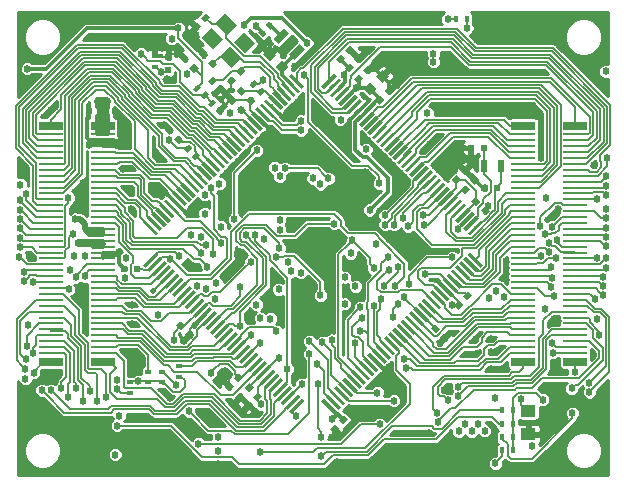
<source format=gbl>
G04 #@! TF.GenerationSoftware,KiCad,Pcbnew,(2017-02-19 revision a416f3a4e)-master*
G04 #@! TF.CreationDate,2017-04-25T22:04:13-07:00*
G04 #@! TF.ProjectId,Navi,4E6176692E6B696361645F7063620000,rev?*
G04 #@! TF.FileFunction,Copper,L4,Bot,Mixed*
G04 #@! TF.FilePolarity,Positive*
%FSLAX46Y46*%
G04 Gerber Fmt 4.6, Leading zero omitted, Abs format (unit mm)*
G04 Created by KiCad (PCBNEW (2017-02-19 revision a416f3a4e)-master) date 04/25/17 22:04:13*
%MOMM*%
%LPD*%
G01*
G04 APERTURE LIST*
%ADD10C,0.150000*%
%ADD11C,0.300000*%
%ADD12R,2.000000X0.250000*%
%ADD13R,2.000000X0.750000*%
%ADD14C,0.500000*%
%ADD15R,0.400000X0.600000*%
%ADD16R,0.500000X0.600000*%
%ADD17R,0.600000X0.400000*%
%ADD18R,0.600000X0.500000*%
%ADD19C,0.750000*%
%ADD20C,0.400000*%
%ADD21C,0.700000*%
%ADD22C,1.200000*%
%ADD23R,0.600000X1.100000*%
%ADD24R,1.250000X1.000000*%
%ADD25C,0.625000*%
%ADD26C,0.130000*%
%ADD27C,0.300000*%
%ADD28C,0.160000*%
%ADD29C,0.500000*%
%ADD30C,0.800000*%
%ADD31C,0.250000*%
%ADD32C,0.254000*%
G04 APERTURE END LIST*
D10*
D11*
X73621577Y-91246849D03*
D10*
G36*
X74275651Y-91688791D02*
X74063519Y-91900923D01*
X72967503Y-90804907D01*
X73179635Y-90592775D01*
X74275651Y-91688791D01*
X74275651Y-91688791D01*
G37*
D11*
X73268023Y-91600402D03*
D10*
G36*
X73922097Y-92042344D02*
X73709965Y-92254476D01*
X72613949Y-91158460D01*
X72826081Y-90946328D01*
X73922097Y-92042344D01*
X73922097Y-92042344D01*
G37*
D11*
X72914470Y-91953956D03*
D10*
G36*
X73568544Y-92395898D02*
X73356412Y-92608030D01*
X72260396Y-91512014D01*
X72472528Y-91299882D01*
X73568544Y-92395898D01*
X73568544Y-92395898D01*
G37*
D11*
X72560917Y-92307509D03*
D10*
G36*
X73214991Y-92749451D02*
X73002859Y-92961583D01*
X71906843Y-91865567D01*
X72118975Y-91653435D01*
X73214991Y-92749451D01*
X73214991Y-92749451D01*
G37*
D11*
X72207363Y-92661063D03*
D10*
G36*
X72861437Y-93103005D02*
X72649305Y-93315137D01*
X71553289Y-92219121D01*
X71765421Y-92006989D01*
X72861437Y-93103005D01*
X72861437Y-93103005D01*
G37*
D11*
X71853810Y-93014616D03*
D10*
G36*
X72507884Y-93456558D02*
X72295752Y-93668690D01*
X71199736Y-92572674D01*
X71411868Y-92360542D01*
X72507884Y-93456558D01*
X72507884Y-93456558D01*
G37*
D11*
X71500256Y-93368169D03*
D10*
G36*
X72154330Y-93810111D02*
X71942198Y-94022243D01*
X70846182Y-92926227D01*
X71058314Y-92714095D01*
X72154330Y-93810111D01*
X72154330Y-93810111D01*
G37*
D11*
X71146703Y-93721723D03*
D10*
G36*
X71800777Y-94163665D02*
X71588645Y-94375797D01*
X70492629Y-93279781D01*
X70704761Y-93067649D01*
X71800777Y-94163665D01*
X71800777Y-94163665D01*
G37*
D11*
X70793150Y-94075276D03*
D10*
G36*
X71447224Y-94517218D02*
X71235092Y-94729350D01*
X70139076Y-93633334D01*
X70351208Y-93421202D01*
X71447224Y-94517218D01*
X71447224Y-94517218D01*
G37*
D11*
X70439596Y-94428830D03*
D10*
G36*
X71093670Y-94870772D02*
X70881538Y-95082904D01*
X69785522Y-93986888D01*
X69997654Y-93774756D01*
X71093670Y-94870772D01*
X71093670Y-94870772D01*
G37*
D11*
X70086043Y-94782383D03*
D10*
G36*
X70740117Y-95224325D02*
X70527985Y-95436457D01*
X69431969Y-94340441D01*
X69644101Y-94128309D01*
X70740117Y-95224325D01*
X70740117Y-95224325D01*
G37*
D11*
X69732489Y-95135936D03*
D10*
G36*
X70386563Y-95577878D02*
X70174431Y-95790010D01*
X69078415Y-94693994D01*
X69290547Y-94481862D01*
X70386563Y-95577878D01*
X70386563Y-95577878D01*
G37*
D11*
X69378936Y-95489490D03*
D10*
G36*
X70033010Y-95931432D02*
X69820878Y-96143564D01*
X68724862Y-95047548D01*
X68936994Y-94835416D01*
X70033010Y-95931432D01*
X70033010Y-95931432D01*
G37*
D11*
X69025383Y-95843043D03*
D10*
G36*
X69679457Y-96284985D02*
X69467325Y-96497117D01*
X68371309Y-95401101D01*
X68583441Y-95188969D01*
X69679457Y-96284985D01*
X69679457Y-96284985D01*
G37*
D11*
X68671829Y-96196597D03*
D10*
G36*
X69325903Y-96638539D02*
X69113771Y-96850671D01*
X68017755Y-95754655D01*
X68229887Y-95542523D01*
X69325903Y-96638539D01*
X69325903Y-96638539D01*
G37*
D11*
X68318276Y-96550150D03*
D10*
G36*
X68972350Y-96992092D02*
X68760218Y-97204224D01*
X67664202Y-96108208D01*
X67876334Y-95896076D01*
X68972350Y-96992092D01*
X68972350Y-96992092D01*
G37*
D11*
X67964723Y-96903703D03*
D10*
G36*
X68618797Y-97345645D02*
X68406665Y-97557777D01*
X67310649Y-96461761D01*
X67522781Y-96249629D01*
X68618797Y-97345645D01*
X68618797Y-97345645D01*
G37*
D11*
X67611169Y-97257257D03*
D10*
G36*
X68265243Y-97699199D02*
X68053111Y-97911331D01*
X66957095Y-96815315D01*
X67169227Y-96603183D01*
X68265243Y-97699199D01*
X68265243Y-97699199D01*
G37*
D11*
X67257616Y-97610810D03*
D10*
G36*
X67911690Y-98052752D02*
X67699558Y-98264884D01*
X66603542Y-97168868D01*
X66815674Y-96956736D01*
X67911690Y-98052752D01*
X67911690Y-98052752D01*
G37*
D11*
X66904062Y-97964364D03*
D10*
G36*
X67558136Y-98406306D02*
X67346004Y-98618438D01*
X66249988Y-97522422D01*
X66462120Y-97310290D01*
X67558136Y-98406306D01*
X67558136Y-98406306D01*
G37*
D11*
X66550509Y-98317917D03*
D10*
G36*
X67204583Y-98759859D02*
X66992451Y-98971991D01*
X65896435Y-97875975D01*
X66108567Y-97663843D01*
X67204583Y-98759859D01*
X67204583Y-98759859D01*
G37*
D11*
X66196956Y-98671470D03*
D10*
G36*
X66851030Y-99113412D02*
X66638898Y-99325544D01*
X65542882Y-98229528D01*
X65755014Y-98017396D01*
X66851030Y-99113412D01*
X66851030Y-99113412D01*
G37*
D11*
X65843402Y-99025024D03*
D10*
G36*
X66497476Y-99466966D02*
X66285344Y-99679098D01*
X65189328Y-98583082D01*
X65401460Y-98370950D01*
X66497476Y-99466966D01*
X66497476Y-99466966D01*
G37*
D11*
X65489849Y-99378577D03*
D10*
G36*
X66143923Y-99820519D02*
X65931791Y-100032651D01*
X64835775Y-98936635D01*
X65047907Y-98724503D01*
X66143923Y-99820519D01*
X66143923Y-99820519D01*
G37*
D11*
X65136295Y-99732130D03*
D10*
G36*
X65790369Y-100174072D02*
X65578237Y-100386204D01*
X64482221Y-99290188D01*
X64694353Y-99078056D01*
X65790369Y-100174072D01*
X65790369Y-100174072D01*
G37*
D11*
X64782742Y-100085684D03*
D10*
G36*
X65436816Y-100527626D02*
X65224684Y-100739758D01*
X64128668Y-99643742D01*
X64340800Y-99431610D01*
X65436816Y-100527626D01*
X65436816Y-100527626D01*
G37*
D11*
X64429189Y-100439237D03*
D10*
G36*
X65083263Y-100881179D02*
X64871131Y-101093311D01*
X63775115Y-99997295D01*
X63987247Y-99785163D01*
X65083263Y-100881179D01*
X65083263Y-100881179D01*
G37*
D11*
X64075635Y-100792791D03*
D10*
G36*
X64729709Y-101234733D02*
X64517577Y-101446865D01*
X63421561Y-100350849D01*
X63633693Y-100138717D01*
X64729709Y-101234733D01*
X64729709Y-101234733D01*
G37*
D11*
X63722082Y-101146344D03*
D10*
G36*
X64376156Y-101588286D02*
X64164024Y-101800418D01*
X63068008Y-100704402D01*
X63280140Y-100492270D01*
X64376156Y-101588286D01*
X64376156Y-101588286D01*
G37*
D11*
X63368528Y-101499897D03*
D10*
G36*
X64022602Y-101941839D02*
X63810470Y-102153971D01*
X62714454Y-101057955D01*
X62926586Y-100845823D01*
X64022602Y-101941839D01*
X64022602Y-101941839D01*
G37*
D11*
X63014975Y-101853451D03*
D10*
G36*
X63669049Y-102295393D02*
X63456917Y-102507525D01*
X62360901Y-101411509D01*
X62573033Y-101199377D01*
X63669049Y-102295393D01*
X63669049Y-102295393D01*
G37*
D11*
X62661422Y-102207004D03*
D10*
G36*
X63315496Y-102648946D02*
X63103364Y-102861078D01*
X62007348Y-101765062D01*
X62219480Y-101552930D01*
X63315496Y-102648946D01*
X63315496Y-102648946D01*
G37*
D11*
X62307868Y-102560558D03*
D10*
G36*
X62961942Y-103002500D02*
X62749810Y-103214632D01*
X61653794Y-102118616D01*
X61865926Y-101906484D01*
X62961942Y-103002500D01*
X62961942Y-103002500D01*
G37*
D11*
X61954315Y-102914111D03*
D10*
G36*
X62608389Y-103356053D02*
X62396257Y-103568185D01*
X61300241Y-102472169D01*
X61512373Y-102260037D01*
X62608389Y-103356053D01*
X62608389Y-103356053D01*
G37*
D11*
X61600761Y-103267664D03*
D10*
G36*
X62254835Y-103709606D02*
X62042703Y-103921738D01*
X60946687Y-102825722D01*
X61158819Y-102613590D01*
X62254835Y-103709606D01*
X62254835Y-103709606D01*
G37*
D11*
X61247208Y-103621218D03*
D10*
G36*
X61901282Y-104063160D02*
X61689150Y-104275292D01*
X60593134Y-103179276D01*
X60805266Y-102967144D01*
X61901282Y-104063160D01*
X61901282Y-104063160D01*
G37*
D11*
X61247208Y-106378934D03*
D10*
G36*
X61689150Y-105724860D02*
X61901282Y-105936992D01*
X60805266Y-107033008D01*
X60593134Y-106820876D01*
X61689150Y-105724860D01*
X61689150Y-105724860D01*
G37*
D11*
X61600761Y-106732488D03*
D10*
G36*
X62042703Y-106078414D02*
X62254835Y-106290546D01*
X61158819Y-107386562D01*
X60946687Y-107174430D01*
X62042703Y-106078414D01*
X62042703Y-106078414D01*
G37*
D11*
X61954315Y-107086041D03*
D10*
G36*
X62396257Y-106431967D02*
X62608389Y-106644099D01*
X61512373Y-107740115D01*
X61300241Y-107527983D01*
X62396257Y-106431967D01*
X62396257Y-106431967D01*
G37*
D11*
X62307868Y-107439594D03*
D10*
G36*
X62749810Y-106785520D02*
X62961942Y-106997652D01*
X61865926Y-108093668D01*
X61653794Y-107881536D01*
X62749810Y-106785520D01*
X62749810Y-106785520D01*
G37*
D11*
X62661422Y-107793148D03*
D10*
G36*
X63103364Y-107139074D02*
X63315496Y-107351206D01*
X62219480Y-108447222D01*
X62007348Y-108235090D01*
X63103364Y-107139074D01*
X63103364Y-107139074D01*
G37*
D11*
X63014975Y-108146701D03*
D10*
G36*
X63456917Y-107492627D02*
X63669049Y-107704759D01*
X62573033Y-108800775D01*
X62360901Y-108588643D01*
X63456917Y-107492627D01*
X63456917Y-107492627D01*
G37*
D11*
X63368528Y-108500255D03*
D10*
G36*
X63810470Y-107846181D02*
X64022602Y-108058313D01*
X62926586Y-109154329D01*
X62714454Y-108942197D01*
X63810470Y-107846181D01*
X63810470Y-107846181D01*
G37*
D11*
X63722082Y-108853808D03*
D10*
G36*
X64164024Y-108199734D02*
X64376156Y-108411866D01*
X63280140Y-109507882D01*
X63068008Y-109295750D01*
X64164024Y-108199734D01*
X64164024Y-108199734D01*
G37*
D11*
X64075635Y-109207361D03*
D10*
G36*
X64517577Y-108553287D02*
X64729709Y-108765419D01*
X63633693Y-109861435D01*
X63421561Y-109649303D01*
X64517577Y-108553287D01*
X64517577Y-108553287D01*
G37*
D11*
X64429189Y-109560915D03*
D10*
G36*
X64871131Y-108906841D02*
X65083263Y-109118973D01*
X63987247Y-110214989D01*
X63775115Y-110002857D01*
X64871131Y-108906841D01*
X64871131Y-108906841D01*
G37*
D11*
X64782742Y-109914468D03*
D10*
G36*
X65224684Y-109260394D02*
X65436816Y-109472526D01*
X64340800Y-110568542D01*
X64128668Y-110356410D01*
X65224684Y-109260394D01*
X65224684Y-109260394D01*
G37*
D11*
X65136295Y-110268022D03*
D10*
G36*
X65578237Y-109613948D02*
X65790369Y-109826080D01*
X64694353Y-110922096D01*
X64482221Y-110709964D01*
X65578237Y-109613948D01*
X65578237Y-109613948D01*
G37*
D11*
X65489849Y-110621575D03*
D10*
G36*
X65931791Y-109967501D02*
X66143923Y-110179633D01*
X65047907Y-111275649D01*
X64835775Y-111063517D01*
X65931791Y-109967501D01*
X65931791Y-109967501D01*
G37*
D11*
X65843402Y-110975128D03*
D10*
G36*
X66285344Y-110321054D02*
X66497476Y-110533186D01*
X65401460Y-111629202D01*
X65189328Y-111417070D01*
X66285344Y-110321054D01*
X66285344Y-110321054D01*
G37*
D11*
X66196956Y-111328682D03*
D10*
G36*
X66638898Y-110674608D02*
X66851030Y-110886740D01*
X65755014Y-111982756D01*
X65542882Y-111770624D01*
X66638898Y-110674608D01*
X66638898Y-110674608D01*
G37*
D11*
X66550509Y-111682235D03*
D10*
G36*
X66992451Y-111028161D02*
X67204583Y-111240293D01*
X66108567Y-112336309D01*
X65896435Y-112124177D01*
X66992451Y-111028161D01*
X66992451Y-111028161D01*
G37*
D11*
X66904062Y-112035788D03*
D10*
G36*
X67346004Y-111381714D02*
X67558136Y-111593846D01*
X66462120Y-112689862D01*
X66249988Y-112477730D01*
X67346004Y-111381714D01*
X67346004Y-111381714D01*
G37*
D11*
X67257616Y-112389342D03*
D10*
G36*
X67699558Y-111735268D02*
X67911690Y-111947400D01*
X66815674Y-113043416D01*
X66603542Y-112831284D01*
X67699558Y-111735268D01*
X67699558Y-111735268D01*
G37*
D11*
X67611169Y-112742895D03*
D10*
G36*
X68053111Y-112088821D02*
X68265243Y-112300953D01*
X67169227Y-113396969D01*
X66957095Y-113184837D01*
X68053111Y-112088821D01*
X68053111Y-112088821D01*
G37*
D11*
X67964723Y-113096449D03*
D10*
G36*
X68406665Y-112442375D02*
X68618797Y-112654507D01*
X67522781Y-113750523D01*
X67310649Y-113538391D01*
X68406665Y-112442375D01*
X68406665Y-112442375D01*
G37*
D11*
X68318276Y-113450002D03*
D10*
G36*
X68760218Y-112795928D02*
X68972350Y-113008060D01*
X67876334Y-114104076D01*
X67664202Y-113891944D01*
X68760218Y-112795928D01*
X68760218Y-112795928D01*
G37*
D11*
X68671829Y-113803555D03*
D10*
G36*
X69113771Y-113149481D02*
X69325903Y-113361613D01*
X68229887Y-114457629D01*
X68017755Y-114245497D01*
X69113771Y-113149481D01*
X69113771Y-113149481D01*
G37*
D11*
X69025383Y-114157109D03*
D10*
G36*
X69467325Y-113503035D02*
X69679457Y-113715167D01*
X68583441Y-114811183D01*
X68371309Y-114599051D01*
X69467325Y-113503035D01*
X69467325Y-113503035D01*
G37*
D11*
X69378936Y-114510662D03*
D10*
G36*
X69820878Y-113856588D02*
X70033010Y-114068720D01*
X68936994Y-115164736D01*
X68724862Y-114952604D01*
X69820878Y-113856588D01*
X69820878Y-113856588D01*
G37*
D11*
X69732489Y-114864216D03*
D10*
G36*
X70174431Y-114210142D02*
X70386563Y-114422274D01*
X69290547Y-115518290D01*
X69078415Y-115306158D01*
X70174431Y-114210142D01*
X70174431Y-114210142D01*
G37*
D11*
X70086043Y-115217769D03*
D10*
G36*
X70527985Y-114563695D02*
X70740117Y-114775827D01*
X69644101Y-115871843D01*
X69431969Y-115659711D01*
X70527985Y-114563695D01*
X70527985Y-114563695D01*
G37*
D11*
X70439596Y-115571322D03*
D10*
G36*
X70881538Y-114917248D02*
X71093670Y-115129380D01*
X69997654Y-116225396D01*
X69785522Y-116013264D01*
X70881538Y-114917248D01*
X70881538Y-114917248D01*
G37*
D11*
X70793150Y-115924876D03*
D10*
G36*
X71235092Y-115270802D02*
X71447224Y-115482934D01*
X70351208Y-116578950D01*
X70139076Y-116366818D01*
X71235092Y-115270802D01*
X71235092Y-115270802D01*
G37*
D11*
X71146703Y-116278429D03*
D10*
G36*
X71588645Y-115624355D02*
X71800777Y-115836487D01*
X70704761Y-116932503D01*
X70492629Y-116720371D01*
X71588645Y-115624355D01*
X71588645Y-115624355D01*
G37*
D11*
X71500256Y-116631983D03*
D10*
G36*
X71942198Y-115977909D02*
X72154330Y-116190041D01*
X71058314Y-117286057D01*
X70846182Y-117073925D01*
X71942198Y-115977909D01*
X71942198Y-115977909D01*
G37*
D11*
X71853810Y-116985536D03*
D10*
G36*
X72295752Y-116331462D02*
X72507884Y-116543594D01*
X71411868Y-117639610D01*
X71199736Y-117427478D01*
X72295752Y-116331462D01*
X72295752Y-116331462D01*
G37*
D11*
X72207363Y-117339089D03*
D10*
G36*
X72649305Y-116685015D02*
X72861437Y-116897147D01*
X71765421Y-117993163D01*
X71553289Y-117781031D01*
X72649305Y-116685015D01*
X72649305Y-116685015D01*
G37*
D11*
X72560917Y-117692643D03*
D10*
G36*
X73002859Y-117038569D02*
X73214991Y-117250701D01*
X72118975Y-118346717D01*
X71906843Y-118134585D01*
X73002859Y-117038569D01*
X73002859Y-117038569D01*
G37*
D11*
X72914470Y-118046196D03*
D10*
G36*
X73356412Y-117392122D02*
X73568544Y-117604254D01*
X72472528Y-118700270D01*
X72260396Y-118488138D01*
X73356412Y-117392122D01*
X73356412Y-117392122D01*
G37*
D11*
X73268023Y-118399750D03*
D10*
G36*
X73709965Y-117745676D02*
X73922097Y-117957808D01*
X72826081Y-119053824D01*
X72613949Y-118841692D01*
X73709965Y-117745676D01*
X73709965Y-117745676D01*
G37*
D11*
X73621577Y-118753303D03*
D10*
G36*
X74063519Y-118099229D02*
X74275651Y-118311361D01*
X73179635Y-119407377D01*
X72967503Y-119195245D01*
X74063519Y-118099229D01*
X74063519Y-118099229D01*
G37*
D11*
X76379293Y-118753303D03*
D10*
G36*
X77033367Y-119195245D02*
X76821235Y-119407377D01*
X75725219Y-118311361D01*
X75937351Y-118099229D01*
X77033367Y-119195245D01*
X77033367Y-119195245D01*
G37*
D11*
X76732847Y-118399750D03*
D10*
G36*
X77386921Y-118841692D02*
X77174789Y-119053824D01*
X76078773Y-117957808D01*
X76290905Y-117745676D01*
X77386921Y-118841692D01*
X77386921Y-118841692D01*
G37*
D11*
X77086400Y-118046196D03*
D10*
G36*
X77740474Y-118488138D02*
X77528342Y-118700270D01*
X76432326Y-117604254D01*
X76644458Y-117392122D01*
X77740474Y-118488138D01*
X77740474Y-118488138D01*
G37*
D11*
X77439953Y-117692643D03*
D10*
G36*
X78094027Y-118134585D02*
X77881895Y-118346717D01*
X76785879Y-117250701D01*
X76998011Y-117038569D01*
X78094027Y-118134585D01*
X78094027Y-118134585D01*
G37*
D11*
X77793507Y-117339089D03*
D10*
G36*
X78447581Y-117781031D02*
X78235449Y-117993163D01*
X77139433Y-116897147D01*
X77351565Y-116685015D01*
X78447581Y-117781031D01*
X78447581Y-117781031D01*
G37*
D11*
X78147060Y-116985536D03*
D10*
G36*
X78801134Y-117427478D02*
X78589002Y-117639610D01*
X77492986Y-116543594D01*
X77705118Y-116331462D01*
X78801134Y-117427478D01*
X78801134Y-117427478D01*
G37*
D11*
X78500614Y-116631983D03*
D10*
G36*
X79154688Y-117073925D02*
X78942556Y-117286057D01*
X77846540Y-116190041D01*
X78058672Y-115977909D01*
X79154688Y-117073925D01*
X79154688Y-117073925D01*
G37*
D11*
X78854167Y-116278429D03*
D10*
G36*
X79508241Y-116720371D02*
X79296109Y-116932503D01*
X78200093Y-115836487D01*
X78412225Y-115624355D01*
X79508241Y-116720371D01*
X79508241Y-116720371D01*
G37*
D11*
X79207720Y-115924876D03*
D10*
G36*
X79861794Y-116366818D02*
X79649662Y-116578950D01*
X78553646Y-115482934D01*
X78765778Y-115270802D01*
X79861794Y-116366818D01*
X79861794Y-116366818D01*
G37*
D11*
X79561274Y-115571322D03*
D10*
G36*
X80215348Y-116013264D02*
X80003216Y-116225396D01*
X78907200Y-115129380D01*
X79119332Y-114917248D01*
X80215348Y-116013264D01*
X80215348Y-116013264D01*
G37*
D11*
X79914827Y-115217769D03*
D10*
G36*
X80568901Y-115659711D02*
X80356769Y-115871843D01*
X79260753Y-114775827D01*
X79472885Y-114563695D01*
X80568901Y-115659711D01*
X80568901Y-115659711D01*
G37*
D11*
X80268381Y-114864216D03*
D10*
G36*
X80922455Y-115306158D02*
X80710323Y-115518290D01*
X79614307Y-114422274D01*
X79826439Y-114210142D01*
X80922455Y-115306158D01*
X80922455Y-115306158D01*
G37*
D11*
X80621934Y-114510662D03*
D10*
G36*
X81276008Y-114952604D02*
X81063876Y-115164736D01*
X79967860Y-114068720D01*
X80179992Y-113856588D01*
X81276008Y-114952604D01*
X81276008Y-114952604D01*
G37*
D11*
X80975487Y-114157109D03*
D10*
G36*
X81629561Y-114599051D02*
X81417429Y-114811183D01*
X80321413Y-113715167D01*
X80533545Y-113503035D01*
X81629561Y-114599051D01*
X81629561Y-114599051D01*
G37*
D11*
X81329041Y-113803555D03*
D10*
G36*
X81983115Y-114245497D02*
X81770983Y-114457629D01*
X80674967Y-113361613D01*
X80887099Y-113149481D01*
X81983115Y-114245497D01*
X81983115Y-114245497D01*
G37*
D11*
X81682594Y-113450002D03*
D10*
G36*
X82336668Y-113891944D02*
X82124536Y-114104076D01*
X81028520Y-113008060D01*
X81240652Y-112795928D01*
X82336668Y-113891944D01*
X82336668Y-113891944D01*
G37*
D11*
X82036147Y-113096449D03*
D10*
G36*
X82690221Y-113538391D02*
X82478089Y-113750523D01*
X81382073Y-112654507D01*
X81594205Y-112442375D01*
X82690221Y-113538391D01*
X82690221Y-113538391D01*
G37*
D11*
X82389701Y-112742895D03*
D10*
G36*
X83043775Y-113184837D02*
X82831643Y-113396969D01*
X81735627Y-112300953D01*
X81947759Y-112088821D01*
X83043775Y-113184837D01*
X83043775Y-113184837D01*
G37*
D11*
X82743254Y-112389342D03*
D10*
G36*
X83397328Y-112831284D02*
X83185196Y-113043416D01*
X82089180Y-111947400D01*
X82301312Y-111735268D01*
X83397328Y-112831284D01*
X83397328Y-112831284D01*
G37*
D11*
X83096808Y-112035788D03*
D10*
G36*
X83750882Y-112477730D02*
X83538750Y-112689862D01*
X82442734Y-111593846D01*
X82654866Y-111381714D01*
X83750882Y-112477730D01*
X83750882Y-112477730D01*
G37*
D11*
X83450361Y-111682235D03*
D10*
G36*
X84104435Y-112124177D02*
X83892303Y-112336309D01*
X82796287Y-111240293D01*
X83008419Y-111028161D01*
X84104435Y-112124177D01*
X84104435Y-112124177D01*
G37*
D11*
X83803914Y-111328682D03*
D10*
G36*
X84457988Y-111770624D02*
X84245856Y-111982756D01*
X83149840Y-110886740D01*
X83361972Y-110674608D01*
X84457988Y-111770624D01*
X84457988Y-111770624D01*
G37*
D11*
X84157468Y-110975128D03*
D10*
G36*
X84811542Y-111417070D02*
X84599410Y-111629202D01*
X83503394Y-110533186D01*
X83715526Y-110321054D01*
X84811542Y-111417070D01*
X84811542Y-111417070D01*
G37*
D11*
X84511021Y-110621575D03*
D10*
G36*
X85165095Y-111063517D02*
X84952963Y-111275649D01*
X83856947Y-110179633D01*
X84069079Y-109967501D01*
X85165095Y-111063517D01*
X85165095Y-111063517D01*
G37*
D11*
X84864575Y-110268022D03*
D10*
G36*
X85518649Y-110709964D02*
X85306517Y-110922096D01*
X84210501Y-109826080D01*
X84422633Y-109613948D01*
X85518649Y-110709964D01*
X85518649Y-110709964D01*
G37*
D11*
X85218128Y-109914468D03*
D10*
G36*
X85872202Y-110356410D02*
X85660070Y-110568542D01*
X84564054Y-109472526D01*
X84776186Y-109260394D01*
X85872202Y-110356410D01*
X85872202Y-110356410D01*
G37*
D11*
X85571681Y-109560915D03*
D10*
G36*
X86225755Y-110002857D02*
X86013623Y-110214989D01*
X84917607Y-109118973D01*
X85129739Y-108906841D01*
X86225755Y-110002857D01*
X86225755Y-110002857D01*
G37*
D11*
X85925235Y-109207361D03*
D10*
G36*
X86579309Y-109649303D02*
X86367177Y-109861435D01*
X85271161Y-108765419D01*
X85483293Y-108553287D01*
X86579309Y-109649303D01*
X86579309Y-109649303D01*
G37*
D11*
X86278788Y-108853808D03*
D10*
G36*
X86932862Y-109295750D02*
X86720730Y-109507882D01*
X85624714Y-108411866D01*
X85836846Y-108199734D01*
X86932862Y-109295750D01*
X86932862Y-109295750D01*
G37*
D11*
X86632342Y-108500255D03*
D10*
G36*
X87286416Y-108942197D02*
X87074284Y-109154329D01*
X85978268Y-108058313D01*
X86190400Y-107846181D01*
X87286416Y-108942197D01*
X87286416Y-108942197D01*
G37*
D11*
X86985895Y-108146701D03*
D10*
G36*
X87639969Y-108588643D02*
X87427837Y-108800775D01*
X86331821Y-107704759D01*
X86543953Y-107492627D01*
X87639969Y-108588643D01*
X87639969Y-108588643D01*
G37*
D11*
X87339448Y-107793148D03*
D10*
G36*
X87993522Y-108235090D02*
X87781390Y-108447222D01*
X86685374Y-107351206D01*
X86897506Y-107139074D01*
X87993522Y-108235090D01*
X87993522Y-108235090D01*
G37*
D11*
X87693002Y-107439594D03*
D10*
G36*
X88347076Y-107881536D02*
X88134944Y-108093668D01*
X87038928Y-106997652D01*
X87251060Y-106785520D01*
X88347076Y-107881536D01*
X88347076Y-107881536D01*
G37*
D11*
X88046555Y-107086041D03*
D10*
G36*
X88700629Y-107527983D02*
X88488497Y-107740115D01*
X87392481Y-106644099D01*
X87604613Y-106431967D01*
X88700629Y-107527983D01*
X88700629Y-107527983D01*
G37*
D11*
X88400109Y-106732488D03*
D10*
G36*
X89054183Y-107174430D02*
X88842051Y-107386562D01*
X87746035Y-106290546D01*
X87958167Y-106078414D01*
X89054183Y-107174430D01*
X89054183Y-107174430D01*
G37*
D11*
X88753662Y-106378934D03*
D10*
G36*
X89407736Y-106820876D02*
X89195604Y-107033008D01*
X88099588Y-105936992D01*
X88311720Y-105724860D01*
X89407736Y-106820876D01*
X89407736Y-106820876D01*
G37*
D11*
X88753662Y-103621218D03*
D10*
G36*
X89195604Y-102967144D02*
X89407736Y-103179276D01*
X88311720Y-104275292D01*
X88099588Y-104063160D01*
X89195604Y-102967144D01*
X89195604Y-102967144D01*
G37*
D11*
X88400109Y-103267664D03*
D10*
G36*
X88842051Y-102613590D02*
X89054183Y-102825722D01*
X87958167Y-103921738D01*
X87746035Y-103709606D01*
X88842051Y-102613590D01*
X88842051Y-102613590D01*
G37*
D11*
X88046555Y-102914111D03*
D10*
G36*
X88488497Y-102260037D02*
X88700629Y-102472169D01*
X87604613Y-103568185D01*
X87392481Y-103356053D01*
X88488497Y-102260037D01*
X88488497Y-102260037D01*
G37*
D11*
X87693002Y-102560558D03*
D10*
G36*
X88134944Y-101906484D02*
X88347076Y-102118616D01*
X87251060Y-103214632D01*
X87038928Y-103002500D01*
X88134944Y-101906484D01*
X88134944Y-101906484D01*
G37*
D11*
X87339448Y-102207004D03*
D10*
G36*
X87781390Y-101552930D02*
X87993522Y-101765062D01*
X86897506Y-102861078D01*
X86685374Y-102648946D01*
X87781390Y-101552930D01*
X87781390Y-101552930D01*
G37*
D11*
X86985895Y-101853451D03*
D10*
G36*
X87427837Y-101199377D02*
X87639969Y-101411509D01*
X86543953Y-102507525D01*
X86331821Y-102295393D01*
X87427837Y-101199377D01*
X87427837Y-101199377D01*
G37*
D11*
X86632342Y-101499897D03*
D10*
G36*
X87074284Y-100845823D02*
X87286416Y-101057955D01*
X86190400Y-102153971D01*
X85978268Y-101941839D01*
X87074284Y-100845823D01*
X87074284Y-100845823D01*
G37*
D11*
X86278788Y-101146344D03*
D10*
G36*
X86720730Y-100492270D02*
X86932862Y-100704402D01*
X85836846Y-101800418D01*
X85624714Y-101588286D01*
X86720730Y-100492270D01*
X86720730Y-100492270D01*
G37*
D11*
X85925235Y-100792791D03*
D10*
G36*
X86367177Y-100138717D02*
X86579309Y-100350849D01*
X85483293Y-101446865D01*
X85271161Y-101234733D01*
X86367177Y-100138717D01*
X86367177Y-100138717D01*
G37*
D11*
X85571681Y-100439237D03*
D10*
G36*
X86013623Y-99785163D02*
X86225755Y-99997295D01*
X85129739Y-101093311D01*
X84917607Y-100881179D01*
X86013623Y-99785163D01*
X86013623Y-99785163D01*
G37*
D11*
X85218128Y-100085684D03*
D10*
G36*
X85660070Y-99431610D02*
X85872202Y-99643742D01*
X84776186Y-100739758D01*
X84564054Y-100527626D01*
X85660070Y-99431610D01*
X85660070Y-99431610D01*
G37*
D11*
X84864575Y-99732130D03*
D10*
G36*
X85306517Y-99078056D02*
X85518649Y-99290188D01*
X84422633Y-100386204D01*
X84210501Y-100174072D01*
X85306517Y-99078056D01*
X85306517Y-99078056D01*
G37*
D11*
X84511021Y-99378577D03*
D10*
G36*
X84952963Y-98724503D02*
X85165095Y-98936635D01*
X84069079Y-100032651D01*
X83856947Y-99820519D01*
X84952963Y-98724503D01*
X84952963Y-98724503D01*
G37*
D11*
X84157468Y-99025024D03*
D10*
G36*
X84599410Y-98370950D02*
X84811542Y-98583082D01*
X83715526Y-99679098D01*
X83503394Y-99466966D01*
X84599410Y-98370950D01*
X84599410Y-98370950D01*
G37*
D11*
X83803914Y-98671470D03*
D10*
G36*
X84245856Y-98017396D02*
X84457988Y-98229528D01*
X83361972Y-99325544D01*
X83149840Y-99113412D01*
X84245856Y-98017396D01*
X84245856Y-98017396D01*
G37*
D11*
X83450361Y-98317917D03*
D10*
G36*
X83892303Y-97663843D02*
X84104435Y-97875975D01*
X83008419Y-98971991D01*
X82796287Y-98759859D01*
X83892303Y-97663843D01*
X83892303Y-97663843D01*
G37*
D11*
X83096808Y-97964364D03*
D10*
G36*
X83538750Y-97310290D02*
X83750882Y-97522422D01*
X82654866Y-98618438D01*
X82442734Y-98406306D01*
X83538750Y-97310290D01*
X83538750Y-97310290D01*
G37*
D11*
X82743254Y-97610810D03*
D10*
G36*
X83185196Y-96956736D02*
X83397328Y-97168868D01*
X82301312Y-98264884D01*
X82089180Y-98052752D01*
X83185196Y-96956736D01*
X83185196Y-96956736D01*
G37*
D11*
X82389701Y-97257257D03*
D10*
G36*
X82831643Y-96603183D02*
X83043775Y-96815315D01*
X81947759Y-97911331D01*
X81735627Y-97699199D01*
X82831643Y-96603183D01*
X82831643Y-96603183D01*
G37*
D11*
X82036147Y-96903703D03*
D10*
G36*
X82478089Y-96249629D02*
X82690221Y-96461761D01*
X81594205Y-97557777D01*
X81382073Y-97345645D01*
X82478089Y-96249629D01*
X82478089Y-96249629D01*
G37*
D11*
X81682594Y-96550150D03*
D10*
G36*
X82124536Y-95896076D02*
X82336668Y-96108208D01*
X81240652Y-97204224D01*
X81028520Y-96992092D01*
X82124536Y-95896076D01*
X82124536Y-95896076D01*
G37*
D11*
X81329041Y-96196597D03*
D10*
G36*
X81770983Y-95542523D02*
X81983115Y-95754655D01*
X80887099Y-96850671D01*
X80674967Y-96638539D01*
X81770983Y-95542523D01*
X81770983Y-95542523D01*
G37*
D11*
X80975487Y-95843043D03*
D10*
G36*
X81417429Y-95188969D02*
X81629561Y-95401101D01*
X80533545Y-96497117D01*
X80321413Y-96284985D01*
X81417429Y-95188969D01*
X81417429Y-95188969D01*
G37*
D11*
X80621934Y-95489490D03*
D10*
G36*
X81063876Y-94835416D02*
X81276008Y-95047548D01*
X80179992Y-96143564D01*
X79967860Y-95931432D01*
X81063876Y-94835416D01*
X81063876Y-94835416D01*
G37*
D11*
X80268381Y-95135936D03*
D10*
G36*
X80710323Y-94481862D02*
X80922455Y-94693994D01*
X79826439Y-95790010D01*
X79614307Y-95577878D01*
X80710323Y-94481862D01*
X80710323Y-94481862D01*
G37*
D11*
X79914827Y-94782383D03*
D10*
G36*
X80356769Y-94128309D02*
X80568901Y-94340441D01*
X79472885Y-95436457D01*
X79260753Y-95224325D01*
X80356769Y-94128309D01*
X80356769Y-94128309D01*
G37*
D11*
X79561274Y-94428830D03*
D10*
G36*
X80003216Y-93774756D02*
X80215348Y-93986888D01*
X79119332Y-95082904D01*
X78907200Y-94870772D01*
X80003216Y-93774756D01*
X80003216Y-93774756D01*
G37*
D11*
X79207720Y-94075276D03*
D10*
G36*
X79649662Y-93421202D02*
X79861794Y-93633334D01*
X78765778Y-94729350D01*
X78553646Y-94517218D01*
X79649662Y-93421202D01*
X79649662Y-93421202D01*
G37*
D11*
X78854167Y-93721723D03*
D10*
G36*
X79296109Y-93067649D02*
X79508241Y-93279781D01*
X78412225Y-94375797D01*
X78200093Y-94163665D01*
X79296109Y-93067649D01*
X79296109Y-93067649D01*
G37*
D11*
X78500614Y-93368169D03*
D10*
G36*
X78942556Y-92714095D02*
X79154688Y-92926227D01*
X78058672Y-94022243D01*
X77846540Y-93810111D01*
X78942556Y-92714095D01*
X78942556Y-92714095D01*
G37*
D11*
X78147060Y-93014616D03*
D10*
G36*
X78589002Y-92360542D02*
X78801134Y-92572674D01*
X77705118Y-93668690D01*
X77492986Y-93456558D01*
X78589002Y-92360542D01*
X78589002Y-92360542D01*
G37*
D11*
X77793507Y-92661063D03*
D10*
G36*
X78235449Y-92006989D02*
X78447581Y-92219121D01*
X77351565Y-93315137D01*
X77139433Y-93103005D01*
X78235449Y-92006989D01*
X78235449Y-92006989D01*
G37*
D11*
X77439953Y-92307509D03*
D10*
G36*
X77881895Y-91653435D02*
X78094027Y-91865567D01*
X76998011Y-92961583D01*
X76785879Y-92749451D01*
X77881895Y-91653435D01*
X77881895Y-91653435D01*
G37*
D11*
X77086400Y-91953956D03*
D10*
G36*
X77528342Y-91299882D02*
X77740474Y-91512014D01*
X76644458Y-92608030D01*
X76432326Y-92395898D01*
X77528342Y-91299882D01*
X77528342Y-91299882D01*
G37*
D11*
X76732847Y-91600402D03*
D10*
G36*
X77174789Y-90946328D02*
X77386921Y-91158460D01*
X76290905Y-92254476D01*
X76078773Y-92042344D01*
X77174789Y-90946328D01*
X77174789Y-90946328D01*
G37*
D11*
X76379293Y-91246849D03*
D10*
G36*
X76821235Y-90592775D02*
X77033367Y-90804907D01*
X75937351Y-91900923D01*
X75725219Y-91688791D01*
X76821235Y-90592775D01*
X76821235Y-90592775D01*
G37*
D12*
X57200000Y-95750000D03*
D13*
X57200000Y-95000000D03*
X52800000Y-95000000D03*
X57200000Y-115000000D03*
X52800000Y-115000000D03*
D12*
X52800000Y-95750000D03*
X57200000Y-96250000D03*
X52800000Y-96250000D03*
X57200000Y-96750000D03*
X52800000Y-96750000D03*
X57200000Y-97250000D03*
X52800000Y-97250000D03*
X57200000Y-97750000D03*
X52800000Y-97750000D03*
X57200000Y-98250000D03*
X52800000Y-98250000D03*
X57200000Y-98750000D03*
X52800000Y-98750000D03*
X57200000Y-99250000D03*
X52800000Y-99250000D03*
X57200000Y-99750000D03*
X52800000Y-99750000D03*
X57200000Y-100250000D03*
X52800000Y-100250000D03*
X57200000Y-100750000D03*
X52800000Y-100750000D03*
X57200000Y-101250000D03*
X52800000Y-101250000D03*
X57200000Y-101750000D03*
X52800000Y-101750000D03*
X57200000Y-102250000D03*
X52800000Y-102250000D03*
X57200000Y-102750000D03*
X52800000Y-102750000D03*
X57200000Y-103250000D03*
X52800000Y-103250000D03*
X57200000Y-103750000D03*
X52800000Y-103750000D03*
X57200000Y-104250000D03*
X52800000Y-104250000D03*
X57200000Y-104750000D03*
X52800000Y-104750000D03*
X57200000Y-105250000D03*
X52800000Y-105250000D03*
X57200000Y-105750000D03*
X52800000Y-105750000D03*
X57200000Y-106250000D03*
X52800000Y-106250000D03*
X57200000Y-106750000D03*
X52800000Y-106750000D03*
X57200000Y-107250000D03*
X52800000Y-107250000D03*
X57200000Y-107750000D03*
X52800000Y-107750000D03*
X57200000Y-108250000D03*
X52800000Y-108250000D03*
X57200000Y-108750000D03*
X52800000Y-108750000D03*
X57200000Y-109250000D03*
X52800000Y-109250000D03*
X57200000Y-109750000D03*
X52800000Y-109750000D03*
X57200000Y-110250000D03*
X52800000Y-110250000D03*
X57200000Y-110750000D03*
X52800000Y-110750000D03*
X57200000Y-111250000D03*
X52800000Y-111250000D03*
X57200000Y-111750000D03*
X52800000Y-111750000D03*
X57200000Y-112250000D03*
X52800000Y-112250000D03*
X57200000Y-112750000D03*
X52800000Y-112750000D03*
X57200000Y-113250000D03*
X52800000Y-113250000D03*
X57200000Y-113750000D03*
X52800000Y-113750000D03*
X57200000Y-114250000D03*
X52800000Y-114250000D03*
X92800000Y-114250000D03*
X97200000Y-114250000D03*
X92800000Y-113750000D03*
X97200000Y-113750000D03*
X92800000Y-113250000D03*
X97200000Y-113250000D03*
X92800000Y-112750000D03*
X97200000Y-112750000D03*
X92800000Y-112250000D03*
X97200000Y-112250000D03*
X92800000Y-111750000D03*
X97200000Y-111750000D03*
X92800000Y-111250000D03*
X97200000Y-111250000D03*
X92800000Y-110750000D03*
X97200000Y-110750000D03*
X92800000Y-110250000D03*
X97200000Y-110250000D03*
X92800000Y-109750000D03*
X97200000Y-109750000D03*
X92800000Y-109250000D03*
X97200000Y-109250000D03*
X92800000Y-108750000D03*
X97200000Y-108750000D03*
X92800000Y-108250000D03*
X97200000Y-108250000D03*
X92800000Y-107750000D03*
X97200000Y-107750000D03*
X92800000Y-107250000D03*
X97200000Y-107250000D03*
X92800000Y-106750000D03*
X97200000Y-106750000D03*
X92800000Y-106250000D03*
X97200000Y-106250000D03*
X92800000Y-105750000D03*
X97200000Y-105750000D03*
X92800000Y-105250000D03*
X97200000Y-105250000D03*
X92800000Y-104750000D03*
X97200000Y-104750000D03*
X92800000Y-104250000D03*
X97200000Y-104250000D03*
X92800000Y-103750000D03*
X97200000Y-103750000D03*
X92800000Y-103250000D03*
X97200000Y-103250000D03*
X92800000Y-102750000D03*
X97200000Y-102750000D03*
X92800000Y-102250000D03*
X97200000Y-102250000D03*
X92800000Y-101750000D03*
X97200000Y-101750000D03*
X92800000Y-101250000D03*
X97200000Y-101250000D03*
X92800000Y-100750000D03*
X97200000Y-100750000D03*
X92800000Y-100250000D03*
X97200000Y-100250000D03*
X92800000Y-99750000D03*
X97200000Y-99750000D03*
X92800000Y-99250000D03*
X97200000Y-99250000D03*
X92800000Y-98750000D03*
X97200000Y-98750000D03*
X92800000Y-98250000D03*
X97200000Y-98250000D03*
X92800000Y-97750000D03*
X97200000Y-97750000D03*
X92800000Y-97250000D03*
X97200000Y-97250000D03*
X92800000Y-96750000D03*
X97200000Y-96750000D03*
X92800000Y-96250000D03*
X97200000Y-96250000D03*
X92800000Y-95750000D03*
D13*
X92800000Y-115000000D03*
X97200000Y-115000000D03*
X92800000Y-95000000D03*
X97200000Y-95000000D03*
D12*
X97200000Y-95750000D03*
D14*
X77317887Y-89338051D03*
D10*
G36*
X77282532Y-89726960D02*
X76928978Y-89373406D01*
X77353242Y-88949142D01*
X77706796Y-89302696D01*
X77282532Y-89726960D01*
X77282532Y-89726960D01*
G37*
D14*
X78095705Y-88560233D03*
D10*
G36*
X78060350Y-88949142D02*
X77706796Y-88595588D01*
X78131060Y-88171324D01*
X78484614Y-88524878D01*
X78060350Y-88949142D01*
X78060350Y-88949142D01*
G37*
D14*
X64160146Y-89354026D03*
D10*
G36*
X64549055Y-89389381D02*
X64195501Y-89742935D01*
X63771237Y-89318671D01*
X64124791Y-88965117D01*
X64549055Y-89389381D01*
X64549055Y-89389381D01*
G37*
D14*
X64937964Y-90131844D03*
D10*
G36*
X65326873Y-90167199D02*
X64973319Y-90520753D01*
X64549055Y-90096489D01*
X64902609Y-89742935D01*
X65326873Y-90167199D01*
X65326873Y-90167199D01*
G37*
D14*
X80661091Y-92838909D03*
D10*
G36*
X80625736Y-93227818D02*
X80272182Y-92874264D01*
X80696446Y-92450000D01*
X81050000Y-92803554D01*
X80625736Y-93227818D01*
X80625736Y-93227818D01*
G37*
D14*
X81438909Y-92061091D03*
D10*
G36*
X81403554Y-92450000D02*
X81050000Y-92096446D01*
X81474264Y-91672182D01*
X81827818Y-92025736D01*
X81403554Y-92450000D01*
X81403554Y-92450000D01*
G37*
D15*
X87150000Y-86000000D03*
X88050000Y-86000000D03*
D16*
X62750000Y-89200000D03*
X62750000Y-90300000D03*
D14*
X61450000Y-109000000D03*
D17*
X61600000Y-90000000D03*
X61600000Y-89100000D03*
D14*
X67911091Y-117088909D03*
D10*
G36*
X67946446Y-116700000D02*
X68300000Y-117053554D01*
X67875736Y-117477818D01*
X67522182Y-117124264D01*
X67946446Y-116700000D01*
X67946446Y-116700000D01*
G37*
D14*
X68688909Y-116311091D03*
D10*
G36*
X68724264Y-115922182D02*
X69077818Y-116275736D01*
X68653554Y-116700000D01*
X68300000Y-116346446D01*
X68724264Y-115922182D01*
X68724264Y-115922182D01*
G37*
D15*
X91050000Y-122500000D03*
X91950000Y-122500000D03*
D17*
X63700000Y-116250000D03*
X63700000Y-115350000D03*
X61050000Y-116750000D03*
X61050000Y-115850000D03*
X59500000Y-117650000D03*
X59500000Y-116750000D03*
X62200000Y-116750000D03*
X62200000Y-115850000D03*
D15*
X91950000Y-121400000D03*
X91050000Y-121400000D03*
X91950000Y-120250000D03*
X91050000Y-120250000D03*
X91950000Y-119100000D03*
X91050000Y-119100000D03*
D14*
X78873523Y-89338050D03*
D10*
G36*
X78838168Y-89726959D02*
X78484614Y-89373405D01*
X78908878Y-88949141D01*
X79262432Y-89302695D01*
X78838168Y-89726959D01*
X78838168Y-89726959D01*
G37*
D14*
X78095705Y-90115868D03*
D10*
G36*
X78060350Y-90504777D02*
X77706796Y-90151223D01*
X78131060Y-89726959D01*
X78484614Y-90080513D01*
X78060350Y-90504777D01*
X78060350Y-90504777D01*
G37*
D14*
X78861091Y-91038909D03*
D10*
G36*
X78896446Y-90650000D02*
X79250000Y-91003554D01*
X78825736Y-91427818D01*
X78472182Y-91074264D01*
X78896446Y-90650000D01*
X78896446Y-90650000D01*
G37*
D14*
X79638909Y-90261091D03*
D10*
G36*
X79674264Y-89872182D02*
X80027818Y-90225736D01*
X79603554Y-90650000D01*
X79250000Y-90296446D01*
X79674264Y-89872182D01*
X79674264Y-89872182D01*
G37*
D14*
X87888909Y-98811091D03*
D10*
G36*
X87853554Y-99200000D02*
X87500000Y-98846446D01*
X87924264Y-98422182D01*
X88277818Y-98775736D01*
X87853554Y-99200000D01*
X87853554Y-99200000D01*
G37*
D14*
X87111091Y-99588909D03*
D10*
G36*
X87075736Y-99977818D02*
X86722182Y-99624264D01*
X87146446Y-99200000D01*
X87500000Y-99553554D01*
X87075736Y-99977818D01*
X87075736Y-99977818D01*
G37*
D14*
X68155124Y-92854772D03*
D10*
G36*
X68544033Y-92890127D02*
X68190479Y-93243681D01*
X67766215Y-92819417D01*
X68119769Y-92465863D01*
X68544033Y-92890127D01*
X68544033Y-92890127D01*
G37*
D14*
X68932942Y-93632590D03*
D10*
G36*
X69321851Y-93667945D02*
X68968297Y-94021499D01*
X68544033Y-93597235D01*
X68897587Y-93243681D01*
X69321851Y-93667945D01*
X69321851Y-93667945D01*
G37*
D14*
X64588909Y-112688909D03*
D10*
G36*
X64200000Y-112653554D02*
X64553554Y-112300000D01*
X64977818Y-112724264D01*
X64624264Y-113077818D01*
X64200000Y-112653554D01*
X64200000Y-112653554D01*
G37*
D14*
X63811091Y-111911091D03*
D10*
G36*
X63422182Y-111875736D02*
X63775736Y-111522182D01*
X64200000Y-111946446D01*
X63846446Y-112300000D01*
X63422182Y-111875736D01*
X63422182Y-111875736D01*
G37*
D14*
X69547753Y-118687090D03*
D10*
G36*
X69583108Y-118298181D02*
X69936662Y-118651735D01*
X69512398Y-119075999D01*
X69158844Y-118722445D01*
X69583108Y-118298181D01*
X69583108Y-118298181D01*
G37*
D14*
X70325571Y-117909272D03*
D10*
G36*
X70360926Y-117520363D02*
X70714480Y-117873917D01*
X70290216Y-118298181D01*
X69936662Y-117944627D01*
X70360926Y-117520363D01*
X70360926Y-117520363D01*
G37*
D14*
X76796136Y-120686104D03*
D10*
G36*
X76831491Y-120297195D02*
X77185045Y-120650749D01*
X76760781Y-121075013D01*
X76407227Y-120721459D01*
X76831491Y-120297195D01*
X76831491Y-120297195D01*
G37*
D14*
X77573954Y-119908286D03*
D10*
G36*
X77609309Y-119519377D02*
X77962863Y-119872931D01*
X77538599Y-120297195D01*
X77185045Y-119943641D01*
X77609309Y-119519377D01*
X77609309Y-119519377D01*
G37*
D14*
X88688909Y-99611091D03*
D10*
G36*
X88653554Y-100000000D02*
X88300000Y-99646446D01*
X88724264Y-99222182D01*
X89077818Y-99575736D01*
X88653554Y-100000000D01*
X88653554Y-100000000D01*
G37*
D14*
X87911091Y-100388909D03*
D10*
G36*
X87875736Y-100777818D02*
X87522182Y-100424264D01*
X87946446Y-100000000D01*
X88300000Y-100353554D01*
X87875736Y-100777818D01*
X87875736Y-100777818D01*
G37*
D18*
X59038909Y-107161091D03*
X60138909Y-107161091D03*
D14*
X68811091Y-117938909D03*
D10*
G36*
X68846446Y-117550000D02*
X69200000Y-117903554D01*
X68775736Y-118327818D01*
X68422182Y-117974264D01*
X68846446Y-117550000D01*
X68846446Y-117550000D01*
G37*
D14*
X69588909Y-117161091D03*
D10*
G36*
X69624264Y-116772182D02*
X69977818Y-117125736D01*
X69553554Y-117550000D01*
X69200000Y-117196446D01*
X69624264Y-116772182D01*
X69624264Y-116772182D01*
G37*
D14*
X89588909Y-102188909D03*
D10*
G36*
X89200000Y-102153554D02*
X89553554Y-101800000D01*
X89977818Y-102224264D01*
X89624264Y-102577818D01*
X89200000Y-102153554D01*
X89200000Y-102153554D01*
G37*
D14*
X88811091Y-101411091D03*
D10*
G36*
X88422182Y-101375736D02*
X88775736Y-101022182D01*
X89200000Y-101446446D01*
X88846446Y-101800000D01*
X88422182Y-101375736D01*
X88422182Y-101375736D01*
G37*
D14*
X62876167Y-95376167D03*
D10*
G36*
X63265076Y-95411522D02*
X62911522Y-95765076D01*
X62487258Y-95340812D01*
X62840812Y-94987258D01*
X63265076Y-95411522D01*
X63265076Y-95411522D01*
G37*
D14*
X63653985Y-96153985D03*
D10*
G36*
X64042894Y-96189340D02*
X63689340Y-96542894D01*
X63265076Y-96118630D01*
X63618630Y-95765076D01*
X64042894Y-96189340D01*
X64042894Y-96189340D01*
G37*
D14*
X86138909Y-112938909D03*
D10*
G36*
X85750000Y-112903554D02*
X86103554Y-112550000D01*
X86527818Y-112974264D01*
X86174264Y-113327818D01*
X85750000Y-112903554D01*
X85750000Y-112903554D01*
G37*
D14*
X85361091Y-112161091D03*
D10*
G36*
X84972182Y-112125736D02*
X85325736Y-111772182D01*
X85750000Y-112196446D01*
X85396446Y-112550000D01*
X84972182Y-112125736D01*
X84972182Y-112125736D01*
G37*
D14*
X69710760Y-92854772D03*
D10*
G36*
X69321851Y-92819417D02*
X69675405Y-92465863D01*
X70099669Y-92890127D01*
X69746115Y-93243681D01*
X69321851Y-92819417D01*
X69321851Y-92819417D01*
G37*
D14*
X68932942Y-92076954D03*
D10*
G36*
X68544033Y-92041599D02*
X68897587Y-91688045D01*
X69321851Y-92112309D01*
X68968297Y-92465863D01*
X68544033Y-92041599D01*
X68544033Y-92041599D01*
G37*
D14*
X87311091Y-110188909D03*
D10*
G36*
X87346446Y-109800000D02*
X87700000Y-110153554D01*
X87275736Y-110577818D01*
X86922182Y-110224264D01*
X87346446Y-109800000D01*
X87346446Y-109800000D01*
G37*
D14*
X88088909Y-109411091D03*
D10*
G36*
X88124264Y-109022182D02*
X88477818Y-109375736D01*
X88053554Y-109800000D01*
X87700000Y-109446446D01*
X88124264Y-109022182D01*
X88124264Y-109022182D01*
G37*
D19*
X79819670Y-91880330D03*
D10*
G36*
X79837348Y-91332322D02*
X80367678Y-91862652D01*
X79801992Y-92428338D01*
X79271662Y-91898008D01*
X79837348Y-91332322D01*
X79837348Y-91332322D01*
G37*
D19*
X80880330Y-90819670D03*
D10*
G36*
X80898008Y-90271662D02*
X81428338Y-90801992D01*
X80862652Y-91367678D01*
X80332322Y-90837348D01*
X80898008Y-90271662D01*
X80898008Y-90271662D01*
G37*
D19*
X72397763Y-90026345D03*
D10*
G36*
X71849755Y-90008667D02*
X72380085Y-89478337D01*
X72945771Y-90044023D01*
X72415441Y-90574353D01*
X71849755Y-90008667D01*
X71849755Y-90008667D01*
G37*
D19*
X71337103Y-88965685D03*
D10*
G36*
X70789095Y-88948007D02*
X71319425Y-88417677D01*
X71885111Y-88983363D01*
X71354781Y-89513693D01*
X70789095Y-88948007D01*
X70789095Y-88948007D01*
G37*
D20*
X65068198Y-97568198D03*
D10*
G36*
X64714645Y-97638909D02*
X65138909Y-97214645D01*
X65421751Y-97497487D01*
X64997487Y-97921751D01*
X64714645Y-97638909D01*
X64714645Y-97638909D01*
G37*
D20*
X64431802Y-96931802D03*
D10*
G36*
X64078249Y-97002513D02*
X64502513Y-96578249D01*
X64785355Y-96861091D01*
X64361091Y-97285355D01*
X64078249Y-97002513D01*
X64078249Y-97002513D01*
G37*
D20*
X70594642Y-92112312D03*
D10*
G36*
X70241089Y-92183023D02*
X70665353Y-91758759D01*
X70948195Y-92041601D01*
X70523931Y-92465865D01*
X70241089Y-92183023D01*
X70241089Y-92183023D01*
G37*
D20*
X69958246Y-91475916D03*
D10*
G36*
X69604693Y-91546627D02*
X70028957Y-91122363D01*
X70311799Y-91405205D01*
X69887535Y-91829469D01*
X69604693Y-91546627D01*
X69604693Y-91546627D01*
G37*
D21*
X72306009Y-87416730D03*
D10*
G36*
X73013116Y-87204598D02*
X72093877Y-88123837D01*
X71598902Y-87628862D01*
X72518141Y-86709623D01*
X73013116Y-87204598D01*
X73013116Y-87204598D01*
G37*
D21*
X73649511Y-88760232D03*
D10*
G36*
X74356618Y-88548100D02*
X73437379Y-89467339D01*
X72942404Y-88972364D01*
X73861643Y-88053125D01*
X74356618Y-88548100D01*
X74356618Y-88548100D01*
G37*
D20*
X71372457Y-86526168D03*
D10*
G36*
X71443168Y-86879721D02*
X71018904Y-86455457D01*
X71301746Y-86172615D01*
X71726010Y-86596879D01*
X71443168Y-86879721D01*
X71443168Y-86879721D01*
G37*
D20*
X70736061Y-87162564D03*
D10*
G36*
X70806772Y-87516117D02*
X70382508Y-87091853D01*
X70665350Y-86809011D01*
X71089614Y-87233275D01*
X70806772Y-87516117D01*
X70806772Y-87516117D01*
G37*
D22*
X69215785Y-87975737D03*
D10*
G36*
X70135024Y-88046448D02*
X69286496Y-88894976D01*
X68296546Y-87905026D01*
X69145074Y-87056498D01*
X70135024Y-88046448D01*
X70135024Y-88046448D01*
G37*
D22*
X67660150Y-86420102D03*
D10*
G36*
X68579389Y-86490813D02*
X67730861Y-87339341D01*
X66740911Y-86349391D01*
X67589439Y-85500863D01*
X68579389Y-86490813D01*
X68579389Y-86490813D01*
G37*
D22*
X66458069Y-87622183D03*
D10*
G36*
X67377308Y-87692894D02*
X66528780Y-88541422D01*
X65538830Y-87551472D01*
X66387358Y-86702944D01*
X67377308Y-87692894D01*
X67377308Y-87692894D01*
G37*
D22*
X68013704Y-89177818D03*
D10*
G36*
X68932943Y-89248529D02*
X68084415Y-90097057D01*
X67094465Y-89107107D01*
X67942993Y-88258579D01*
X68932943Y-89248529D01*
X68932943Y-89248529D01*
G37*
D14*
X65888909Y-85861091D03*
D10*
G36*
X65853554Y-86250000D02*
X65500000Y-85896446D01*
X65924264Y-85472182D01*
X66277818Y-85825736D01*
X65853554Y-86250000D01*
X65853554Y-86250000D01*
G37*
D14*
X65111091Y-86638909D03*
D10*
G36*
X65075736Y-87027818D02*
X64722182Y-86674264D01*
X65146446Y-86250000D01*
X65500000Y-86603554D01*
X65075736Y-87027818D01*
X65075736Y-87027818D01*
G37*
D14*
X66528583Y-89743307D03*
D10*
G36*
X66139674Y-89707952D02*
X66493228Y-89354398D01*
X66917492Y-89778662D01*
X66563938Y-90132216D01*
X66139674Y-89707952D01*
X66139674Y-89707952D01*
G37*
D14*
X65750765Y-88965489D03*
D10*
G36*
X65361856Y-88930134D02*
X65715410Y-88576580D01*
X66139674Y-89000844D01*
X65786120Y-89354398D01*
X65361856Y-88930134D01*
X65361856Y-88930134D01*
G37*
D18*
X90625000Y-100275000D03*
X89525000Y-100275000D03*
X89450000Y-96900000D03*
X88350000Y-96900000D03*
D23*
X90900000Y-98400000D03*
X89500000Y-98400000D03*
D14*
X68862231Y-90379897D03*
D10*
G36*
X68826876Y-90768806D02*
X68473322Y-90415252D01*
X68897586Y-89990988D01*
X69251140Y-90344542D01*
X68826876Y-90768806D01*
X68826876Y-90768806D01*
G37*
D14*
X68084413Y-91157715D03*
D10*
G36*
X68049058Y-91546624D02*
X67695504Y-91193070D01*
X68119768Y-90768806D01*
X68473322Y-91122360D01*
X68049058Y-91546624D01*
X68049058Y-91546624D01*
G37*
D20*
X66493422Y-91193071D03*
D10*
G36*
X66846975Y-91122360D02*
X66422711Y-91546624D01*
X66139869Y-91263782D01*
X66564133Y-90839518D01*
X66846975Y-91122360D01*
X66846975Y-91122360D01*
G37*
D20*
X67129818Y-91829467D03*
D10*
G36*
X67483371Y-91758756D02*
X67059107Y-92183020D01*
X66776265Y-91900178D01*
X67200529Y-91475914D01*
X67483371Y-91758756D01*
X67483371Y-91758756D01*
G37*
D20*
X66458244Y-93066338D03*
D10*
G36*
X66811797Y-92995627D02*
X66387533Y-93419891D01*
X66104691Y-93137049D01*
X66528955Y-92712785D01*
X66811797Y-92995627D01*
X66811797Y-92995627D01*
G37*
D20*
X67094640Y-93702734D03*
D10*
G36*
X67448193Y-93632023D02*
X67023929Y-94056287D01*
X66741087Y-93773445D01*
X67165351Y-93349181D01*
X67448193Y-93632023D01*
X67448193Y-93632023D01*
G37*
D20*
X65821848Y-92429940D03*
D10*
G36*
X65468295Y-92500651D02*
X65892559Y-92076387D01*
X66175401Y-92359229D01*
X65751137Y-92783493D01*
X65468295Y-92500651D01*
X65468295Y-92500651D01*
G37*
D20*
X65185452Y-91793544D03*
D10*
G36*
X64831899Y-91864255D02*
X65256163Y-91439991D01*
X65539005Y-91722833D01*
X65114741Y-92147097D01*
X64831899Y-91864255D01*
X64831899Y-91864255D01*
G37*
D24*
X93250000Y-121150000D03*
X93250000Y-119150000D03*
D25*
X55650000Y-110300000D03*
X79447518Y-98950000D03*
X50750000Y-118100000D03*
X73500000Y-113800000D03*
X95300000Y-86050000D03*
X58750000Y-96727490D03*
X98400000Y-90600000D03*
X81900000Y-99049986D03*
X89550000Y-100324484D03*
X79085381Y-106991600D03*
X94452446Y-120750000D03*
X51327488Y-106177553D03*
X67000000Y-123627490D03*
X77050004Y-123450000D03*
X84500000Y-123449988D03*
X98804766Y-98379440D03*
X90050000Y-114200000D03*
X90100000Y-115600000D03*
X74550000Y-111549977D03*
X69700000Y-111250000D03*
X64850010Y-106872479D03*
X81450000Y-115477488D03*
X71350000Y-95327490D03*
X58281281Y-93768719D03*
X62650000Y-91072554D03*
X78700000Y-102277480D03*
X82900000Y-99900000D03*
X76750000Y-121400008D03*
X50250000Y-98150000D03*
X67525931Y-115767532D03*
X59700000Y-111837499D03*
X71300000Y-110150000D03*
X68600000Y-105875000D03*
X83175000Y-104900000D03*
X58300002Y-85950000D03*
X67500000Y-102749982D03*
X70900000Y-101700000D03*
X69600000Y-101700000D03*
X69600000Y-100400000D03*
X70900000Y-100400000D03*
X52800000Y-93650000D03*
X50250000Y-99100000D03*
X60100000Y-87799992D03*
X55000000Y-101600000D03*
X98700000Y-114350000D03*
X55729591Y-112419436D03*
X84824723Y-121024723D03*
X95727498Y-115150000D03*
X88768826Y-114343315D03*
X85725000Y-113375000D03*
X88768826Y-113055815D03*
X91250000Y-123625000D03*
X62875000Y-118025000D03*
X58949994Y-98650000D03*
X56050000Y-96650002D03*
X59682469Y-114212261D03*
X58549978Y-105700022D03*
X59599990Y-102100000D03*
X59450000Y-100500000D03*
X61277521Y-100446985D03*
X65127678Y-87310536D03*
X65150000Y-88350000D03*
X63650000Y-88600000D03*
X84950000Y-96550000D03*
X64050000Y-113199989D03*
X59682469Y-110162490D03*
X91343975Y-106498736D03*
X89862839Y-101851457D03*
X94272512Y-97725000D03*
X94272588Y-96250000D03*
X89200000Y-87500000D03*
X87250000Y-90450000D03*
X79550000Y-85950000D03*
X79350000Y-88800000D03*
X73950000Y-92750014D03*
X56050000Y-93750000D03*
X61700000Y-97400000D03*
X55500000Y-99900000D03*
X62400000Y-94937510D03*
X70272937Y-119400000D03*
X86750680Y-110199575D03*
X95728225Y-102098791D03*
X72850000Y-94250000D03*
X76200000Y-95500000D03*
X95402829Y-111352829D03*
X76600000Y-107500000D03*
X76800000Y-98250000D03*
X72900000Y-97800000D03*
X73450000Y-103400000D03*
X55050000Y-100700000D03*
X52718962Y-116054831D03*
X61150000Y-119850000D03*
X67000000Y-120300000D03*
X86100000Y-117400000D03*
X71250000Y-88000000D03*
X60250000Y-86000000D03*
X78250000Y-103600000D03*
X90300010Y-87400000D03*
X91600000Y-86050040D03*
X89700000Y-86000000D03*
X80700000Y-89850000D03*
X77600000Y-100450000D03*
X87700000Y-96900000D03*
X90056326Y-113055815D03*
X91343826Y-115630815D03*
X58600000Y-119550032D03*
X61900000Y-111000000D03*
X80300000Y-105000000D03*
X78600000Y-108600000D03*
X84450000Y-107600000D03*
X55078778Y-104900000D03*
X99800000Y-90400000D03*
X99800000Y-102050000D03*
X70200000Y-110150006D03*
X68850000Y-108700000D03*
X67082488Y-99918274D03*
X79800000Y-102150000D03*
X68900000Y-93700000D03*
X70900000Y-104600000D03*
X67200000Y-103550000D03*
X58400000Y-117299996D03*
X50900000Y-111850000D03*
X99050000Y-111350000D03*
X84367419Y-103384818D03*
X85200000Y-88900012D03*
X70600000Y-118600000D03*
X90450000Y-123600000D03*
X78200000Y-105800000D03*
X77700000Y-110100000D03*
X74000000Y-107450000D03*
X58250000Y-122850000D03*
X66999998Y-121400000D03*
X67000000Y-122550000D03*
X76650000Y-119850000D03*
X63200000Y-113150000D03*
X88050000Y-86750000D03*
X85200000Y-89600000D03*
X78654570Y-91800000D03*
X70200000Y-86600000D03*
X92650000Y-118150000D03*
X67199991Y-104950000D03*
X73600000Y-119600000D03*
X56800000Y-92950002D03*
X57450000Y-92950000D03*
X64300000Y-90650000D03*
X50800000Y-90200000D03*
X54854784Y-102909157D03*
X63600000Y-86750000D03*
X70250000Y-97100000D03*
X68350000Y-102950000D03*
X60450018Y-88899982D03*
X63701028Y-106083170D03*
X74000000Y-94597500D03*
X74000000Y-95402500D03*
X93550000Y-122150000D03*
X94650000Y-110549988D03*
X60200000Y-116650000D03*
X54447554Y-107200009D03*
X65842422Y-100865923D03*
X65850000Y-102449982D03*
X59050000Y-107883645D03*
X64699972Y-104250000D03*
X59163567Y-106246476D03*
X94452446Y-118200000D03*
X70500000Y-113400000D03*
X66350000Y-115950000D03*
X80137500Y-107070371D03*
X78349992Y-104700000D03*
X78549994Y-113450000D03*
X81000000Y-108549988D03*
X82199998Y-106955658D03*
X73149998Y-107350000D03*
X78951520Y-112394503D03*
X81350000Y-106127355D03*
X72900006Y-106550000D03*
X89949990Y-109600000D03*
X81850000Y-118300000D03*
X54733961Y-106075011D03*
X74050012Y-116900000D03*
X71400000Y-111350000D03*
X76600000Y-113150000D03*
X70550000Y-111300000D03*
X55700000Y-106083204D03*
X90530065Y-108970970D03*
X80450000Y-117600000D03*
X75700000Y-122999982D03*
X75400000Y-116900000D03*
X75700000Y-121350000D03*
X71900000Y-112400000D03*
X58427933Y-120400000D03*
X58400000Y-116514987D03*
X96977521Y-119350000D03*
X99572509Y-107801334D03*
X54926343Y-107822106D03*
X70133456Y-104300000D03*
X65533146Y-104404097D03*
X72826081Y-115600000D03*
X81750000Y-111200000D03*
X55710532Y-107747756D03*
X69348443Y-104300000D03*
X68822172Y-111927828D03*
X82166513Y-110075138D03*
X65300000Y-121950000D03*
X80650000Y-120300000D03*
X91198426Y-109494340D03*
X64500000Y-119200000D03*
X86794923Y-106144923D03*
X74700022Y-114350000D03*
X83150000Y-108400000D03*
X63450000Y-117000000D03*
X50228808Y-100000000D03*
X50650000Y-116450000D03*
X54300000Y-101100000D03*
X71900000Y-106150000D03*
X75625000Y-109375000D03*
X99800000Y-102850000D03*
X72100000Y-108850000D03*
X77675000Y-107825000D03*
X99022510Y-101250002D03*
X70500000Y-122600000D03*
X69800000Y-112700000D03*
X87300000Y-117900000D03*
X87300000Y-117100000D03*
X54250000Y-118000022D03*
X53712490Y-117251908D03*
X79500000Y-97004956D03*
X99900000Y-97750000D03*
X94696276Y-101105304D03*
X62125730Y-90439516D03*
X87272937Y-103750000D03*
X95277468Y-113450000D03*
X95291739Y-114234872D03*
X97150000Y-115847502D03*
X98853447Y-109686266D03*
X99262567Y-112703013D03*
X96900000Y-117250000D03*
X98380077Y-116780077D03*
X98400383Y-117564827D03*
X51349991Y-115912490D03*
X51300000Y-114250000D03*
X50777521Y-113650000D03*
X50700264Y-114796615D03*
X50639221Y-115579250D03*
X50550000Y-107400000D03*
X50547774Y-108185008D03*
X51331635Y-108227493D03*
X55550000Y-118300000D03*
X54900000Y-117250010D03*
X57500000Y-118000000D03*
X56700000Y-118300000D03*
X56100000Y-117500000D03*
X66075011Y-106950000D03*
X65214213Y-108545941D03*
X50198115Y-102120460D03*
X50200004Y-102905469D03*
X65929953Y-108868370D03*
X66812456Y-108316675D03*
X50228808Y-103700000D03*
X50228798Y-104530318D03*
X66701991Y-109651991D03*
X65527493Y-105800000D03*
X66557198Y-105886244D03*
X65955320Y-105141815D03*
X50150000Y-106100000D03*
X52050000Y-117400000D03*
X50222152Y-105315301D03*
X52850000Y-117400000D03*
X54306971Y-108856962D03*
X99800000Y-103635003D03*
X83071007Y-103528010D03*
X81884846Y-103400696D03*
X95234549Y-103572588D03*
X94261739Y-103475336D03*
X81100000Y-103385003D03*
X81100000Y-102600000D03*
X94680405Y-104140190D03*
X90450000Y-118100000D03*
X94950000Y-104900000D03*
X87900000Y-120250000D03*
X99805171Y-106254281D03*
X99572512Y-108586335D03*
X99772937Y-105204541D03*
X89005086Y-120244912D03*
X99022512Y-106193542D03*
X88450000Y-120900000D03*
X99572522Y-109371346D03*
X95699996Y-104650000D03*
X89550000Y-120850000D03*
X86450000Y-118250000D03*
X99800000Y-107049998D03*
X87350004Y-120900000D03*
X85552217Y-120083264D03*
X85500004Y-119300000D03*
X82895119Y-115560376D03*
X82700000Y-114800000D03*
X75350000Y-115150000D03*
X95436747Y-109408788D03*
X74700000Y-113250000D03*
X95200002Y-108649998D03*
X75800000Y-113350000D03*
X95227753Y-107865487D03*
X79000000Y-110400000D03*
X95600000Y-106250000D03*
X79150000Y-111250000D03*
X95200000Y-107000000D03*
X80149996Y-110250000D03*
X94300000Y-106072598D03*
X80750000Y-109650000D03*
X94996938Y-105697447D03*
X86400000Y-86000000D03*
X80602366Y-99897346D03*
X72100012Y-114650000D03*
X62935832Y-106258422D03*
X66397369Y-100301471D03*
X74250000Y-90750000D03*
X70772502Y-91150000D03*
X84350000Y-102600000D03*
X82750000Y-109550000D03*
X77650000Y-90750000D03*
X62791645Y-96245197D03*
X77350000Y-94500000D03*
X84700000Y-93950000D03*
X63050000Y-87650000D03*
X67950000Y-93900000D03*
X69150000Y-86500000D03*
X74500000Y-88000000D03*
X72150000Y-105400000D03*
X81950000Y-108575000D03*
X69760058Y-106521557D03*
X76800000Y-103300000D03*
X81446953Y-107202367D03*
X54650000Y-104150002D03*
X72200000Y-103800000D03*
X76288289Y-99472504D03*
X72650000Y-98600000D03*
X72200000Y-103000000D03*
X99850650Y-100919974D03*
X75624319Y-99948400D03*
X99844130Y-100134990D03*
X75000000Y-99472514D03*
X99850000Y-99300000D03*
X50173776Y-101335826D03*
X72200000Y-99300000D03*
X50747478Y-100753170D03*
X71750000Y-98550000D03*
X99772937Y-104419538D03*
X82600000Y-102850000D03*
D26*
X74550000Y-111549977D02*
X73500000Y-112599977D01*
X73500000Y-112599977D02*
X73500000Y-113800000D01*
X91600000Y-86050040D02*
X95299960Y-86050040D01*
X95299960Y-86050040D02*
X95300000Y-86050000D01*
D27*
X58727490Y-96750000D02*
X58750000Y-96727490D01*
X57200000Y-96750000D02*
X58727490Y-96750000D01*
X58750000Y-96285549D02*
X58750000Y-96727490D01*
X58750000Y-94237438D02*
X58750000Y-96285549D01*
X58437501Y-96414991D02*
X58750000Y-96727490D01*
X58750000Y-96800000D02*
X58750000Y-96727490D01*
X58281281Y-93768719D02*
X58750000Y-94237438D01*
X58435009Y-96414991D02*
X58437501Y-96414991D01*
X58400000Y-96450000D02*
X58435009Y-96414991D01*
X89402302Y-100324484D02*
X89550000Y-100324484D01*
X88688909Y-99611091D02*
X89402302Y-100324484D01*
D26*
X94052446Y-121150000D02*
X94139947Y-121062499D01*
X93250000Y-121150000D02*
X94052446Y-121150000D01*
X94139947Y-121062499D02*
X94452446Y-120750000D01*
D28*
X81444554Y-115482934D02*
X81450000Y-115477488D01*
X80887099Y-115482934D02*
X81444554Y-115482934D01*
X80268381Y-114864216D02*
X80887099Y-115482934D01*
X70439596Y-94428830D02*
X71338256Y-95327490D01*
X71338256Y-95327490D02*
X71350000Y-95327490D01*
D27*
X76796136Y-121353872D02*
X76750000Y-121400008D01*
X76796136Y-120686104D02*
X76796136Y-121353872D01*
X50250000Y-99100000D02*
X50250000Y-98150000D01*
D28*
X67838430Y-116080031D02*
X67525931Y-115767532D01*
X67911091Y-117088909D02*
X67911091Y-116152692D01*
X67911091Y-116152692D02*
X67838430Y-116080031D01*
X86138909Y-112938909D02*
X85725000Y-113352818D01*
X85725000Y-113352818D02*
X85725000Y-113375000D01*
D27*
X56300000Y-96500000D02*
X56149998Y-96650002D01*
X56491941Y-96650002D02*
X56050000Y-96650002D01*
X56149998Y-96650002D02*
X56050000Y-96650002D01*
X57100002Y-96650002D02*
X56491941Y-96650002D01*
X57200000Y-96750000D02*
X57100002Y-96650002D01*
X55850065Y-96044818D02*
X55886757Y-96044818D01*
X55886757Y-96044818D02*
X56050000Y-96208061D01*
X56050000Y-96208061D02*
X56050000Y-96650002D01*
X59038909Y-107161091D02*
X58541066Y-106663248D01*
X58541066Y-106663248D02*
X58541066Y-105708934D01*
X58541066Y-105708934D02*
X58549978Y-105700022D01*
D26*
X63368528Y-101499897D02*
X62315616Y-100446985D01*
X62315616Y-100446985D02*
X61719462Y-100446985D01*
X61719462Y-100446985D02*
X61277521Y-100446985D01*
X62750000Y-89200000D02*
X61700000Y-89200000D01*
X61700000Y-89200000D02*
X61600000Y-89100000D01*
D27*
X55850065Y-96044818D02*
X55850065Y-96083067D01*
X56016998Y-96250000D02*
X57200000Y-96250000D01*
X55850065Y-96083067D02*
X56016998Y-96250000D01*
X55850065Y-96044818D02*
X55850065Y-94391876D01*
X55850065Y-94391876D02*
X56050000Y-94191941D01*
X56050000Y-94191941D02*
X56050000Y-93750000D01*
D28*
X65111091Y-87293949D02*
X65127678Y-87310536D01*
X65111091Y-86638909D02*
X65111091Y-87293949D01*
X65335276Y-88550000D02*
X65335276Y-88535276D01*
X65335276Y-88535276D02*
X65150000Y-88350000D01*
X62750000Y-89200000D02*
X62800000Y-89200000D01*
X63050000Y-88950000D02*
X63300000Y-88950000D01*
X62800000Y-89200000D02*
X63050000Y-88950000D01*
X63300000Y-88950000D02*
X63650000Y-88600000D01*
X64160146Y-89354026D02*
X64160146Y-89110146D01*
X64160146Y-89110146D02*
X63650000Y-88600000D01*
X64588909Y-112688909D02*
X64077829Y-113199989D01*
X64077829Y-113199989D02*
X64050000Y-113199989D01*
D27*
X59038909Y-107161091D02*
X59038909Y-107151412D01*
X89862839Y-101914979D02*
X89862839Y-101851457D01*
X89588909Y-102188909D02*
X89862839Y-101914979D01*
X78095705Y-88560233D02*
X78785472Y-89250000D01*
X78785472Y-89250000D02*
X78900000Y-89250000D01*
X78900000Y-89250000D02*
X79350000Y-88800000D01*
X57200000Y-106250000D02*
X57200000Y-106000000D01*
X58591937Y-105750000D02*
X58575000Y-105750000D01*
X57200000Y-106000000D02*
X57200000Y-105750000D01*
X58575000Y-105750000D02*
X58325000Y-106000000D01*
X58325000Y-106000000D02*
X57200000Y-106000000D01*
X57200000Y-105750000D02*
X58591937Y-105750000D01*
X58400000Y-96450000D02*
X56350000Y-96450000D01*
X56550000Y-96250000D02*
X57200000Y-96250000D01*
X56350000Y-96450000D02*
X56550000Y-96250000D01*
D28*
X62876167Y-95376167D02*
X62437510Y-94937510D01*
X62437510Y-94937510D02*
X62400000Y-94937510D01*
X67094640Y-93702734D02*
X68000000Y-92797374D01*
X68000000Y-92797374D02*
X68000000Y-92700000D01*
X68000000Y-92700000D02*
X67600000Y-92300000D01*
X76200000Y-95500000D02*
X77167702Y-95500000D01*
X77167702Y-95500000D02*
X78235449Y-94432253D01*
X78235449Y-94432253D02*
X78235449Y-94340441D01*
X78235449Y-94340441D02*
X78854167Y-93721723D01*
X69547753Y-118687090D02*
X69560027Y-118687090D01*
X69560027Y-118687090D02*
X70272937Y-119400000D01*
X68811091Y-117938909D02*
X68811091Y-117950428D01*
X68811091Y-117950428D02*
X69547753Y-118687090D01*
X87311091Y-110188909D02*
X86761346Y-110188909D01*
X86761346Y-110188909D02*
X86750680Y-110199575D01*
X65750765Y-88965489D02*
X65335276Y-88550000D01*
X86278788Y-108853808D02*
X87311091Y-109886111D01*
X87311091Y-109886111D02*
X87311091Y-110188909D01*
X64064172Y-89450000D02*
X64160146Y-89354026D01*
D27*
X58200000Y-96250000D02*
X58400000Y-96450000D01*
X57200000Y-96250000D02*
X58200000Y-96250000D01*
X57200000Y-96750000D02*
X57200000Y-96250000D01*
D28*
X65843402Y-110975128D02*
X64588909Y-112229621D01*
X64588909Y-112229621D02*
X64588909Y-112688909D01*
X69710760Y-92854772D02*
X68155124Y-92854772D01*
X70439596Y-94428830D02*
X69710760Y-93699994D01*
X69710760Y-93699994D02*
X69710760Y-92854772D01*
X68084413Y-91157715D02*
X68084413Y-91815587D01*
X68084413Y-91815587D02*
X67600000Y-92300000D01*
X68155124Y-92854772D02*
X68154772Y-92854772D01*
X68154772Y-92854772D02*
X67600000Y-92300000D01*
X67129818Y-91829467D02*
X67129818Y-91829818D01*
X67129818Y-91829818D02*
X67600000Y-92300000D01*
D27*
X71337103Y-88965685D02*
X71337103Y-88087103D01*
X71337103Y-88087103D02*
X71250000Y-88000000D01*
X81438909Y-92061091D02*
X81438909Y-91378249D01*
X81438909Y-91378249D02*
X80880330Y-90819670D01*
X80321751Y-90261091D02*
X80321751Y-90228249D01*
X80321751Y-90228249D02*
X80700000Y-89850000D01*
X79638909Y-90261091D02*
X80321751Y-90261091D01*
X80321751Y-90261091D02*
X80880330Y-90819670D01*
X78873523Y-89338050D02*
X78873522Y-89338050D01*
X78873522Y-89338050D02*
X78095705Y-88560233D01*
X87888909Y-98811091D02*
X88688909Y-99611091D01*
D28*
X88350000Y-96900000D02*
X87700000Y-96900000D01*
D27*
X79800000Y-102150000D02*
X81327499Y-100622501D01*
X79598347Y-97672501D02*
X79201199Y-97672501D01*
X81327499Y-100622501D02*
X81327499Y-99401653D01*
X81327499Y-99401653D02*
X79598347Y-97672501D01*
X78589002Y-94693994D02*
X79207720Y-94075276D01*
X79201199Y-97672501D02*
X78589002Y-97060304D01*
X78589002Y-97060304D02*
X78589002Y-94693994D01*
D28*
X85732087Y-107600000D02*
X84891941Y-107600000D01*
X84891941Y-107600000D02*
X84450000Y-107600000D01*
X86632342Y-108500255D02*
X85732087Y-107600000D01*
X55078778Y-104900000D02*
X55100000Y-104900000D01*
X55100000Y-104900000D02*
X55250000Y-104750000D01*
D27*
X55250000Y-104750000D02*
X55137501Y-104862499D01*
D29*
X55250000Y-105000000D02*
X55112499Y-104862499D01*
D27*
X55137501Y-104862499D02*
X55112499Y-104862499D01*
D29*
X57250000Y-105000000D02*
X55250000Y-105000000D01*
D26*
X68050000Y-110250000D02*
X66532504Y-110250000D01*
X68850000Y-109450000D02*
X68050000Y-110250000D01*
X68850000Y-108700000D02*
X68850000Y-109450000D01*
X66532504Y-110250000D02*
X66285361Y-110002857D01*
X66285361Y-110002857D02*
X66108567Y-110002857D01*
X66108567Y-110002857D02*
X65489849Y-110621575D01*
X68900000Y-93665532D02*
X68900000Y-93700000D01*
X68932942Y-93632590D02*
X68900000Y-93665532D01*
D28*
X58750004Y-117650000D02*
X58712499Y-117612495D01*
X59500000Y-117650000D02*
X58750004Y-117650000D01*
X58712499Y-117612495D02*
X58400000Y-117299996D01*
X84747421Y-103384818D02*
X84367419Y-103384818D01*
X86632342Y-101499897D02*
X84747421Y-103384818D01*
X91050000Y-122960000D02*
X90450000Y-123560000D01*
X91050000Y-122500000D02*
X91050000Y-122960000D01*
X90450000Y-123560000D02*
X90450000Y-123600000D01*
D27*
X57200000Y-105250000D02*
X56400000Y-105250000D01*
X56400000Y-105250000D02*
X55900000Y-104750000D01*
X55900000Y-104750000D02*
X55250000Y-104750000D01*
X55250000Y-104750000D02*
X57200000Y-104750000D01*
D28*
X70325571Y-117909272D02*
X70325571Y-118325571D01*
X70325571Y-118325571D02*
X70600000Y-118600000D01*
X86632342Y-101499897D02*
X87743330Y-100388909D01*
X87743330Y-100388909D02*
X87911091Y-100388909D01*
X88088909Y-109411091D02*
X87841422Y-109163604D01*
X87841422Y-109163604D02*
X87295691Y-109163604D01*
X87295691Y-109163604D02*
X86632342Y-108500255D01*
X71146703Y-116278429D02*
X70325571Y-117099561D01*
X70325571Y-117099561D02*
X70325571Y-117909272D01*
D27*
X77573954Y-119908286D02*
X77082834Y-119417166D01*
X77082834Y-119417166D02*
X76650000Y-119850000D01*
X77573954Y-119908286D02*
X77534276Y-119908286D01*
X77534276Y-119908286D02*
X76379293Y-118753303D01*
D28*
X63200000Y-112522182D02*
X63200000Y-113150000D01*
X63811091Y-111911091D02*
X63200000Y-112522182D01*
X65489849Y-110621575D02*
X64200333Y-111911091D01*
X64200333Y-111911091D02*
X63811091Y-111911091D01*
X68932942Y-93632590D02*
X68915532Y-93650000D01*
X70086043Y-94782383D02*
X68936250Y-93632590D01*
X68936250Y-93632590D02*
X68932942Y-93632590D01*
D27*
X70736061Y-87162564D02*
X70736061Y-87136061D01*
X70736061Y-87136061D02*
X70200000Y-86600000D01*
D28*
X88050000Y-86000000D02*
X88050000Y-86750000D01*
D27*
X79207720Y-94075276D02*
X80444087Y-92838909D01*
X80444087Y-92838909D02*
X80661091Y-92838909D01*
X78654570Y-91800000D02*
X77793507Y-92661063D01*
X78861091Y-91038909D02*
X78861091Y-91593479D01*
X78861091Y-91593479D02*
X78654570Y-91800000D01*
X78654570Y-91800000D02*
X79739340Y-91800000D01*
X79739340Y-91800000D02*
X79819670Y-91880330D01*
X80661091Y-92838909D02*
X80661091Y-92721751D01*
X80661091Y-92721751D02*
X79819670Y-91880330D01*
D26*
X88088909Y-109411091D02*
X88161091Y-109411091D01*
X93250000Y-119150000D02*
X93150000Y-119150000D01*
X93150000Y-119150000D02*
X92650000Y-118650000D01*
X92650000Y-118650000D02*
X92650000Y-118150000D01*
D27*
X93250000Y-119150000D02*
X93113750Y-119150000D01*
D28*
X66887492Y-104637501D02*
X67199991Y-104950000D01*
X66887492Y-104487492D02*
X66887492Y-104637501D01*
X65450000Y-103050000D02*
X66887492Y-104487492D01*
X64211524Y-103050000D02*
X65450000Y-103050000D01*
X63014975Y-101853451D02*
X64211524Y-103050000D01*
X73600000Y-119600000D02*
X73550000Y-119600000D01*
X73550000Y-119600000D02*
X73300000Y-119350000D01*
X73300000Y-119350000D02*
X73300000Y-119000000D01*
X73300000Y-119000000D02*
X73546697Y-118753303D01*
X73546697Y-118753303D02*
X73621577Y-118753303D01*
D30*
X57200000Y-93350002D02*
X57112499Y-93262501D01*
X57200000Y-93400000D02*
X57200000Y-93350002D01*
X57112499Y-93262501D02*
X56800000Y-92950002D01*
X57137501Y-93262499D02*
X57450000Y-92950000D01*
X57137501Y-93337501D02*
X57137501Y-93262499D01*
X57200000Y-93400000D02*
X57137501Y-93337501D01*
X57200000Y-95000000D02*
X57200000Y-93400000D01*
D27*
X57200000Y-95000000D02*
X57200000Y-95750000D01*
D29*
X55296725Y-102909157D02*
X54854784Y-102909157D01*
X55695627Y-103750000D02*
X55695627Y-103308059D01*
X55695627Y-103308059D02*
X55296725Y-102909157D01*
D27*
X63600000Y-86750000D02*
X55850000Y-86750000D01*
X55850000Y-86750000D02*
X52400000Y-90200000D01*
X52400000Y-90200000D02*
X51241941Y-90200000D01*
X51241941Y-90200000D02*
X50800000Y-90200000D01*
X57200000Y-104250000D02*
X56050000Y-104250000D01*
X56050000Y-104250000D02*
X55695627Y-103895627D01*
X55695627Y-103895627D02*
X55695627Y-103750000D01*
X57200000Y-104000000D02*
X57200000Y-103750000D01*
X57200000Y-104250000D02*
X57200000Y-104000000D01*
X56100000Y-104000000D02*
X55850000Y-103750000D01*
X57200000Y-103750000D02*
X55850000Y-103750000D01*
X55850000Y-103750000D02*
X55695627Y-103750000D01*
X57200000Y-104000000D02*
X56100000Y-104000000D01*
D28*
X65600000Y-90793880D02*
X65600000Y-89617702D01*
X65600000Y-89617702D02*
X63602501Y-87620203D01*
X63602501Y-87620203D02*
X63602501Y-86752501D01*
X63602501Y-86752501D02*
X63600000Y-86750000D01*
X65185452Y-91793544D02*
X65600000Y-91378996D01*
X65600000Y-91378996D02*
X65600000Y-90793880D01*
X65600000Y-90793880D02*
X64937964Y-90131844D01*
D26*
X69937501Y-97412499D02*
X70250000Y-97100000D01*
X68350000Y-102950000D02*
X68350000Y-99000000D01*
X68350000Y-99000000D02*
X69937501Y-97412499D01*
X61075037Y-89525001D02*
X60762517Y-89212481D01*
X63180001Y-89774999D02*
X62280001Y-89774999D01*
X63750000Y-91305000D02*
X63750000Y-90344998D01*
X63750000Y-90344998D02*
X63180001Y-89774999D01*
X64874940Y-92429940D02*
X63750000Y-91305000D01*
X65821848Y-92429940D02*
X64874940Y-92429940D01*
X62030003Y-89525001D02*
X61075037Y-89525001D01*
X62280001Y-89774999D02*
X62030003Y-89525001D01*
X60762517Y-89212481D02*
X60450018Y-88899982D01*
X63330365Y-105712507D02*
X63388529Y-105770671D01*
X63388529Y-105770671D02*
X63701028Y-106083170D01*
X61913635Y-105712507D02*
X63330365Y-105712507D01*
X61247208Y-106378934D02*
X61913635Y-105712507D01*
X66458244Y-93066338D02*
X66606164Y-93066338D01*
D28*
X66458244Y-93066338D02*
X66458244Y-93066336D01*
X66458244Y-93066336D02*
X65821848Y-92429940D01*
D26*
X73687501Y-94909999D02*
X74000000Y-94597500D01*
X71793114Y-94340441D02*
X72362672Y-94909999D01*
X72362672Y-94909999D02*
X73687501Y-94909999D01*
X71146703Y-93721723D02*
X71765421Y-94340441D01*
X71765421Y-94340441D02*
X71793114Y-94340441D01*
X72384150Y-95402500D02*
X74000000Y-95402500D01*
X71629194Y-94647544D02*
X72384150Y-95402500D01*
X71365418Y-94647544D02*
X71629194Y-94647544D01*
X70793150Y-94075276D02*
X71365418Y-94647544D01*
D27*
X72397763Y-90026345D02*
X72397763Y-90011980D01*
X72397763Y-90011980D02*
X73649511Y-88760232D01*
X73268023Y-91600402D02*
X72397763Y-90730142D01*
X72397763Y-90730142D02*
X72397763Y-90026345D01*
D26*
X60200000Y-116650000D02*
X60950000Y-116650000D01*
X60950000Y-116650000D02*
X61050000Y-116750000D01*
X62504496Y-116900000D02*
X62350000Y-116900000D01*
X63700000Y-116250000D02*
X63800000Y-116250000D01*
X63800000Y-116250000D02*
X64130000Y-116580000D01*
X64130000Y-116580000D02*
X64130000Y-117115504D01*
X64130000Y-117115504D02*
X63708002Y-117537502D01*
X63141998Y-117537502D02*
X62504496Y-116900000D01*
X63708002Y-117537502D02*
X63141998Y-117537502D01*
D28*
X62200000Y-116750000D02*
X62100000Y-116650000D01*
X62100000Y-116650000D02*
X60200000Y-116650000D01*
X59758059Y-116650000D02*
X60200000Y-116650000D01*
X59550000Y-116650000D02*
X59758059Y-116650000D01*
X59450000Y-116750000D02*
X59550000Y-116650000D01*
X62200000Y-116750000D02*
X62350000Y-116900000D01*
D26*
X63500000Y-116400000D02*
X63500000Y-116250000D01*
X91950000Y-118054498D02*
X92391999Y-117612499D01*
X92391999Y-117612499D02*
X93864945Y-117612499D01*
X91950000Y-119100000D02*
X91950000Y-118054498D01*
X93864945Y-117612499D02*
X94139947Y-117887501D01*
X94139947Y-117887501D02*
X94452446Y-118200000D01*
D28*
X91950000Y-122500000D02*
X91950000Y-121400000D01*
X91950000Y-121400000D02*
X91950000Y-120250000D01*
X91950000Y-119100000D02*
X91950000Y-120250000D01*
D26*
X62661422Y-107793148D02*
X61454570Y-109000000D01*
X61454570Y-109000000D02*
X61450000Y-109000000D01*
X69378936Y-114510662D02*
X70489598Y-113400000D01*
X70489598Y-113400000D02*
X70500000Y-113400000D01*
X66662499Y-115637501D02*
X66350000Y-115950000D01*
X67100000Y-115200000D02*
X66662499Y-115637501D01*
X67823427Y-115200000D02*
X67100000Y-115200000D01*
X68441422Y-115817995D02*
X67823427Y-115200000D01*
X68441422Y-116063604D02*
X68441422Y-115817995D01*
X68688909Y-116311091D02*
X68441422Y-116063604D01*
D28*
X70086043Y-115217769D02*
X68992721Y-116311091D01*
X68992721Y-116311091D02*
X68688909Y-116311091D01*
D26*
X77137501Y-105912491D02*
X78037493Y-105012499D01*
X78037493Y-105012499D02*
X78349992Y-104700000D01*
X77137501Y-107758001D02*
X77137501Y-105912491D01*
X78854167Y-116278429D02*
X77137501Y-114561763D01*
X77137499Y-112891997D02*
X77137499Y-107758003D01*
X77137501Y-112891999D02*
X77137499Y-112891997D01*
X77137499Y-107758003D02*
X77137501Y-107758001D01*
X77137501Y-114561763D02*
X77137501Y-112891999D01*
X80137500Y-107070371D02*
X79825001Y-106757872D01*
X79825001Y-106757872D02*
X79825001Y-106175009D01*
X79825001Y-106175009D02*
X78662491Y-105012499D01*
X78662491Y-105012499D02*
X78349992Y-104700000D01*
X78549994Y-113891941D02*
X78549994Y-113450000D01*
X78549994Y-114560042D02*
X78549994Y-113891941D01*
X79561274Y-115571322D02*
X78549994Y-114560042D01*
X82199998Y-106955658D02*
X82199998Y-107397599D01*
X81047609Y-108549988D02*
X81000000Y-108549988D01*
X82199998Y-107397599D02*
X81047609Y-108549988D01*
X79393461Y-112394503D02*
X78951520Y-112394503D01*
X79700000Y-112650000D02*
X79444503Y-112394503D01*
X79444503Y-112394503D02*
X79393461Y-112394503D01*
X81037501Y-106439854D02*
X81350000Y-106127355D01*
X80800000Y-106677355D02*
X81037501Y-106439854D01*
X79562498Y-110508002D02*
X79562498Y-109991998D01*
X79700000Y-108320822D02*
X80800000Y-107220822D01*
X79700000Y-109854496D02*
X79700000Y-108320822D01*
X79562498Y-109991998D02*
X79700000Y-109854496D01*
X79700000Y-110645504D02*
X79562498Y-110508002D01*
X80800000Y-107220822D02*
X80800000Y-106677355D01*
X79700000Y-112650000D02*
X79700000Y-110645504D01*
X79700000Y-113588728D02*
X79700000Y-112650000D01*
X80621934Y-114510662D02*
X79700000Y-113588728D01*
X81838639Y-118311361D02*
X81850000Y-118300000D01*
X78058671Y-118311361D02*
X81838639Y-118311361D01*
X77439953Y-117692643D02*
X78058671Y-118311361D01*
X74050012Y-116910654D02*
X74050012Y-116900000D01*
X72914470Y-118046196D02*
X74050012Y-116910654D01*
X76600000Y-113591941D02*
X76600000Y-113150000D01*
X76847489Y-113839430D02*
X76600000Y-113591941D01*
X76847489Y-114681887D02*
X76847489Y-113839430D01*
X77368631Y-115500000D02*
X77368631Y-115203029D01*
X78500614Y-116631983D02*
X77368631Y-115500000D01*
X77368631Y-115203029D02*
X76847489Y-114681887D01*
X80445746Y-117604254D02*
X80450000Y-117600000D01*
X78147060Y-116985536D02*
X78765778Y-117604254D01*
X78765778Y-117604254D02*
X80445746Y-117604254D01*
X76012499Y-122687483D02*
X75700000Y-122999982D01*
X76099982Y-122600000D02*
X76012499Y-122687483D01*
X79555638Y-122600000D02*
X76099982Y-122600000D01*
X81705638Y-120450000D02*
X79555638Y-122600000D01*
X85045502Y-120450000D02*
X81705638Y-120450000D01*
X85245502Y-120650000D02*
X85045502Y-120450000D01*
X85900000Y-120650000D02*
X85245502Y-120650000D01*
X87450000Y-119100000D02*
X85900000Y-120650000D01*
X91050000Y-119100000D02*
X87450000Y-119100000D01*
X75400000Y-120608059D02*
X75400000Y-116900000D01*
X75700000Y-120908059D02*
X75400000Y-120608059D01*
X75700000Y-121350000D02*
X75700000Y-120908059D01*
X71587501Y-112087501D02*
X71900000Y-112400000D01*
X69616997Y-112087501D02*
X71587501Y-112087501D01*
X68936994Y-112767504D02*
X69616997Y-112087501D01*
X68936994Y-112831284D02*
X68936994Y-112767504D01*
X68318276Y-113450002D02*
X68936994Y-112831284D01*
X91050000Y-120250000D02*
X90720000Y-120250000D01*
X75958001Y-123675001D02*
X68725001Y-123675001D01*
X90720000Y-120250000D02*
X90177411Y-119707411D01*
X87252725Y-119707411D02*
X85397912Y-121562224D01*
X64762499Y-122208001D02*
X64758001Y-122208001D01*
X62950000Y-120400000D02*
X58427933Y-120400000D01*
X90177411Y-119707411D02*
X87252725Y-119707411D01*
X85397912Y-121562224D02*
X81003550Y-121562224D01*
X65641999Y-123087501D02*
X64762499Y-122208001D01*
X81003550Y-121562224D02*
X79675764Y-122890010D01*
X76742992Y-122890010D02*
X75958001Y-123675001D01*
X79675764Y-122890010D02*
X76742992Y-122890010D01*
X68725001Y-123675001D02*
X68137501Y-123087501D01*
X68137501Y-123087501D02*
X65641999Y-123087501D01*
X64758001Y-122208001D02*
X62950000Y-120400000D01*
X96977521Y-119791941D02*
X96977521Y-119350000D01*
X92400000Y-123200000D02*
X93569462Y-123200000D01*
X93569462Y-123200000D02*
X96977521Y-119791941D01*
D28*
X91050000Y-121400000D02*
X91050000Y-121500000D01*
X91050000Y-121500000D02*
X91509999Y-121959999D01*
X91509999Y-121959999D02*
X91509999Y-122942297D01*
X91509999Y-122942297D02*
X91767702Y-123200000D01*
X91767702Y-123200000D02*
X92400000Y-123200000D01*
D26*
X99521175Y-107750000D02*
X99572509Y-107801334D01*
X97200000Y-107750000D02*
X99521175Y-107750000D01*
X55907222Y-106750000D02*
X54926343Y-107730879D01*
X57200000Y-106750000D02*
X55907222Y-106750000D01*
X54926343Y-107730879D02*
X54926343Y-107822106D01*
X72826081Y-107871583D02*
X71340011Y-106385513D01*
X72826081Y-115450000D02*
X72826081Y-107871583D01*
X70133456Y-104741941D02*
X70133456Y-104300000D01*
X71340011Y-106385513D02*
X71340011Y-105979874D01*
X71340011Y-105979874D02*
X70133456Y-104773319D01*
X70133456Y-104773319D02*
X70133456Y-104741941D01*
X72826081Y-116720371D02*
X72826081Y-115450000D01*
X72826081Y-115450000D02*
X72826081Y-115600000D01*
X72207363Y-117339089D02*
X72826081Y-116720371D01*
X72826081Y-116720371D02*
X72829629Y-116720371D01*
X82166513Y-110075138D02*
X81750000Y-110491651D01*
X81750000Y-110491651D02*
X81750000Y-110758059D01*
X81750000Y-110758059D02*
X81750000Y-111200000D01*
X55710532Y-107609468D02*
X55710532Y-107747756D01*
X56070000Y-107250000D02*
X55710532Y-107609468D01*
X57200000Y-107250000D02*
X56070000Y-107250000D01*
X69660942Y-104612499D02*
X69348443Y-104300000D01*
X71050001Y-106100000D02*
X69660942Y-104710941D01*
X68822172Y-110753741D02*
X71050001Y-108525912D01*
X68822172Y-111927828D02*
X68822172Y-110753741D01*
X69660942Y-104710941D02*
X69660942Y-104612499D01*
X71050001Y-108525912D02*
X71050001Y-106100000D01*
X68822172Y-111927828D02*
X68380231Y-111927828D01*
X68380231Y-111927828D02*
X68223027Y-111770624D01*
X68223027Y-111770624D02*
X67876334Y-111770624D01*
X67876334Y-111770624D02*
X67257616Y-112389342D01*
X80650000Y-120300000D02*
X79045502Y-120300000D01*
X79045502Y-120300000D02*
X77395502Y-121950000D01*
X77395502Y-121950000D02*
X67200000Y-121950000D01*
X67200000Y-121950000D02*
X65300000Y-121950000D01*
X64812499Y-119512499D02*
X64500000Y-119200000D01*
X68067231Y-120837501D02*
X66137501Y-120837501D01*
X68364768Y-121135038D02*
X68067231Y-120837501D01*
X74700022Y-119295480D02*
X72860464Y-121135038D01*
X74700022Y-114350000D02*
X74700022Y-119295480D01*
X72860464Y-121135038D02*
X68364768Y-121135038D01*
X66137501Y-120837501D02*
X64812499Y-119512499D01*
X83150000Y-107694361D02*
X84699438Y-106144923D01*
X86352982Y-106144923D02*
X86794923Y-106144923D01*
X84699438Y-106144923D02*
X86352982Y-106144923D01*
X83150000Y-108400000D02*
X83150000Y-107694361D01*
X62300000Y-115850000D02*
X63137501Y-116687501D01*
X62200000Y-115850000D02*
X62300000Y-115850000D01*
X63137501Y-116687501D02*
X63450000Y-117000000D01*
X54300000Y-101100000D02*
X54300000Y-101541941D01*
X54300000Y-101541941D02*
X54025001Y-101816940D01*
X54025001Y-105154999D02*
X53930000Y-105250000D01*
X53930000Y-105250000D02*
X52800000Y-105250000D01*
X54025001Y-101816940D02*
X54025001Y-105154999D01*
X61050000Y-115850000D02*
X61050000Y-114400000D01*
X61050000Y-114400000D02*
X60200000Y-113550000D01*
X60200000Y-113550000D02*
X58530000Y-113550000D01*
X58530000Y-113550000D02*
X58330000Y-113750000D01*
X58330000Y-113750000D02*
X57200000Y-113750000D01*
X65159989Y-114940011D02*
X64750000Y-115350000D01*
X66701623Y-114909989D02*
X66671601Y-114940011D01*
X67943553Y-114909989D02*
X66701623Y-114909989D01*
X68516498Y-115482934D02*
X67943553Y-114909989D01*
X66671601Y-114940011D02*
X65159989Y-114940011D01*
X64130000Y-115350000D02*
X63700000Y-115350000D01*
X69113771Y-115482934D02*
X68516498Y-115482934D01*
X69732489Y-114864216D02*
X69113771Y-115482934D01*
X64750000Y-115350000D02*
X64130000Y-115350000D01*
X71900000Y-106150000D02*
X72504504Y-106150000D01*
X72504504Y-106150000D02*
X72642005Y-106012499D01*
X72642005Y-106012499D02*
X73358001Y-106012499D01*
X73358001Y-106012499D02*
X75625000Y-108279498D01*
X75625000Y-108279498D02*
X75625000Y-108933059D01*
X75625000Y-108933059D02*
X75625000Y-109375000D01*
X97200000Y-102250000D02*
X98804498Y-102250000D01*
X98804498Y-102250000D02*
X99404498Y-102850000D01*
X99404498Y-102850000D02*
X99800000Y-102850000D01*
X97200000Y-101250000D02*
X99022508Y-101250000D01*
X99022508Y-101250000D02*
X99022510Y-101250002D01*
X70500000Y-122600000D02*
X75050000Y-122600000D01*
X75050000Y-122600000D02*
X75340011Y-122309989D01*
X75340011Y-122309989D02*
X79435513Y-122309989D01*
X83200000Y-118545502D02*
X83200000Y-116850000D01*
X79435513Y-122309989D02*
X83200000Y-118545502D01*
X83200000Y-116850000D02*
X82050000Y-115700000D01*
X82050000Y-114496826D02*
X82301312Y-114245514D01*
X82301312Y-114245514D02*
X82301312Y-114068720D01*
X82050000Y-115700000D02*
X82050000Y-114496826D01*
X82301312Y-114068720D02*
X81682594Y-113450002D01*
X62497382Y-114607518D02*
X64672208Y-114607518D01*
X57200000Y-112250000D02*
X58906852Y-112250000D01*
X58906852Y-112250000D02*
X59321872Y-112665020D01*
X59321872Y-112665020D02*
X60554885Y-112665020D01*
X67783130Y-114329086D02*
X68146298Y-114329086D01*
X64672208Y-114607518D02*
X64969737Y-114309989D01*
X64969737Y-114309989D02*
X67764033Y-114309989D01*
X60554885Y-112665020D02*
X62497382Y-114607518D01*
X67764033Y-114309989D02*
X67783130Y-114329086D01*
X68146298Y-114329086D02*
X68671829Y-113803555D01*
X68671829Y-113803555D02*
X69775384Y-112700000D01*
X69775384Y-112700000D02*
X69800000Y-112700000D01*
X97200000Y-98750000D02*
X98330000Y-98750000D01*
X77557352Y-86786270D02*
X74181123Y-90162499D01*
X88820658Y-88419978D02*
X87186956Y-86786271D01*
X99400000Y-98095504D02*
X99312498Y-98008002D01*
X100190062Y-93278857D02*
X95331185Y-88419980D01*
X98330000Y-98750000D02*
X98501873Y-98921873D01*
X73991999Y-90162499D02*
X73621577Y-90532921D01*
X99400000Y-98544361D02*
X99400000Y-98095504D01*
X98501873Y-98921873D02*
X99022488Y-98921873D01*
X99312498Y-98008002D02*
X99312498Y-97502136D01*
X100190062Y-96624572D02*
X100190062Y-93278857D01*
X95331185Y-88419980D02*
X94270663Y-88419978D01*
X99022488Y-98921873D02*
X99400000Y-98544361D01*
X73621577Y-90532921D02*
X73621577Y-90934717D01*
X87186956Y-86786271D02*
X77557352Y-86786270D01*
X73621577Y-90934717D02*
X73621577Y-91246849D01*
X99312498Y-97502136D02*
X100190062Y-96624572D01*
X94270663Y-88419978D02*
X88820658Y-88419978D01*
X74181123Y-90162499D02*
X73991999Y-90162499D01*
X62088816Y-109779967D02*
X63368528Y-108500255D01*
X61020514Y-109779967D02*
X62088816Y-109779967D01*
X58559990Y-109009989D02*
X60250536Y-109009989D01*
X58300000Y-108750000D02*
X58559990Y-109009989D01*
X60250536Y-109009989D02*
X61020514Y-109779967D01*
X57200000Y-108750000D02*
X58300000Y-108750000D01*
X64429189Y-109560915D02*
X63630118Y-110359986D01*
X63630118Y-110359986D02*
X60709986Y-110359986D01*
X60709986Y-110359986D02*
X59974989Y-109624989D01*
X59974989Y-109624989D02*
X58455011Y-109624989D01*
X58455011Y-109624989D02*
X58330000Y-109750000D01*
X58330000Y-109750000D02*
X57200000Y-109750000D01*
X97200000Y-112750000D02*
X95181966Y-112750000D01*
X95181966Y-112750000D02*
X94739967Y-113191999D01*
X92250000Y-116800000D02*
X91979970Y-117070030D01*
X94739967Y-113191999D02*
X94739966Y-115650202D01*
X94739966Y-115650202D02*
X93590168Y-116800000D01*
X93590168Y-116800000D02*
X92250000Y-116800000D01*
X91979970Y-117070030D02*
X88129970Y-117070030D01*
X88129970Y-117070030D02*
X87300000Y-117900000D01*
X90179873Y-116780020D02*
X87619980Y-116780020D01*
X87619980Y-116780020D02*
X87300000Y-117100000D01*
X92129874Y-116509989D02*
X91859844Y-116780019D01*
X90179873Y-116780020D02*
X90150000Y-116780020D01*
X94449956Y-115530076D02*
X93470043Y-116509989D01*
X95271830Y-112250000D02*
X94449957Y-113071874D01*
X97200000Y-112250000D02*
X95271830Y-112250000D01*
X93470043Y-116509989D02*
X92129874Y-116509989D01*
X94449957Y-113071874D02*
X94449956Y-115530076D01*
X91859844Y-116780019D02*
X90179873Y-116780020D01*
X52800000Y-113750000D02*
X53930000Y-113750000D01*
X54450000Y-116700000D02*
X54250000Y-116900000D01*
X53930000Y-113750000D02*
X54450000Y-114270000D01*
X54450000Y-114270000D02*
X54450000Y-116700000D01*
X54250000Y-116900000D02*
X54250000Y-117558081D01*
X54250000Y-117558081D02*
X54250000Y-118000022D01*
X52800000Y-114250000D02*
X53930000Y-114250000D01*
X53930000Y-114250000D02*
X54100000Y-114420000D01*
X54100000Y-114420000D02*
X54100000Y-116294359D01*
X54100000Y-116294359D02*
X53712490Y-116681869D01*
X53712490Y-116681869D02*
X53712490Y-116809967D01*
X53712490Y-116809967D02*
X53712490Y-117251908D01*
X99900000Y-98191941D02*
X99900000Y-97750000D01*
X99900000Y-98454498D02*
X99900000Y-98191941D01*
X99104498Y-99250000D02*
X99900000Y-98454498D01*
X97200000Y-99250000D02*
X99104498Y-99250000D01*
X61700000Y-90000000D02*
X62125730Y-90425730D01*
D28*
X62650000Y-90450000D02*
X62639516Y-90439516D01*
D26*
X61600000Y-90000000D02*
X61700000Y-90000000D01*
D28*
X62567671Y-90439516D02*
X62125730Y-90439516D01*
X62639516Y-90439516D02*
X62567671Y-90439516D01*
D26*
X62125730Y-90425730D02*
X62125730Y-90439516D01*
X88046555Y-102914111D02*
X88046555Y-102976382D01*
X88046555Y-102976382D02*
X87272937Y-103750000D01*
X99320033Y-96254052D02*
X99320033Y-93639236D01*
X76114129Y-92219120D02*
X76732847Y-91600402D01*
X75769120Y-92219120D02*
X76114129Y-92219120D01*
X97200000Y-97250000D02*
X98324085Y-97250000D01*
X88460283Y-89290011D02*
X86826576Y-87656303D01*
X99320033Y-93639236D02*
X94970808Y-89290011D01*
X86826576Y-87656303D02*
X77917730Y-87656303D01*
X98324085Y-97250000D02*
X99320033Y-96254052D01*
X75450000Y-91900000D02*
X75769120Y-92219120D01*
X94970808Y-89290011D02*
X88460283Y-89290011D01*
X75450000Y-90124034D02*
X75450000Y-91900000D01*
X77917730Y-87656303D02*
X75450000Y-90124034D01*
X97200000Y-113750000D02*
X95577468Y-113750000D01*
X95577468Y-113750000D02*
X95277468Y-113450000D01*
X97200000Y-114250000D02*
X95306867Y-114250000D01*
X95306867Y-114250000D02*
X95291739Y-114234872D01*
X97200000Y-115000000D02*
X97200000Y-115797502D01*
X97200000Y-115797502D02*
X97150000Y-115847502D01*
X98417181Y-109250000D02*
X98540948Y-109373767D01*
X97200000Y-109250000D02*
X98417181Y-109250000D01*
X98540948Y-109373767D02*
X98853447Y-109686266D01*
X99262567Y-112703013D02*
X99262567Y-112452431D01*
X99262567Y-112452431D02*
X98425001Y-111614865D01*
X98425001Y-111345001D02*
X98330000Y-111250000D01*
X98425001Y-111614865D02*
X98425001Y-111345001D01*
X98330000Y-111250000D02*
X97200000Y-111250000D01*
X97200000Y-111250000D02*
X98154498Y-111250000D01*
X97200000Y-111750000D02*
X98150000Y-111750000D01*
X98150000Y-111750000D02*
X98725063Y-112325063D01*
X98725063Y-112325063D02*
X98725063Y-113014926D01*
X99527512Y-114822488D02*
X97412499Y-116937501D01*
X99527512Y-113817375D02*
X99527512Y-114822488D01*
X97412499Y-116937501D02*
X97212499Y-116937501D01*
X98725063Y-113014926D02*
X99527512Y-113817375D01*
X97212499Y-116937501D02*
X96900000Y-117250000D01*
X98692576Y-116467578D02*
X98380077Y-116780077D01*
X99285513Y-110790011D02*
X99817523Y-111322021D01*
X99817523Y-111322021D02*
X99817523Y-115342631D01*
X98784371Y-110790011D02*
X99285513Y-110790011D01*
X97200000Y-110250000D02*
X98244361Y-110250000D01*
X99817523Y-115342631D02*
X98692576Y-116467578D01*
X98244361Y-110250000D02*
X98784371Y-110790011D01*
X98712882Y-117252328D02*
X98400383Y-117564827D01*
X97200000Y-109750000D02*
X98154497Y-109750000D01*
X98154497Y-109750000D02*
X98904497Y-110500000D01*
X98904497Y-110500000D02*
X99405638Y-110500000D01*
X100107534Y-111201896D02*
X100107534Y-115857676D01*
X99405638Y-110500000D02*
X100107534Y-111201896D01*
X100107534Y-115857676D02*
X98712882Y-117252328D01*
X51349991Y-115825009D02*
X51349991Y-115900009D01*
X52175000Y-115000000D02*
X51349991Y-115825009D01*
X51349991Y-115900009D02*
X51349991Y-115912490D01*
X52800000Y-115000000D02*
X52175000Y-115000000D01*
X52800000Y-115000000D02*
X53300000Y-115000000D01*
X51670000Y-112750000D02*
X52800000Y-112750000D01*
X51540011Y-112879989D02*
X51670000Y-112750000D01*
X51300000Y-113808059D02*
X51540011Y-113568048D01*
X51300000Y-114250000D02*
X51300000Y-113808059D01*
X51540011Y-113568048D02*
X51540011Y-112879989D01*
X50777521Y-113208059D02*
X50777521Y-113650000D01*
X52800000Y-111750000D02*
X51845502Y-111750000D01*
X50777521Y-112817981D02*
X50777521Y-113208059D01*
X51845502Y-111750000D02*
X50777521Y-112817981D01*
X50387765Y-114484116D02*
X50700264Y-114796615D01*
X51004498Y-110750000D02*
X50240011Y-111514487D01*
X52800000Y-110750000D02*
X51004498Y-110750000D01*
X50240011Y-111514487D02*
X50240011Y-114336362D01*
X50240011Y-114336362D02*
X50387765Y-114484116D01*
X51594362Y-109750000D02*
X49950000Y-111394362D01*
X52800000Y-109750000D02*
X51594362Y-109750000D01*
X50326722Y-115266751D02*
X50639221Y-115579250D01*
X49950000Y-114890029D02*
X50326722Y-115266751D01*
X49950000Y-111394362D02*
X49950000Y-114890029D01*
X50700000Y-107250000D02*
X50550000Y-107400000D01*
X52800000Y-107250000D02*
X50700000Y-107250000D01*
X51045281Y-107687501D02*
X50860273Y-107872509D01*
X50860273Y-107872509D02*
X50547774Y-108185008D01*
X51670000Y-107750000D02*
X51607501Y-107687501D01*
X51607501Y-107687501D02*
X51045281Y-107687501D01*
X52800000Y-107750000D02*
X51670000Y-107750000D01*
X51354142Y-108250000D02*
X51331635Y-108227493D01*
X52800000Y-108250000D02*
X51354142Y-108250000D01*
X52800000Y-112250000D02*
X52800000Y-112399999D01*
X52800000Y-112399999D02*
X53980001Y-112399999D01*
X53980001Y-112399999D02*
X54250000Y-112669998D01*
X54250000Y-112669998D02*
X54250000Y-112950000D01*
X54250000Y-112950000D02*
X55100000Y-113800000D01*
X55550000Y-117858059D02*
X55550000Y-118300000D01*
X55100000Y-113800000D02*
X55100000Y-116550000D01*
X55100000Y-116550000D02*
X55550000Y-117000000D01*
X55550000Y-117000000D02*
X55550000Y-117858059D01*
X54900000Y-116808069D02*
X54900000Y-117250010D01*
X54800000Y-116708069D02*
X54900000Y-116808069D01*
X54800000Y-114120000D02*
X54800000Y-116708069D01*
X53930000Y-113250000D02*
X54800000Y-114120000D01*
X52800000Y-113250000D02*
X53930000Y-113250000D01*
X57500000Y-116050000D02*
X57500000Y-117558059D01*
X55974999Y-113424999D02*
X55974999Y-115555001D01*
X55162493Y-112612493D02*
X55974999Y-113424999D01*
X57100000Y-115650000D02*
X57500000Y-116050000D01*
X57500000Y-117558059D02*
X57500000Y-118000000D01*
X53804498Y-109250000D02*
X55162493Y-110607995D01*
X56069997Y-115649999D02*
X57100000Y-115650000D01*
X52800000Y-109250000D02*
X53804498Y-109250000D01*
X55974999Y-115555001D02*
X56069997Y-115649999D01*
X55162493Y-110607995D02*
X55162493Y-112612493D01*
X56700000Y-116050000D02*
X56700000Y-118300000D01*
X53930000Y-110250000D02*
X54872482Y-111192482D01*
X56590010Y-115940010D02*
X56700000Y-116050000D01*
X54872482Y-111192482D02*
X54872482Y-112732619D01*
X55949872Y-115940010D02*
X56590010Y-115940010D01*
X54872482Y-112732619D02*
X55684988Y-113545125D01*
X55684988Y-115675127D02*
X55949872Y-115940010D01*
X52800000Y-110250000D02*
X53930000Y-110250000D01*
X55684988Y-113545125D02*
X55684988Y-115675127D01*
X56100000Y-117058059D02*
X56100000Y-117500000D01*
X55390011Y-116348070D02*
X56100000Y-117058059D01*
X52800000Y-111250000D02*
X53930000Y-111250000D01*
X55390011Y-113679874D02*
X55390011Y-116348070D01*
X53930000Y-111250000D02*
X54550000Y-111870000D01*
X54550000Y-112839863D02*
X55390011Y-113679874D01*
X54550000Y-111870000D02*
X54550000Y-112839863D01*
X64028086Y-105420033D02*
X64943031Y-106334978D01*
X59542762Y-105420033D02*
X64028086Y-105420033D01*
X58900000Y-104777271D02*
X59542762Y-105420033D01*
X64943031Y-106334978D02*
X65459989Y-106334978D01*
X57200000Y-102750000D02*
X58224077Y-102750000D01*
X58224077Y-102750000D02*
X58900000Y-103425923D01*
X65459989Y-106334978D02*
X65762512Y-106637501D01*
X65762512Y-106637501D02*
X66075011Y-106950000D01*
X58900000Y-103425923D02*
X58900000Y-104777271D01*
X51327655Y-103250000D02*
X50510614Y-102432959D01*
X52800000Y-103250000D02*
X51327655Y-103250000D01*
X50510614Y-102432959D02*
X50198115Y-102120460D01*
X50512503Y-103217968D02*
X50200004Y-102905469D01*
X52800000Y-103750000D02*
X51044535Y-103750000D01*
X51044535Y-103750000D02*
X50512503Y-103217968D01*
X52800000Y-104250000D02*
X50724310Y-104250000D01*
X50724310Y-104250000D02*
X50228808Y-103754498D01*
X50228808Y-103754498D02*
X50228808Y-103700000D01*
X50448480Y-104750000D02*
X50228798Y-104530318D01*
X52800000Y-104750000D02*
X50448480Y-104750000D01*
X65527493Y-105800000D02*
X64857515Y-105130022D01*
X64857515Y-105130022D02*
X59662887Y-105130022D01*
X59662887Y-105130022D02*
X59190010Y-104657145D01*
X59190010Y-104657145D02*
X59190010Y-103305796D01*
X59190010Y-103305796D02*
X58482467Y-102598253D01*
X58482467Y-102598253D02*
X58482467Y-102402467D01*
X58482467Y-102402467D02*
X58330000Y-102250000D01*
X58330000Y-102250000D02*
X57200000Y-102250000D01*
X59062489Y-102358001D02*
X59790010Y-103085522D01*
X63500000Y-104550000D02*
X64337501Y-103712499D01*
X59950000Y-104550000D02*
X63500000Y-104550000D01*
X65637050Y-103712499D02*
X66557198Y-104632647D01*
X64337501Y-103712499D02*
X65637050Y-103712499D01*
X66557198Y-104632647D02*
X66557198Y-105444303D01*
X59790010Y-103085522D02*
X59790010Y-104390010D01*
X66557198Y-105444303D02*
X66557198Y-105886244D01*
X59790010Y-104390010D02*
X59950000Y-104550000D01*
X58330000Y-101250000D02*
X59062489Y-101982489D01*
X57200000Y-101250000D02*
X58330000Y-101250000D01*
X59062489Y-101982489D02*
X59062489Y-102358001D01*
X57200000Y-101750000D02*
X58330000Y-101750000D01*
X58330000Y-101750000D02*
X58772478Y-102192478D01*
X58772478Y-102478127D02*
X59500000Y-103205650D01*
X58772478Y-102192478D02*
X58772478Y-102478127D01*
X59783012Y-104840011D02*
X65190011Y-104840011D01*
X59500000Y-103205650D02*
X59500000Y-104556999D01*
X59500000Y-104556999D02*
X59783012Y-104840011D01*
X65190011Y-104840011D02*
X65491815Y-105141815D01*
X65491815Y-105141815D02*
X65513379Y-105141815D01*
X65513379Y-105141815D02*
X65955320Y-105141815D01*
X61528033Y-119432531D02*
X61107965Y-119012463D01*
X53950000Y-119300000D02*
X52362499Y-117712499D01*
X52362499Y-117712499D02*
X52050000Y-117400000D01*
X58187537Y-119012463D02*
X57900000Y-119300000D01*
X64310136Y-118600000D02*
X63477605Y-119432531D01*
X72649305Y-119018468D02*
X72649305Y-119049542D01*
X68484893Y-120845029D02*
X66239864Y-118600000D01*
X66239864Y-118600000D02*
X64310136Y-118600000D01*
X63477605Y-119432531D02*
X61528033Y-119432531D01*
X73268023Y-118399750D02*
X72649305Y-119018468D01*
X70853817Y-120845030D02*
X68484893Y-120845029D01*
X61107965Y-119012463D02*
X58187537Y-119012463D01*
X72649305Y-119049542D02*
X70853817Y-120845030D01*
X57900000Y-119300000D02*
X53950000Y-119300000D01*
X50462499Y-106412499D02*
X50150000Y-106100000D01*
X50800000Y-106750000D02*
X50462499Y-106412499D01*
X52800000Y-106750000D02*
X50800000Y-106750000D01*
X71740010Y-118513550D02*
X71740009Y-119548702D01*
X66359990Y-118309989D02*
X64190010Y-118309989D01*
X71740009Y-119548702D02*
X70733691Y-120555019D01*
X63357479Y-119142520D02*
X61648158Y-119142520D01*
X61228097Y-118722458D02*
X57899263Y-118722458D01*
X72560917Y-117692643D02*
X71740010Y-118513550D01*
X61648158Y-119142520D02*
X61228097Y-118722458D01*
X57899263Y-118722458D02*
X57611732Y-119009989D01*
X54459989Y-119009989D02*
X53162499Y-117712499D01*
X57611732Y-119009989D02*
X54459989Y-119009989D01*
X53162499Y-117712499D02*
X52850000Y-117400000D01*
X68605019Y-120555019D02*
X66359990Y-118309989D01*
X70733691Y-120555019D02*
X68605019Y-120555019D01*
X64190010Y-118309989D02*
X63357479Y-119142520D01*
X51670000Y-105750000D02*
X51235301Y-105315301D01*
X50664093Y-105315301D02*
X50222152Y-105315301D01*
X51235301Y-105315301D02*
X50664093Y-105315301D01*
X52800000Y-105750000D02*
X51670000Y-105750000D01*
X71328279Y-118122641D02*
X71328279Y-117511067D01*
X71328279Y-117511067D02*
X71853810Y-116985536D01*
X71450000Y-118244362D02*
X71328279Y-118122641D01*
X70613566Y-120265009D02*
X71449999Y-119428576D01*
X58330000Y-115505000D02*
X58330000Y-115534862D01*
X64079874Y-118009989D02*
X66470126Y-118009989D01*
X57862499Y-116002363D02*
X57862499Y-117557997D01*
X63237353Y-118852510D02*
X64079874Y-118009989D01*
X61794362Y-118150000D02*
X62496873Y-118852511D01*
X58454502Y-118150000D02*
X61794362Y-118150000D01*
X68725145Y-120265009D02*
X70613566Y-120265009D01*
X58330000Y-115534862D02*
X57862499Y-116002363D01*
X57825000Y-115000000D02*
X58330000Y-115505000D01*
X57200000Y-115000000D02*
X57825000Y-115000000D01*
X62496873Y-118852511D02*
X63237353Y-118852510D01*
X66470126Y-118009989D02*
X68725145Y-120265009D01*
X71449999Y-119428576D02*
X71450000Y-118244362D01*
X57862499Y-117557997D02*
X58454502Y-118150000D01*
X68210918Y-117800000D02*
X69820878Y-116190040D01*
X69820878Y-116190040D02*
X70439596Y-115571322D01*
X62744998Y-115300000D02*
X63269997Y-115824999D01*
X65207728Y-115824999D02*
X67182729Y-117800000D01*
X67182729Y-117800000D02*
X68210918Y-117800000D01*
X60319592Y-113250000D02*
X62369592Y-115300000D01*
X62369592Y-115300000D02*
X62744998Y-115300000D01*
X63269997Y-115824999D02*
X65207728Y-115824999D01*
X57200000Y-113250000D02*
X60319592Y-113250000D01*
X57200000Y-111250000D02*
X58330000Y-111250000D01*
X58330000Y-111250000D02*
X58360011Y-111280011D01*
X58360011Y-111280011D02*
X60124373Y-111280011D01*
X60124373Y-111280011D02*
X62871858Y-114027496D01*
X62871858Y-114027496D02*
X64431956Y-114027496D01*
X64431956Y-114027496D02*
X64759452Y-113700000D01*
X64759452Y-113700000D02*
X66654064Y-113700000D01*
X66654064Y-113700000D02*
X67611169Y-112742895D01*
X58330000Y-111750000D02*
X57200000Y-111750000D01*
X67964723Y-113096449D02*
X67058716Y-114002455D01*
X67058716Y-114002455D02*
X64867134Y-114002455D01*
X64552082Y-114317507D02*
X62617507Y-114317507D01*
X58816988Y-111750000D02*
X58330000Y-111750000D01*
X62472914Y-114172913D02*
X60675011Y-112375009D01*
X64867134Y-114002455D02*
X64552082Y-114317507D01*
X62617507Y-114317507D02*
X62472914Y-114172913D01*
X59441997Y-112375009D02*
X58816988Y-111750000D01*
X60675011Y-112375009D02*
X59441997Y-112375009D01*
X58330000Y-112750000D02*
X57200000Y-112750000D01*
X60434759Y-112955031D02*
X58535031Y-112955031D01*
X58535031Y-112955031D02*
X58330000Y-112750000D01*
X62377257Y-114897529D02*
X60434759Y-112955031D01*
X64792334Y-114897529D02*
X62377257Y-114897529D01*
X68063679Y-114619978D02*
X66581497Y-114619978D01*
X68406665Y-114775827D02*
X68219528Y-114775827D01*
X68219528Y-114775827D02*
X68063679Y-114619978D01*
X65039863Y-114650000D02*
X64792334Y-114897529D01*
X69025383Y-114157109D02*
X68406665Y-114775827D01*
X66581497Y-114619978D02*
X66551475Y-114650000D01*
X66551475Y-114650000D02*
X65039863Y-114650000D01*
X61954315Y-107086041D02*
X61140356Y-107900000D01*
X58230002Y-103250000D02*
X57200000Y-103250000D01*
X61140356Y-107900000D02*
X59922816Y-107900000D01*
X59750000Y-106037407D02*
X58600000Y-104887407D01*
X59922816Y-107900000D02*
X59600000Y-107577184D01*
X59600000Y-107577184D02*
X59600000Y-106744998D01*
X59600000Y-106744998D02*
X59750000Y-106594998D01*
X59750000Y-106594998D02*
X59750000Y-106037407D01*
X58600000Y-104887407D02*
X58600000Y-103619998D01*
X58600000Y-103619998D02*
X58230002Y-103250000D01*
X58330000Y-107750000D02*
X57200000Y-107750000D01*
X62307868Y-107439594D02*
X61317495Y-108429967D01*
X58425001Y-108054727D02*
X58425001Y-107845001D01*
X61317495Y-108429967D02*
X58800240Y-108429967D01*
X58425001Y-107845001D02*
X58330000Y-107750000D01*
X58800240Y-108429967D02*
X58425001Y-108054727D01*
X58680115Y-108719978D02*
X58210137Y-108250000D01*
X58210137Y-108250000D02*
X57200000Y-108250000D01*
X60370662Y-108719978D02*
X58680115Y-108719978D01*
X63014975Y-108146701D02*
X61671720Y-109489956D01*
X61671720Y-109489956D02*
X61140639Y-109489956D01*
X61140639Y-109489956D02*
X60370662Y-108719978D01*
X60900387Y-110069976D02*
X60130410Y-109299999D01*
X58379999Y-109299999D02*
X58330000Y-109250000D01*
X60130410Y-109299999D02*
X58379999Y-109299999D01*
X58330000Y-109250000D02*
X57200000Y-109250000D01*
X64075635Y-109207361D02*
X63213019Y-110069977D01*
X63213019Y-110069977D02*
X60900387Y-110069976D01*
X65136295Y-110268022D02*
X64517577Y-110886740D01*
X64517577Y-110886740D02*
X62808762Y-110886740D01*
X62808762Y-110886740D02*
X62158001Y-111537501D01*
X59249991Y-110699991D02*
X58800000Y-110250000D01*
X62158001Y-111537501D02*
X61287501Y-111537501D01*
X61287501Y-111537501D02*
X60449991Y-110699991D01*
X60449991Y-110699991D02*
X59249991Y-110699991D01*
X58800000Y-110250000D02*
X57200000Y-110250000D01*
X54200009Y-108750000D02*
X54306971Y-108856962D01*
X52800000Y-108750000D02*
X54200009Y-108750000D01*
X70974726Y-118179224D02*
X70974726Y-117157513D01*
X63959748Y-117719978D02*
X66590252Y-117719978D01*
X71137501Y-118342000D02*
X70974726Y-118179224D01*
X70974726Y-117157513D02*
X71500256Y-116631983D01*
X71137501Y-119330938D02*
X71137501Y-118342000D01*
X68845270Y-119974998D02*
X70493441Y-119974998D01*
X66590252Y-117719978D02*
X68845270Y-119974998D01*
X58974999Y-117130001D02*
X59069997Y-117224999D01*
X62616998Y-118562501D02*
X63117226Y-118562501D01*
X61279497Y-117224999D02*
X62616998Y-118562501D01*
X58974999Y-114894999D02*
X58974999Y-117130001D01*
X58330000Y-114250000D02*
X58974999Y-114894999D01*
X59069997Y-117224999D02*
X61279497Y-117224999D01*
X57200000Y-114250000D02*
X58330000Y-114250000D01*
X63117226Y-118562501D02*
X63959748Y-117719978D01*
X70493441Y-119974998D02*
X71137501Y-119330938D01*
X66196956Y-111328682D02*
X65202828Y-112322810D01*
X65202828Y-112322810D02*
X65202828Y-112842663D01*
X65202828Y-112842663D02*
X64308001Y-113737490D01*
X64308001Y-113737490D02*
X62991988Y-113737490D01*
X62991988Y-113737490D02*
X60244499Y-110990001D01*
X60244499Y-110990001D02*
X59090001Y-110990001D01*
X59090001Y-110990001D02*
X58850000Y-110750000D01*
X58850000Y-110750000D02*
X57200000Y-110750000D01*
X57200000Y-98750000D02*
X57250000Y-98800000D01*
X57250000Y-98800000D02*
X58254498Y-98800000D01*
X58254498Y-98800000D02*
X58641999Y-99187501D01*
X58641999Y-99187501D02*
X60397638Y-99187501D01*
X60397638Y-99187501D02*
X60740011Y-99529874D01*
X60740011Y-99529874D02*
X60740011Y-100735515D01*
X60740011Y-100735515D02*
X61354496Y-101350000D01*
X61354496Y-101350000D02*
X61804418Y-101350000D01*
X61804418Y-101350000D02*
X62042704Y-101588286D01*
X62042704Y-101588286D02*
X62661422Y-102207004D01*
X61689150Y-101941840D02*
X61536200Y-101941840D01*
X60450000Y-100855641D02*
X60450000Y-99650000D01*
X62307868Y-102560558D02*
X61689150Y-101941840D01*
X58521873Y-99477512D02*
X58294362Y-99250000D01*
X58294362Y-99250000D02*
X57200000Y-99250000D01*
X60450000Y-99650000D02*
X60277512Y-99477512D01*
X61536200Y-101941840D02*
X60450000Y-100855641D01*
X60277512Y-99477512D02*
X58521873Y-99477512D01*
X58150000Y-99250000D02*
X57200000Y-99250000D01*
X59817523Y-99767523D02*
X58347523Y-99767523D01*
X61335597Y-102169821D02*
X60150000Y-100984224D01*
X61335597Y-102295393D02*
X61335597Y-102169821D01*
X58347523Y-99767523D02*
X58330000Y-99750000D01*
X58330000Y-99750000D02*
X57200000Y-99750000D01*
X60150000Y-100984224D02*
X60150000Y-100100000D01*
X60150000Y-100100000D02*
X59817523Y-99767523D01*
X61954315Y-102914111D02*
X61335597Y-102295393D01*
X57267455Y-99817455D02*
X57200000Y-99750000D01*
X60982043Y-102226404D02*
X60982043Y-102648946D01*
X58330000Y-100250000D02*
X59339990Y-101259990D01*
X59339990Y-101259990D02*
X60015629Y-101259990D01*
X60015629Y-101259990D02*
X60982043Y-102226404D01*
X60982043Y-102648946D02*
X61600761Y-103267664D01*
X57200000Y-100250000D02*
X58330000Y-100250000D01*
X61247208Y-103621218D02*
X60337501Y-102711511D01*
X59130001Y-101550001D02*
X58330000Y-100750000D01*
X60337501Y-101991999D02*
X59895503Y-101550001D01*
X60337501Y-102711511D02*
X60337501Y-101991999D01*
X58330000Y-100750000D02*
X57200000Y-100750000D01*
X59895503Y-101550001D02*
X59130001Y-101550001D01*
X62240011Y-96640011D02*
X62240011Y-95736883D01*
X54605020Y-98574980D02*
X53930000Y-99250000D01*
X65843402Y-99025024D02*
X65224684Y-98406306D01*
X53930000Y-99250000D02*
X52800000Y-99250000D01*
X64300000Y-97750000D02*
X63350000Y-97750000D01*
X59112389Y-92609261D02*
X59112389Y-92452252D01*
X56250145Y-91059990D02*
X54605020Y-92705115D01*
X62240011Y-95736883D02*
X59112389Y-92609261D01*
X63350000Y-97750000D02*
X62240011Y-96640011D01*
X54605020Y-92705115D02*
X54605020Y-98574980D01*
X65224684Y-98406306D02*
X64956306Y-98406306D01*
X59112389Y-92452252D02*
X57720127Y-91059990D01*
X64956306Y-98406306D02*
X64300000Y-97750000D01*
X57720127Y-91059990D02*
X56250145Y-91059990D01*
X64871131Y-98759859D02*
X65489849Y-99378577D01*
X53930000Y-99750000D02*
X54895034Y-98784966D01*
X54895034Y-98784966D02*
X54895034Y-92825238D01*
X54895034Y-92825238D02*
X56370271Y-91350001D01*
X58822378Y-92729387D02*
X61950000Y-95857009D01*
X58822378Y-92572380D02*
X58822378Y-92729387D01*
X61950000Y-95857009D02*
X61950000Y-96760137D01*
X63229874Y-98040011D02*
X64151283Y-98040011D01*
X56370271Y-91350001D02*
X57600001Y-91350001D01*
X61950000Y-96760137D02*
X63229874Y-98040011D01*
X64151283Y-98040011D02*
X64871131Y-98759859D01*
X57600001Y-91350001D02*
X58822378Y-92572380D01*
X52800000Y-99750000D02*
X53930000Y-99750000D01*
X55185045Y-98994955D02*
X55185045Y-92945363D01*
X55185045Y-92945363D02*
X56490396Y-91640012D01*
X56490396Y-91640012D02*
X57479876Y-91640012D01*
X58532367Y-92849513D02*
X61050000Y-95367146D01*
X61050000Y-95367146D02*
X61050000Y-97750000D01*
X61050000Y-97750000D02*
X61650000Y-98350000D01*
X58532367Y-92692505D02*
X58532367Y-92849513D01*
X52800000Y-100250000D02*
X53930000Y-100250000D01*
X53930000Y-100250000D02*
X55185045Y-98994955D01*
X64517577Y-99113412D02*
X65136295Y-99732130D01*
X61650000Y-98350000D02*
X63754165Y-98350000D01*
X63754165Y-98350000D02*
X64517577Y-99113412D01*
X57479876Y-91640012D02*
X58532367Y-92692505D01*
X59904125Y-97014262D02*
X61529874Y-98640011D01*
X55475056Y-93074944D02*
X56600000Y-91950000D01*
X59904125Y-94631407D02*
X59904125Y-97014262D01*
X57350000Y-91950000D02*
X58242356Y-92842356D01*
X58242356Y-92842356D02*
X58242356Y-92969639D01*
X52800000Y-100750000D02*
X53854498Y-100750000D01*
X53854498Y-100750000D02*
X55475056Y-99129442D01*
X55475056Y-99129442D02*
X55475056Y-93074944D01*
X64164024Y-99466966D02*
X64782742Y-100085684D01*
X63337069Y-98640011D02*
X64164024Y-99466966D01*
X56600000Y-91950000D02*
X57350000Y-91950000D01*
X61529874Y-98640011D02*
X63337069Y-98640011D01*
X58242356Y-92969639D02*
X59904125Y-94631407D01*
X61409748Y-98930021D02*
X59767228Y-97287501D01*
X59767228Y-97287501D02*
X58367501Y-97287501D01*
X58367501Y-97287501D02*
X58330000Y-97250000D01*
X58330000Y-97250000D02*
X57200000Y-97250000D01*
X64429189Y-100439237D02*
X62919973Y-98930021D01*
X62919973Y-98930021D02*
X61409748Y-98930021D01*
X57200000Y-97750000D02*
X59819591Y-97750000D01*
X59819591Y-97750000D02*
X61289622Y-99220031D01*
X61289622Y-99220031D02*
X62502875Y-99220031D01*
X62502875Y-99220031D02*
X64075635Y-100792791D01*
X63103364Y-100527626D02*
X63722082Y-101146344D01*
X61169495Y-99510040D02*
X62085779Y-99510041D01*
X57200000Y-98250000D02*
X58454496Y-98250000D01*
X58642003Y-98062493D02*
X59721948Y-98062493D01*
X62085779Y-99510041D02*
X63103364Y-100527626D01*
X58454496Y-98250000D02*
X58642003Y-98062493D01*
X59721948Y-98062493D02*
X61169495Y-99510040D01*
X97200000Y-95750000D02*
X98330000Y-95750000D01*
X98330000Y-95750000D02*
X98450000Y-95630000D01*
X98450000Y-94239863D02*
X95197638Y-90987501D01*
X83362500Y-90987501D02*
X80897172Y-93452828D01*
X98450000Y-95630000D02*
X98450000Y-94239863D01*
X95197638Y-90987501D02*
X83362500Y-90987501D01*
X80897172Y-93452828D02*
X80537276Y-93452828D01*
X80537276Y-93452828D02*
X79561274Y-94428830D01*
X77960083Y-93908700D02*
X78500614Y-93368169D01*
X74869978Y-89883782D02*
X74869978Y-92140252D01*
X76638426Y-93908700D02*
X77960083Y-93908700D01*
X87066828Y-87076281D02*
X77677478Y-87076281D01*
X74869978Y-92140252D02*
X76638426Y-93908700D01*
X77677478Y-87076281D02*
X74869978Y-89883782D01*
X88700532Y-88709988D02*
X87066828Y-87076281D01*
X95211060Y-88709989D02*
X88700532Y-88709988D01*
X99900051Y-93398980D02*
X95211060Y-88709989D01*
X98144359Y-98250000D02*
X99900051Y-96494308D01*
X97200000Y-98250000D02*
X98144359Y-98250000D01*
X99900051Y-96494308D02*
X99900051Y-93398980D01*
X76728554Y-93588691D02*
X77417439Y-93588691D01*
X86946702Y-87366292D02*
X77797604Y-87366292D01*
X75159989Y-92020126D02*
X76728554Y-93588691D01*
X75159989Y-90003908D02*
X75159989Y-92020126D01*
X88580408Y-89000000D02*
X86946702Y-87366292D01*
X95090934Y-89000000D02*
X88580408Y-89000000D01*
X99610044Y-93519110D02*
X95090934Y-89000000D01*
X99610044Y-93850000D02*
X99610044Y-93519110D01*
X77797604Y-87366292D02*
X75159989Y-90003908D01*
X77417439Y-93588691D02*
X77461309Y-93588691D01*
X77461309Y-93588691D02*
X78035384Y-93014616D01*
X78035384Y-93014616D02*
X78147060Y-93014616D01*
X77417439Y-93588691D02*
X77417440Y-93588690D01*
X99610044Y-96374178D02*
X98234222Y-97750000D01*
X99610044Y-93850000D02*
X99610044Y-96374178D01*
X98234222Y-97750000D02*
X97200000Y-97750000D01*
X99610044Y-93759359D02*
X99610044Y-93850000D01*
X79900000Y-89150000D02*
X80687498Y-88362502D01*
X80687498Y-88362502D02*
X86712502Y-88362502D01*
X88220033Y-89870033D02*
X94730560Y-89870033D01*
X86712502Y-88362502D02*
X88220033Y-89870033D01*
X94730560Y-89870033D02*
X98740011Y-93879484D01*
X98740011Y-93879484D02*
X98740011Y-95839989D01*
X98740011Y-95839989D02*
X98330000Y-96250000D01*
X98330000Y-96250000D02*
X97200000Y-96250000D01*
D28*
X77439953Y-92307509D02*
X78100000Y-91647462D01*
X78232172Y-90985530D02*
X78232172Y-90817828D01*
X78100000Y-91647462D02*
X78100000Y-91117702D01*
X78100000Y-91117702D02*
X78232172Y-90985530D01*
X78232172Y-90817828D02*
X79900000Y-89150000D01*
D26*
X76379293Y-91246849D02*
X76379293Y-89604877D01*
X99030022Y-96049978D02*
X98330000Y-96750000D01*
X76379293Y-89604877D02*
X78037856Y-87946314D01*
X78037856Y-87946314D02*
X86706450Y-87946314D01*
X86706450Y-87946314D02*
X88340158Y-89580022D01*
X88340158Y-89580022D02*
X93790159Y-89580022D01*
X98330000Y-96750000D02*
X97200000Y-96750000D01*
X93790159Y-89580022D02*
X94850687Y-89580024D01*
X94850687Y-89580024D02*
X99030022Y-93759359D01*
X99030022Y-93759359D02*
X99030022Y-96049978D01*
X97200000Y-95000000D02*
X97200000Y-93400000D01*
X97200000Y-93400000D02*
X95077510Y-91277510D01*
X95077510Y-91277510D02*
X83482625Y-91277511D01*
X83482625Y-91277511D02*
X80596471Y-94163665D01*
X80596471Y-94163665D02*
X80533545Y-94163665D01*
X80533545Y-94163665D02*
X79914827Y-94782383D01*
X92800000Y-101750000D02*
X91675000Y-101750000D01*
X84125000Y-101975000D02*
X84743026Y-101975000D01*
X91675000Y-101750000D02*
X91270369Y-102154631D01*
X91270369Y-102154631D02*
X91270369Y-102489767D01*
X91270369Y-102489767D02*
X88679814Y-105080322D01*
X88679814Y-105080322D02*
X85080322Y-105080322D01*
X85080322Y-105080322D02*
X83775000Y-103775000D01*
X83775000Y-103775000D02*
X83775000Y-102325000D01*
X83775000Y-102325000D02*
X84125000Y-101975000D01*
X84743026Y-101975000D02*
X85925235Y-100792791D01*
X97200000Y-103750000D02*
X99685003Y-103750000D01*
X99685003Y-103750000D02*
X99800000Y-103635003D01*
X83484990Y-103114027D02*
X83383506Y-103215511D01*
X85571681Y-100439237D02*
X84325928Y-101684990D01*
X84325928Y-101684990D02*
X84004874Y-101684990D01*
X83383506Y-103215511D02*
X83071007Y-103528010D01*
X84004874Y-101684990D02*
X83484990Y-102204874D01*
X83484990Y-102204874D02*
X83484990Y-103114027D01*
X81950000Y-102646705D02*
X81950000Y-103335542D01*
X81950000Y-103335542D02*
X81884846Y-103400696D01*
X84864575Y-99732130D02*
X81950000Y-102646705D01*
X97200000Y-102750000D02*
X96057137Y-102750000D01*
X95547048Y-103260089D02*
X95234549Y-103572588D01*
X96057137Y-102750000D02*
X95547048Y-103260089D01*
X94261739Y-102769775D02*
X94261739Y-103033395D01*
X95986226Y-101561290D02*
X95470224Y-101561290D01*
X95470224Y-101561290D02*
X94261739Y-102769775D01*
X96174936Y-101750000D02*
X95986226Y-101561290D01*
X94261739Y-103033395D02*
X94261739Y-103475336D01*
X97200000Y-101750000D02*
X96174936Y-101750000D01*
X81412499Y-103072504D02*
X81100000Y-103385003D01*
X81659989Y-102825014D02*
X81412499Y-103072504D01*
X81659989Y-102450147D02*
X81659989Y-102825014D01*
X83892303Y-100217833D02*
X81659989Y-102450147D01*
X83892303Y-99997295D02*
X83892303Y-100217833D01*
X84511021Y-99378577D02*
X83892303Y-99997295D01*
X81100000Y-102600000D02*
X83487501Y-100212499D01*
X83487501Y-100212499D02*
X83487501Y-99694991D01*
X83487501Y-99694991D02*
X83538750Y-99643742D01*
X83538750Y-99643742D02*
X84157468Y-99025024D01*
X84334228Y-99025024D02*
X84157468Y-99025024D01*
X95122346Y-104140190D02*
X94680405Y-104140190D01*
X95152446Y-104110090D02*
X95122346Y-104140190D01*
X96070000Y-103250000D02*
X95798934Y-103521066D01*
X95492551Y-104110090D02*
X95152446Y-104110090D01*
X95798934Y-103803707D02*
X95492551Y-104110090D01*
X95798934Y-103521066D02*
X95798934Y-103803707D01*
X97200000Y-103250000D02*
X96070000Y-103250000D01*
X83803914Y-98671470D02*
X84422632Y-98052752D01*
X89860010Y-95940010D02*
X91670000Y-97750000D01*
X84422632Y-98052752D02*
X84747248Y-98052752D01*
X84747248Y-98052752D02*
X86859990Y-95940010D01*
X86859990Y-95940010D02*
X89860010Y-95940010D01*
X91670000Y-97750000D02*
X92800000Y-97750000D01*
X83980676Y-98671470D02*
X83803914Y-98671470D01*
X83450361Y-98317917D02*
X84069079Y-97699199D01*
X84069079Y-97699199D02*
X84596303Y-97699199D01*
X84596303Y-97699199D02*
X86645502Y-95650000D01*
X86645502Y-95650000D02*
X89980136Y-95650000D01*
X89980136Y-95650000D02*
X91580136Y-97250000D01*
X91580136Y-97250000D02*
X91670000Y-97250000D01*
X91670000Y-97250000D02*
X92800000Y-97250000D01*
X92800000Y-96750000D02*
X91490272Y-96750000D01*
X91490272Y-96750000D02*
X90100261Y-95359989D01*
X85340011Y-95359989D02*
X83715526Y-96984474D01*
X83715526Y-96984474D02*
X83715526Y-97345646D01*
X90100261Y-95359989D02*
X85340011Y-95359989D01*
X83715526Y-97345646D02*
X83096808Y-97964364D01*
X92800000Y-96250000D02*
X91400408Y-96250000D01*
X91400408Y-96250000D02*
X90220386Y-95069978D01*
X90220386Y-95069978D02*
X85180022Y-95069978D01*
X85180022Y-95069978D02*
X82743254Y-97506746D01*
X82743254Y-97506746D02*
X82743254Y-97610810D01*
X90699967Y-94779967D02*
X84866991Y-94779967D01*
X84866991Y-94779967D02*
X84286969Y-95359989D01*
X82389701Y-97257257D02*
X84286969Y-95359989D01*
X82392743Y-97257257D02*
X82389701Y-97257257D01*
X91670000Y-95750000D02*
X92800000Y-95750000D01*
X90699967Y-94779967D02*
X91670000Y-95750000D01*
X92800000Y-95000000D02*
X91670000Y-95000000D01*
X91670000Y-95000000D02*
X91159956Y-94489956D01*
X91159956Y-94489956D02*
X84449894Y-94489956D01*
X84449894Y-94489956D02*
X82654865Y-96284985D01*
X82654865Y-96284985D02*
X82036147Y-96903703D01*
X81682594Y-96550150D02*
X83794401Y-94438343D01*
X93777561Y-92727561D02*
X94810090Y-93760090D01*
X94810013Y-97983001D02*
X94530513Y-98262501D01*
X94530513Y-98262501D02*
X93942501Y-98262501D01*
X83794401Y-94438343D02*
X83794401Y-93855599D01*
X83794401Y-93855599D02*
X84922439Y-92727561D01*
X84922439Y-92727561D02*
X93777561Y-92727561D01*
X94810090Y-93760090D02*
X94810090Y-96508001D01*
X94810090Y-96508001D02*
X94810013Y-96508078D01*
X94810013Y-96508078D02*
X94810013Y-97983001D01*
X93942501Y-98262501D02*
X93930000Y-98250000D01*
X93930000Y-98250000D02*
X92800000Y-98250000D01*
X81329041Y-96196597D02*
X83375638Y-94150000D01*
X83375638Y-94150000D02*
X83375638Y-93853028D01*
X95100100Y-93610236D02*
X95100100Y-96628127D01*
X95100024Y-96628203D02*
X95100024Y-98103127D01*
X95100024Y-98103127D02*
X94453149Y-98750000D01*
X83375638Y-93853028D02*
X84791115Y-92437551D01*
X84791115Y-92437551D02*
X93927415Y-92437551D01*
X93927415Y-92437551D02*
X95100100Y-93610236D01*
X95100100Y-96628127D02*
X95100024Y-96628203D01*
X94453149Y-98750000D02*
X92800000Y-98750000D01*
X80975487Y-95843043D02*
X84670989Y-92147541D01*
X84670989Y-92147541D02*
X94047541Y-92147541D01*
X94363286Y-99250000D02*
X92800000Y-99250000D01*
X94047541Y-92147541D02*
X95390111Y-93490111D01*
X95390111Y-96748253D02*
X95390035Y-96748329D01*
X95390111Y-93490111D02*
X95390111Y-96748253D01*
X95390035Y-98223253D02*
X94363286Y-99250000D01*
X95390035Y-96748329D02*
X95390035Y-98223253D01*
X80621934Y-95489490D02*
X84253893Y-91857531D01*
X84253893Y-91857531D02*
X94167668Y-91857531D01*
X94167668Y-91857531D02*
X95680122Y-93369985D01*
X95680122Y-93369985D02*
X95680122Y-98343300D01*
X95680122Y-98343300D02*
X94273422Y-99750000D01*
X94273422Y-99750000D02*
X92800000Y-99750000D01*
X92800000Y-100250000D02*
X94183558Y-100250000D01*
X94183558Y-100250000D02*
X95970133Y-98463426D01*
X95970133Y-93249859D02*
X94287795Y-91567521D01*
X95970133Y-98463426D02*
X95970133Y-93249859D01*
X94287795Y-91567521D02*
X83836796Y-91567521D01*
X83836796Y-91567521D02*
X80268381Y-95135936D01*
X87339448Y-102207004D02*
X86720730Y-102825722D01*
X86720730Y-102825722D02*
X86720730Y-103993295D01*
X87227736Y-104500301D02*
X88439563Y-104500301D01*
X86720730Y-103993295D02*
X87227736Y-104500301D01*
X90690349Y-101434651D02*
X91375000Y-100750000D01*
X88439563Y-104500301D02*
X90690349Y-102249515D01*
X90690349Y-102249515D02*
X90690349Y-101434651D01*
X91375000Y-100750000D02*
X92800000Y-100750000D01*
X86985895Y-101853451D02*
X86300000Y-102539346D01*
X86300000Y-102539346D02*
X86300000Y-103982701D01*
X86300000Y-103982701D02*
X87107611Y-104790312D01*
X87107611Y-104790312D02*
X88559688Y-104790312D01*
X88559688Y-104790312D02*
X90980360Y-102369640D01*
X90980360Y-102369640D02*
X90980360Y-101669640D01*
X90980360Y-101669640D02*
X91400000Y-101250000D01*
X91400000Y-101250000D02*
X92800000Y-101250000D01*
X95262499Y-105212499D02*
X94950000Y-104900000D01*
X96021913Y-105701913D02*
X95532499Y-105212499D01*
X95532499Y-105212499D02*
X95262499Y-105212499D01*
X97200000Y-105750000D02*
X97151913Y-105701913D01*
X97151913Y-105701913D02*
X96021913Y-105701913D01*
X99492672Y-106566780D02*
X99805171Y-106254281D01*
X99309452Y-106750000D02*
X99492672Y-106566780D01*
X97200000Y-106750000D02*
X99309452Y-106750000D01*
X99236177Y-108250000D02*
X99260013Y-108273836D01*
X97200000Y-108250000D02*
X99236177Y-108250000D01*
X99260013Y-108273836D02*
X99572512Y-108586335D01*
X97200000Y-104750000D02*
X99307897Y-104750000D01*
X99307897Y-104750000D02*
X99762438Y-105204541D01*
X99762438Y-105204541D02*
X99772937Y-105204541D01*
X98966054Y-106250000D02*
X99022512Y-106193542D01*
X97200000Y-106250000D02*
X98966054Y-106250000D01*
X97200000Y-108750000D02*
X98951176Y-108750000D01*
X99260023Y-109058847D02*
X99572522Y-109371346D01*
X98951176Y-108750000D02*
X99260023Y-109058847D01*
X95699996Y-104879996D02*
X95699996Y-104650000D01*
X96070000Y-105250000D02*
X95699996Y-104879996D01*
X97200000Y-105250000D02*
X96070000Y-105250000D01*
X51670000Y-101750000D02*
X52800000Y-101750000D01*
X51284988Y-98384988D02*
X51284988Y-101364988D01*
X51284988Y-101364988D02*
X51670000Y-101750000D01*
X65796981Y-93453131D02*
X65453130Y-93453130D01*
X65453130Y-93453130D02*
X63687507Y-91687507D01*
X58921692Y-88159880D02*
X55024440Y-88159880D01*
X49834934Y-93349386D02*
X49834934Y-96934934D01*
X69732489Y-95135936D02*
X69113771Y-94517218D01*
X55024440Y-88159880D02*
X49834934Y-93349386D01*
X63687507Y-91687507D02*
X62292005Y-91687507D01*
X62012499Y-91408001D02*
X62012499Y-91250687D01*
X49834934Y-96934934D02*
X51284988Y-98384988D01*
X66861068Y-94517218D02*
X65796981Y-93453131D01*
X69113771Y-94517218D02*
X66861068Y-94517218D01*
X62292005Y-91687507D02*
X62012499Y-91408001D01*
X62012499Y-91250687D02*
X58921692Y-88159880D01*
X55144566Y-88449891D02*
X58801566Y-88449891D01*
X50124945Y-93469512D02*
X55144566Y-88449891D01*
X61722488Y-91370813D02*
X61722488Y-91528127D01*
X50124945Y-96704945D02*
X50124945Y-93469512D01*
X51574999Y-98154999D02*
X50124945Y-96704945D01*
X62234372Y-92040011D02*
X63629875Y-92040011D01*
X66740935Y-94807229D02*
X68696675Y-94807229D01*
X65676847Y-93743141D02*
X66740935Y-94807229D01*
X63629875Y-92040011D02*
X65333005Y-93743140D01*
X52800000Y-101250000D02*
X51670000Y-101250000D01*
X51574999Y-101154999D02*
X51574999Y-98154999D01*
X58801566Y-88449891D02*
X61722488Y-91370813D01*
X65333005Y-93743140D02*
X65676847Y-93743141D01*
X61722488Y-91528127D02*
X62234372Y-92040011D01*
X51670000Y-101250000D02*
X51574999Y-101154999D01*
X68696675Y-94807229D02*
X68760218Y-94870772D01*
X68760218Y-94870772D02*
X69378936Y-95489490D01*
X61432477Y-91648253D02*
X61432477Y-91491245D01*
X69025383Y-95843043D02*
X68279580Y-95097240D01*
X51670000Y-97750000D02*
X52800000Y-97750000D01*
X61432477Y-91491245D02*
X58681134Y-88739902D01*
X68279580Y-95097240D02*
X66620807Y-95097239D01*
X50414959Y-96494959D02*
X51670000Y-97750000D01*
X65212878Y-94033149D02*
X63509751Y-92330022D01*
X55264692Y-88739902D02*
X50414959Y-93589635D01*
X50414959Y-93589635D02*
X50414959Y-96494959D01*
X58681134Y-88739902D02*
X55264692Y-88739902D01*
X63509751Y-92330022D02*
X62114246Y-92330022D01*
X66620807Y-95097239D02*
X65556719Y-94033151D01*
X62114246Y-92330022D02*
X61432477Y-91648253D01*
X65556719Y-94033151D02*
X65212878Y-94033149D01*
X61142466Y-91611371D02*
X58561008Y-89029913D01*
X68671829Y-96196597D02*
X67862483Y-95387251D01*
X65092751Y-94323158D02*
X63389626Y-92620033D01*
X63389626Y-92620033D02*
X61994120Y-92620033D01*
X51670000Y-97250000D02*
X52800000Y-97250000D01*
X65436593Y-94323161D02*
X65092751Y-94323158D01*
X61142466Y-91768379D02*
X61142466Y-91611371D01*
X50704970Y-93709761D02*
X50704970Y-96284970D01*
X50704970Y-96284970D02*
X51670000Y-97250000D01*
X66500680Y-95387248D02*
X65436593Y-94323161D01*
X61994120Y-92620033D02*
X61142466Y-91768379D01*
X58561008Y-89029913D02*
X55384818Y-89029913D01*
X55384818Y-89029913D02*
X50704970Y-93709761D01*
X67862483Y-95387251D02*
X66500680Y-95387248D01*
X65196341Y-94903180D02*
X64852495Y-94903178D01*
X63149372Y-93200055D02*
X61753868Y-93200055D01*
X60562444Y-92008631D02*
X60562444Y-91851623D01*
X66279190Y-95967269D02*
X66260428Y-95967267D01*
X67964723Y-96903703D02*
X67028293Y-95967273D01*
X66260428Y-95967267D02*
X65196341Y-94903180D01*
X66279223Y-95967273D02*
X66279190Y-95967269D01*
X67028293Y-95967273D02*
X66279223Y-95967273D01*
X55625070Y-89609935D02*
X51284989Y-93950016D01*
X61753868Y-93200055D02*
X60562444Y-92008631D01*
X64852495Y-94903178D02*
X63149372Y-93200055D01*
X58320756Y-89609935D02*
X55625070Y-89609935D01*
X51284989Y-93950016D02*
X51284989Y-94850000D01*
X60562444Y-91851623D02*
X58320756Y-89609935D01*
X51284989Y-94850000D02*
X51284989Y-94750000D01*
X51284989Y-95775125D02*
X51284989Y-94850000D01*
X52800000Y-96250000D02*
X51759864Y-96250000D01*
X51759864Y-96250000D02*
X51284989Y-95775125D01*
X51574999Y-95654999D02*
X51670000Y-95750000D01*
X64732368Y-95193187D02*
X63029247Y-93490066D01*
X51575000Y-94070142D02*
X51574999Y-95654999D01*
X66140301Y-96257276D02*
X65076215Y-95193190D01*
X66611188Y-96257276D02*
X66140301Y-96257276D01*
X60272433Y-92128757D02*
X60272433Y-91971749D01*
X51670000Y-95750000D02*
X52800000Y-95750000D01*
X61633742Y-93490066D02*
X60272433Y-92128757D01*
X55745196Y-89899946D02*
X51575000Y-94070142D01*
X63029247Y-93490066D02*
X61633742Y-93490066D01*
X67611169Y-97257257D02*
X66611188Y-96257276D01*
X60272433Y-91971749D02*
X58200630Y-89899946D01*
X65076215Y-95193190D02*
X64732368Y-95193187D01*
X58200630Y-89899946D02*
X55745196Y-89899946D01*
X59982422Y-92248883D02*
X59982422Y-92091875D01*
X58080504Y-90189957D02*
X55889767Y-90189957D01*
X66638898Y-96992092D02*
X66464981Y-96992092D01*
X62909122Y-93780077D02*
X61513616Y-93780077D01*
X66464981Y-96992092D02*
X64956095Y-95483206D01*
X67257616Y-97610810D02*
X66638898Y-96992092D01*
X64956095Y-95483206D02*
X64612252Y-95483206D01*
X53700000Y-92379725D02*
X53700000Y-93595000D01*
X59982422Y-92091875D02*
X58080504Y-90189957D01*
X64612252Y-95483206D02*
X62909122Y-93780077D01*
X52800000Y-94495000D02*
X52800000Y-95000000D01*
X53700000Y-93595000D02*
X52800000Y-94495000D01*
X61513616Y-93780077D02*
X59982422Y-92248883D01*
X55889767Y-90189957D02*
X53700000Y-92379725D01*
X66285344Y-97222592D02*
X66285344Y-97345646D01*
X59692411Y-92369009D02*
X61393490Y-94070088D01*
X53930000Y-98250000D02*
X54025001Y-98154999D01*
X57960378Y-90479968D02*
X59692411Y-92212001D01*
X54025001Y-92464860D02*
X56009893Y-90479968D01*
X64492126Y-95773217D02*
X64835969Y-95773217D01*
X59692411Y-92212001D02*
X59692411Y-92369009D01*
X66285344Y-97345646D02*
X66904062Y-97964364D01*
X52800000Y-98250000D02*
X53930000Y-98250000D01*
X54025001Y-98154999D02*
X54025001Y-92464860D01*
X61393490Y-94070088D02*
X62788997Y-94070088D01*
X62788997Y-94070088D02*
X64492126Y-95773217D01*
X56009893Y-90479968D02*
X57960378Y-90479968D01*
X64835969Y-95773217D02*
X66285344Y-97222592D01*
X66550509Y-98317917D02*
X65712357Y-97479765D01*
X59402400Y-92332127D02*
X57840252Y-90769979D01*
X54315009Y-92584989D02*
X54315009Y-98364991D01*
X65712357Y-97059742D02*
X64715843Y-96063228D01*
X56130019Y-90769979D02*
X54315009Y-92584989D01*
X65712357Y-97479765D02*
X65712357Y-97059742D01*
X64715843Y-96063228D02*
X64372000Y-96063228D01*
X64372000Y-96063228D02*
X62668871Y-94360099D01*
X62668871Y-94360099D02*
X61273364Y-94360099D01*
X57840252Y-90769979D02*
X56130019Y-90769979D01*
X59402400Y-92489135D02*
X59402400Y-92332127D01*
X61273364Y-94360099D02*
X59402400Y-92489135D01*
X54315009Y-98364991D02*
X53930000Y-98750000D01*
X53930000Y-98750000D02*
X52800000Y-98750000D01*
X67445386Y-95677260D02*
X67699558Y-95931432D01*
X64972622Y-94613169D02*
X65316466Y-94613170D01*
X55504944Y-89319924D02*
X58440882Y-89319924D01*
X61873994Y-92910044D02*
X63269497Y-92910044D01*
X58440882Y-89319924D02*
X60852455Y-91731497D01*
X50994981Y-96074981D02*
X50994981Y-93829887D01*
X52800000Y-96750000D02*
X51670000Y-96750000D01*
X67699558Y-95931432D02*
X68318276Y-96550150D01*
X63269497Y-92910044D02*
X64972622Y-94613169D01*
X65316466Y-94613170D02*
X66380555Y-95677258D01*
X60852455Y-91731497D02*
X60852455Y-91888505D01*
X60852455Y-91888505D02*
X61873994Y-92910044D01*
X51670000Y-96750000D02*
X50994981Y-96074981D01*
X50994981Y-93829887D02*
X55504944Y-89319924D01*
X66380555Y-95677258D02*
X67445386Y-95677260D01*
X87650000Y-105400000D02*
X87650000Y-106050000D01*
X91769998Y-102250000D02*
X91560379Y-102459619D01*
X84491999Y-108487501D02*
X85205375Y-108487501D01*
X84191999Y-107062499D02*
X83912499Y-107341999D01*
X91560379Y-102459619D02*
X91560378Y-102609894D01*
X85205375Y-108487501D02*
X85925235Y-109207361D01*
X92800000Y-102250000D02*
X91769998Y-102250000D01*
X86637501Y-107062499D02*
X84191999Y-107062499D01*
X87650000Y-106050000D02*
X86637501Y-107062499D01*
X83912499Y-107341999D02*
X83912499Y-107908001D01*
X91560378Y-102609894D02*
X88770272Y-105400000D01*
X88770272Y-105400000D02*
X87650000Y-105400000D01*
X83912499Y-107908001D02*
X84491999Y-108487501D01*
X92800000Y-105250000D02*
X91797209Y-105250000D01*
X91797209Y-105250000D02*
X90800000Y-106247209D01*
X90800000Y-106247209D02*
X90800000Y-107387370D01*
X90800000Y-107387370D02*
X89485494Y-108701876D01*
X89485494Y-108701876D02*
X87651876Y-108701876D01*
X87651876Y-108701876D02*
X87096701Y-108146701D01*
X87096701Y-108146701D02*
X86985895Y-108146701D01*
X91670000Y-104750000D02*
X92800000Y-104750000D01*
X90502779Y-105917221D02*
X91670000Y-104750000D01*
X89365368Y-108411866D02*
X90502779Y-107274458D01*
X87958166Y-108411866D02*
X89365368Y-108411866D01*
X90502779Y-107274458D02*
X90502779Y-105917221D01*
X87339448Y-107793148D02*
X87958166Y-108411866D01*
X90212768Y-105797095D02*
X91759863Y-104250000D01*
X91759863Y-104250000D02*
X92800000Y-104250000D01*
X87693002Y-107439594D02*
X88311720Y-108058312D01*
X90212768Y-107154332D02*
X90212768Y-105797095D01*
X88311720Y-108058312D02*
X89308786Y-108058312D01*
X89308786Y-108058312D02*
X90212768Y-107154332D01*
X91769998Y-103750000D02*
X92800000Y-103750000D01*
X89922757Y-105597241D02*
X91769998Y-103750000D01*
X89922757Y-107034206D02*
X89922757Y-105597241D01*
X89252202Y-107704759D02*
X89922757Y-107034206D01*
X88665273Y-107704759D02*
X89252202Y-107704759D01*
X88046555Y-107086041D02*
X88665273Y-107704759D01*
X89632746Y-106914080D02*
X89195618Y-107351206D01*
X91769998Y-103250000D02*
X89632746Y-105387252D01*
X92800000Y-103250000D02*
X91769998Y-103250000D01*
X89632746Y-105387252D02*
X89632746Y-106914080D01*
X89195618Y-107351206D02*
X89018827Y-107351206D01*
X89018827Y-107351206D02*
X88400109Y-106732488D01*
X92800000Y-102750000D02*
X91830408Y-102750000D01*
X91830408Y-102750000D02*
X89075000Y-105505408D01*
X89075000Y-106050000D02*
X88753662Y-106371338D01*
X89075000Y-105505408D02*
X89075000Y-106050000D01*
X88753662Y-106371338D02*
X88753662Y-106378934D01*
X88092042Y-110900000D02*
X87609192Y-111382850D01*
X92800000Y-109750000D02*
X91738268Y-109750000D01*
X91738268Y-109750000D02*
X90948259Y-110540009D01*
X90948259Y-110540009D02*
X88452033Y-110540009D01*
X88452033Y-110540009D02*
X88092042Y-110900000D01*
X85979403Y-111382850D02*
X85483293Y-110886740D01*
X87609192Y-111382850D02*
X85979403Y-111382850D01*
X85483293Y-110886740D02*
X84864575Y-110268022D01*
X92800000Y-109250000D02*
X91769998Y-109250000D01*
X90197506Y-108400000D02*
X88347506Y-110250000D01*
X91769998Y-109250000D02*
X90919998Y-108400000D01*
X90919998Y-108400000D02*
X90197506Y-108400000D01*
X88347506Y-110250000D02*
X88300000Y-110250000D01*
X85571681Y-109560915D02*
X86190399Y-110179633D01*
X86190399Y-110179633D02*
X86190399Y-110434796D01*
X86190399Y-110434796D02*
X86755603Y-111000000D01*
X86755603Y-111000000D02*
X87550000Y-111000000D01*
X87550000Y-111000000D02*
X88300000Y-110250000D01*
X90029873Y-116490010D02*
X86214488Y-116490010D01*
X85562499Y-117141999D02*
X85562499Y-117712499D01*
X85787501Y-117937501D02*
X86137501Y-117937501D01*
X86214488Y-116490010D02*
X85562499Y-117141999D01*
X85562499Y-117712499D02*
X85787501Y-117937501D01*
X86137501Y-117937501D02*
X86450000Y-118250000D01*
X92009748Y-116219978D02*
X91739717Y-116490010D01*
X94500000Y-112611694D02*
X94159947Y-112951749D01*
X94159946Y-115409950D02*
X93349918Y-116219978D01*
X95245490Y-110750000D02*
X94500000Y-111495490D01*
X97200000Y-110750000D02*
X95245490Y-110750000D01*
X90029873Y-116490010D02*
X90000000Y-116490010D01*
X94500000Y-111495490D02*
X94500000Y-112611694D01*
X94159947Y-112951749D02*
X94159946Y-115409950D01*
X91739717Y-116490010D02*
X90029873Y-116490010D01*
X93349918Y-116219978D02*
X92009748Y-116219978D01*
X99599998Y-107250000D02*
X99800000Y-107049998D01*
X97200000Y-107250000D02*
X99599998Y-107250000D01*
X87070943Y-118924559D02*
X86669081Y-118924559D01*
X97200000Y-113250000D02*
X98395502Y-113250000D01*
X85864716Y-119728924D02*
X85864716Y-119770765D01*
X99237501Y-114091999D02*
X99237501Y-114702363D01*
X85864716Y-119770765D02*
X85552217Y-120083264D01*
X98395502Y-113250000D02*
X99237501Y-114091999D01*
X92210136Y-117250000D02*
X92100096Y-117360040D01*
X97554861Y-116385003D02*
X94415301Y-116385003D01*
X94415301Y-116385003D02*
X93550304Y-117250000D01*
X92100096Y-117360040D02*
X88635462Y-117360040D01*
X99237501Y-114702363D02*
X97554861Y-116385003D01*
X93550304Y-117250000D02*
X92210136Y-117250000D01*
X88635462Y-117360040D02*
X87070943Y-118924559D01*
X86669081Y-118924559D02*
X85864716Y-119728924D01*
X91570143Y-116200000D02*
X91881327Y-115888816D01*
X92800000Y-115505000D02*
X92800000Y-115000000D01*
X85500004Y-119300000D02*
X85187505Y-118987501D01*
X85187505Y-118987501D02*
X85187505Y-117106857D01*
X86094362Y-116200000D02*
X91570143Y-116200000D01*
X92416184Y-115888816D02*
X92800000Y-115505000D01*
X85187505Y-117106857D02*
X86094362Y-116200000D01*
X91881327Y-115888816D02*
X92416184Y-115888816D01*
X83800000Y-115680020D02*
X83456704Y-115680020D01*
X83456704Y-115680020D02*
X83337060Y-115560376D01*
X83337060Y-115560376D02*
X82895119Y-115560376D01*
X92800000Y-114250000D02*
X91670000Y-114250000D01*
X89124464Y-115680020D02*
X83800000Y-115680020D01*
X89124480Y-115680020D02*
X89124464Y-115680020D01*
X90892488Y-115027512D02*
X89776988Y-115027512D01*
X91670000Y-114250000D02*
X90892488Y-115027512D01*
X89776988Y-115027512D02*
X89124480Y-115680020D01*
X83800000Y-115680020D02*
X83719884Y-115680020D01*
X83141941Y-114800000D02*
X82700000Y-114800000D01*
X83840009Y-115390009D02*
X83250000Y-114800000D01*
X89656846Y-114737501D02*
X89004338Y-115390009D01*
X91670000Y-113750000D02*
X90682499Y-114737501D01*
X90682499Y-114737501D02*
X89656846Y-114737501D01*
X92800000Y-113750000D02*
X91670000Y-113750000D01*
X89004338Y-115390009D02*
X83840009Y-115390009D01*
X83250000Y-114800000D02*
X83141941Y-114800000D01*
X76732847Y-118399750D02*
X75977461Y-117644364D01*
X75977461Y-117644364D02*
X75977461Y-117627461D01*
X75977461Y-117627461D02*
X75977459Y-117627459D01*
X75977459Y-117627459D02*
X75977459Y-115777459D01*
X75977459Y-115777459D02*
X75350000Y-115150000D01*
X92800000Y-108750000D02*
X93950000Y-108750000D01*
X93950000Y-108750000D02*
X94608788Y-109408788D01*
X94994806Y-109408788D02*
X95436747Y-109408788D01*
X94608788Y-109408788D02*
X94994806Y-109408788D01*
X77086400Y-118046196D02*
X76267470Y-117227266D01*
X76267470Y-117227266D02*
X76267469Y-114817469D01*
X76267469Y-114817469D02*
X74700000Y-113250000D01*
X94887503Y-108337499D02*
X95200002Y-108649998D01*
X92800000Y-108250000D02*
X94800004Y-108250000D01*
X94800004Y-108250000D02*
X94887503Y-108337499D01*
X76112499Y-113662499D02*
X75800000Y-113350000D01*
X76557479Y-116103061D02*
X76557479Y-114107479D01*
X76557479Y-114107479D02*
X76112499Y-113662499D01*
X77793507Y-117339089D02*
X76557479Y-116103061D01*
X92800000Y-107750000D02*
X95112266Y-107750000D01*
X95112266Y-107750000D02*
X95227753Y-107865487D01*
X79207720Y-115924876D02*
X77962499Y-114679655D01*
X77962499Y-114679655D02*
X77962499Y-111437501D01*
X77962499Y-111437501D02*
X78687501Y-110712499D01*
X78687501Y-110712499D02*
X79000000Y-110400000D01*
X95600000Y-106250000D02*
X94918100Y-106250000D01*
X94918100Y-106250000D02*
X94518100Y-106650000D01*
X93930000Y-106750000D02*
X92800000Y-106750000D01*
X94518100Y-106650000D02*
X94030000Y-106650000D01*
X94030000Y-106650000D02*
X93930000Y-106750000D01*
X79237501Y-113341999D02*
X78808001Y-112912499D01*
X79914827Y-115217769D02*
X79237501Y-114540443D01*
X78808001Y-112912499D02*
X78562499Y-112912499D01*
X78562499Y-112912499D02*
X78350000Y-112700000D01*
X78837501Y-111562499D02*
X79150000Y-111250000D01*
X79237501Y-114540443D02*
X79237501Y-113341999D01*
X78350000Y-112700000D02*
X78350000Y-112050000D01*
X78350000Y-112050000D02*
X78837501Y-111562499D01*
X92800000Y-107250000D02*
X94950000Y-107250000D01*
X94950000Y-107250000D02*
X95200000Y-107000000D01*
X80975487Y-114157109D02*
X80149996Y-113331618D01*
X80149996Y-113331618D02*
X80149996Y-110691941D01*
X80149996Y-110691941D02*
X80149996Y-110250000D01*
X92800000Y-106250000D02*
X94122598Y-106250000D01*
X94122598Y-106250000D02*
X94300000Y-106072598D01*
X80710323Y-110500000D02*
X80710323Y-109689677D01*
X80440006Y-112740006D02*
X80440006Y-110770317D01*
X80440006Y-110770317D02*
X80710323Y-110500000D01*
X80710323Y-113184837D02*
X80710323Y-113010323D01*
X80710323Y-113010323D02*
X80440006Y-112740006D01*
X80710323Y-109689677D02*
X80750000Y-109650000D01*
X81329041Y-113803555D02*
X80710323Y-113184837D01*
X92800000Y-105750000D02*
X93750000Y-105750000D01*
X93750000Y-105750000D02*
X94115052Y-105384948D01*
X94115052Y-105384948D02*
X94684439Y-105384948D01*
X94684439Y-105384948D02*
X94996938Y-105697447D01*
X84039698Y-115100000D02*
X86925000Y-115100000D01*
X90314327Y-113593316D02*
X90657643Y-113250000D01*
X90657643Y-113250000D02*
X91670000Y-113250000D01*
X82036147Y-113096449D02*
X84039698Y-115100000D01*
X89512499Y-113941999D02*
X89861182Y-113593316D01*
X89007643Y-114900000D02*
X89512499Y-114395144D01*
X86925000Y-115100000D02*
X87125000Y-114900000D01*
X91670000Y-113250000D02*
X92800000Y-113250000D01*
X89861182Y-113593316D02*
X90314327Y-113593316D01*
X89512499Y-114395144D02*
X89512499Y-113941999D01*
X87125000Y-114900000D02*
X89007643Y-114900000D01*
X92800000Y-112750000D02*
X91670000Y-112750000D01*
X91670000Y-112750000D02*
X91438314Y-112518314D01*
X88870143Y-113750000D02*
X87702861Y-113750000D01*
X91438314Y-112518314D02*
X89781686Y-112518314D01*
X89781686Y-112518314D02*
X89306327Y-112993673D01*
X89306327Y-112993673D02*
X89306327Y-113313816D01*
X89306327Y-113313816D02*
X88870143Y-113750000D01*
X87702861Y-113750000D02*
X86645326Y-114807535D01*
X84454341Y-114807535D02*
X83008419Y-113361613D01*
X83008419Y-113361613D02*
X82389701Y-112742895D01*
X86645326Y-114807535D02*
X84454341Y-114807535D01*
X92800000Y-112750000D02*
X92750000Y-112700000D01*
X82743254Y-112389342D02*
X84871436Y-114517524D01*
X88992725Y-112050000D02*
X91650000Y-112050000D01*
X84871436Y-114517524D02*
X86525201Y-114517524D01*
X86525201Y-114517524D02*
X88992725Y-112050000D01*
X91650000Y-112050000D02*
X91850000Y-112250000D01*
X91850000Y-112250000D02*
X92800000Y-112250000D01*
X85288533Y-114227513D02*
X83715526Y-112654506D01*
X83715526Y-112654506D02*
X83096808Y-112035788D01*
X91670000Y-111750000D02*
X91660011Y-111759989D01*
X86405075Y-114227513D02*
X85288533Y-114227513D01*
X91660011Y-111759989D02*
X88872599Y-111759989D01*
X88872599Y-111759989D02*
X86405075Y-114227513D01*
X92800000Y-111750000D02*
X91670000Y-111750000D01*
X85187498Y-113419372D02*
X84069079Y-112300953D01*
X85187498Y-113658002D02*
X85187498Y-113419372D01*
X91248698Y-111469978D02*
X88752473Y-111469978D01*
X92800000Y-111250000D02*
X91468676Y-111250000D01*
X88752473Y-111469978D02*
X86284949Y-113937502D01*
X86284949Y-113937502D02*
X85466998Y-113937502D01*
X85466998Y-113937502D02*
X85187498Y-113658002D01*
X84069079Y-112300953D02*
X83450361Y-111682235D01*
X91468676Y-111250000D02*
X91248698Y-111469978D01*
X85489650Y-112775010D02*
X85250242Y-112775010D01*
X88632347Y-111179967D02*
X87849443Y-111962872D01*
X91558540Y-110750000D02*
X91128573Y-111179967D01*
X84422632Y-111947400D02*
X83803914Y-111328682D01*
X85250242Y-112775010D02*
X84422632Y-111947400D01*
X91128573Y-111179967D02*
X88632347Y-111179967D01*
X92800000Y-110750000D02*
X91558540Y-110750000D01*
X87849443Y-111962872D02*
X86301788Y-111962872D01*
X86301788Y-111962872D02*
X85489650Y-112775010D01*
X85129739Y-111240293D02*
X84511021Y-110621575D01*
X85562307Y-111672861D02*
X85129739Y-111240293D01*
X87729317Y-111672861D02*
X85562307Y-111672861D01*
X91008448Y-110889956D02*
X88512221Y-110889956D01*
X92800000Y-110250000D02*
X91648404Y-110250000D01*
X91648404Y-110250000D02*
X91008448Y-110889956D01*
X88512221Y-110889956D02*
X87729317Y-111672861D01*
D28*
X87150000Y-86000000D02*
X86400000Y-86000000D01*
X68862231Y-90379897D02*
X69192128Y-90050000D01*
X69192128Y-90050000D02*
X70500000Y-90050000D01*
X72207363Y-92505515D02*
X72207363Y-92661063D01*
X70500000Y-90050000D02*
X71367735Y-90917735D01*
X71367735Y-90917735D02*
X71367735Y-91617735D01*
X71367735Y-91617735D02*
X71666833Y-91916833D01*
X71666833Y-91916833D02*
X71666833Y-91964985D01*
X71666833Y-91964985D02*
X72207363Y-92505515D01*
X68862231Y-90379897D02*
X68120103Y-90379897D01*
X68120103Y-90379897D02*
X67350000Y-91150000D01*
X67350000Y-91150000D02*
X66536493Y-91150000D01*
X66536493Y-91150000D02*
X66493422Y-91193071D01*
D27*
X72306009Y-87416730D02*
X72263019Y-87416730D01*
X72263019Y-87416730D02*
X71372457Y-86526168D01*
D26*
X65010365Y-96767887D02*
X64595717Y-96353239D01*
X65010365Y-97127523D02*
X65010365Y-96767887D01*
X63853239Y-96353239D02*
X63653985Y-96153985D01*
X65068198Y-97185356D02*
X65010365Y-97127523D01*
X65068198Y-97568198D02*
X65068198Y-97185356D01*
X64595717Y-96353239D02*
X63853239Y-96353239D01*
D28*
X64936396Y-97700000D02*
X65068198Y-97568198D01*
X66196956Y-98671470D02*
X66171470Y-98671470D01*
X66171470Y-98671470D02*
X65068198Y-97568198D01*
D26*
X80602366Y-99309352D02*
X80602366Y-99455405D01*
X74562499Y-91062499D02*
X74562499Y-94658001D01*
X79705513Y-98412499D02*
X80602366Y-99309352D01*
X74250000Y-90750000D02*
X74562499Y-91062499D01*
X80602366Y-99455405D02*
X80602366Y-99897346D01*
X78316997Y-98412499D02*
X79705513Y-98412499D01*
X74562499Y-94658001D02*
X78316997Y-98412499D01*
X72068026Y-114650000D02*
X72100012Y-114650000D01*
X70793150Y-115924876D02*
X72068026Y-114650000D01*
D28*
X62219479Y-106113770D02*
X62791180Y-106113770D01*
X67515203Y-104397499D02*
X67752501Y-104634797D01*
X67250061Y-104397499D02*
X67515203Y-104397499D01*
X67752501Y-104634797D02*
X67752501Y-106178971D01*
X66397369Y-100743412D02*
X66647499Y-100993542D01*
X66647499Y-100993542D02*
X66647499Y-103794937D01*
X66273922Y-107657550D02*
X64334960Y-107657550D01*
X64334960Y-107657550D02*
X63248331Y-106570921D01*
X66397369Y-100301471D02*
X66397369Y-100743412D01*
X62791180Y-106113770D02*
X62935832Y-106258422D01*
X61600761Y-106732488D02*
X62219479Y-106113770D01*
X67752501Y-106178971D02*
X66273922Y-107657550D01*
X63248331Y-106570921D02*
X62935832Y-106258422D01*
X66647499Y-103794937D02*
X67250061Y-104397499D01*
X69958246Y-91475916D02*
X70446586Y-91475916D01*
X70446586Y-91475916D02*
X70772502Y-91150000D01*
X84791941Y-102600000D02*
X84350000Y-102600000D01*
X84825132Y-102600000D02*
X84791941Y-102600000D01*
X86278788Y-101146344D02*
X84825132Y-102600000D01*
D26*
X82750000Y-109567660D02*
X82750000Y-109550000D01*
X84157468Y-110975128D02*
X82750000Y-109567660D01*
X61600761Y-106732488D02*
X61075231Y-107258018D01*
X61075231Y-107258018D02*
X60665836Y-107258018D01*
X60665836Y-107258018D02*
X60568909Y-107161091D01*
X60568909Y-107161091D02*
X60138909Y-107161091D01*
D27*
X77705118Y-91335238D02*
X77705118Y-90805118D01*
X77705118Y-90805118D02*
X77650000Y-90750000D01*
X77086400Y-91953956D02*
X77705118Y-91335238D01*
D28*
X77650000Y-90561573D02*
X77650000Y-90750000D01*
X78095705Y-90115868D02*
X77650000Y-90561573D01*
D26*
X63478250Y-96931802D02*
X62791645Y-96245197D01*
X64431802Y-96931802D02*
X63478250Y-96931802D01*
D28*
X85361091Y-112161091D02*
X84175128Y-110975128D01*
X84175128Y-110975128D02*
X84157468Y-110975128D01*
X88811091Y-101411091D02*
X88811091Y-100525217D01*
X88811091Y-100525217D02*
X87874783Y-99588909D01*
X87874783Y-99588909D02*
X87111091Y-99588909D01*
X87693002Y-102560558D02*
X88811091Y-101442469D01*
X88811091Y-101442469D02*
X88811091Y-101411091D01*
X87111091Y-99588909D02*
X87111091Y-100314041D01*
X87111091Y-100314041D02*
X86278788Y-101146344D01*
X70793150Y-115924876D02*
X69588909Y-117129117D01*
X69588909Y-117129117D02*
X69588909Y-117161091D01*
X61600761Y-106777057D02*
X61600761Y-106732488D01*
X69958246Y-91475916D02*
X69925916Y-91475916D01*
D27*
X78095705Y-90115868D02*
X78095704Y-90115868D01*
X78095704Y-90115868D02*
X77317887Y-89338051D01*
D28*
X70594642Y-92112312D02*
X68968300Y-92112312D01*
X68968300Y-92112312D02*
X68932942Y-92076954D01*
X71853810Y-93014616D02*
X70951506Y-92112312D01*
X70951506Y-92112312D02*
X70594642Y-92112312D01*
X72914470Y-91953956D02*
X72914470Y-91798409D01*
X72373939Y-91257874D02*
X72007755Y-90891690D01*
X72914470Y-91798409D02*
X72373939Y-91257878D01*
X72373939Y-91257878D02*
X72373939Y-91257874D01*
X72007755Y-90891690D02*
X72007755Y-90607756D01*
X72007755Y-90607756D02*
X70534986Y-89134986D01*
X70534986Y-89134986D02*
X69174986Y-89134986D01*
X69174986Y-89134986D02*
X67660150Y-87620150D01*
X67660150Y-87620150D02*
X67660150Y-86420102D01*
X65888909Y-85861091D02*
X66447920Y-86420102D01*
X66447920Y-86420102D02*
X67660150Y-86420102D01*
X72560917Y-92307509D02*
X72560917Y-92151963D01*
X72560917Y-92151963D02*
X72020386Y-91611432D01*
X72020386Y-91611432D02*
X72020386Y-91370386D01*
X69150000Y-89600000D02*
X68727818Y-89177818D01*
X68727818Y-89177818D02*
X68013704Y-89177818D01*
X72020386Y-91370386D02*
X71700000Y-91050000D01*
X71700000Y-91050000D02*
X71700000Y-91036497D01*
X71700000Y-91036497D02*
X71687745Y-91024242D01*
X71687745Y-90740308D02*
X70547437Y-89600000D01*
X71687745Y-91024242D02*
X71687745Y-90740308D01*
X70547437Y-89600000D02*
X69150000Y-89600000D01*
X66528583Y-89743307D02*
X67094072Y-89177818D01*
X67094072Y-89177818D02*
X68013704Y-89177818D01*
D26*
X88753662Y-103621218D02*
X88888580Y-103621218D01*
X88888580Y-103621218D02*
X89706970Y-102802828D01*
X89706970Y-102802828D02*
X89717468Y-102802828D01*
X89717468Y-102802828D02*
X90202828Y-102317468D01*
X90202828Y-102317468D02*
X90202828Y-102306970D01*
X90400340Y-101593456D02*
X90400000Y-101593116D01*
X90400000Y-100400000D02*
X90900000Y-99900000D01*
X90202828Y-102306970D02*
X90400340Y-102109458D01*
X90400340Y-102109458D02*
X90400340Y-101593456D01*
X90900000Y-99900000D02*
X90900000Y-98400000D01*
X90400000Y-101593116D02*
X90400000Y-100400000D01*
X88400109Y-103267664D02*
X88974990Y-102692783D01*
X88974990Y-102692783D02*
X88974990Y-101989670D01*
X88974990Y-101989670D02*
X89425010Y-101539650D01*
X89425010Y-101249990D02*
X90087501Y-100587499D01*
X90087501Y-100587499D02*
X90087501Y-99667501D01*
X89425010Y-101539650D02*
X89425010Y-101249990D01*
X89500000Y-99080000D02*
X89500000Y-98400000D01*
X90087501Y-99667501D02*
X89500000Y-99080000D01*
X89450000Y-96900000D02*
X89450000Y-98350000D01*
X89450000Y-98350000D02*
X89500000Y-98400000D01*
D27*
X74500000Y-88000000D02*
X72350000Y-85850000D01*
X72350000Y-85850000D02*
X69800000Y-85850000D01*
X69800000Y-85850000D02*
X69150000Y-86500000D01*
D26*
X69198277Y-103690011D02*
X70881952Y-103690011D01*
X68790011Y-104635513D02*
X68790011Y-104098277D01*
X68991998Y-104837500D02*
X68790011Y-104635513D01*
X68335754Y-110830022D02*
X70759990Y-108405786D01*
X70759990Y-108405786D02*
X70759990Y-106220126D01*
X68790011Y-104098277D02*
X69198277Y-103690011D01*
X68109828Y-110830022D02*
X68335754Y-110830022D01*
X70881952Y-103690011D02*
X72150000Y-104958059D01*
X66904062Y-112035788D02*
X68109828Y-110830022D01*
X69377365Y-104837501D02*
X68991998Y-104837500D01*
X70759990Y-106220126D02*
X69377365Y-104837501D01*
X72150000Y-104958059D02*
X72150000Y-105400000D01*
X69605515Y-102462499D02*
X68057512Y-104010502D01*
X80233003Y-104137501D02*
X77991999Y-104137501D01*
X81950000Y-108575000D02*
X82737499Y-107787501D01*
X66400261Y-107962561D02*
X64613330Y-107962561D01*
X82737499Y-106697657D02*
X80837501Y-104797659D01*
X80837501Y-104797659D02*
X80837501Y-104741999D01*
X80837501Y-104741999D02*
X80233003Y-104137501D01*
X77385517Y-103040015D02*
X76808001Y-102462499D01*
X82737499Y-107787501D02*
X82737499Y-106697657D01*
X77991999Y-104137501D02*
X77385517Y-103531019D01*
X77385517Y-103531019D02*
X77385517Y-103040015D01*
X76808001Y-102462499D02*
X69605515Y-102462499D01*
X68057512Y-106305310D02*
X66400261Y-107962561D01*
X64340800Y-108235090D02*
X63722082Y-108853808D01*
X68057512Y-104010502D02*
X68057512Y-106305310D01*
X64613330Y-107962561D02*
X64340800Y-108235090D01*
X64782742Y-109914468D02*
X65401460Y-109295750D01*
X65578254Y-109295750D02*
X65750000Y-109467496D01*
X65401460Y-109295750D02*
X65578254Y-109295750D01*
X65750000Y-109467496D02*
X66090984Y-109467496D01*
X66090984Y-109467496D02*
X66443990Y-109114490D01*
X66443990Y-109114490D02*
X67167125Y-109114490D01*
X67167125Y-109114490D02*
X69447559Y-106834056D01*
X69447559Y-106834056D02*
X69760058Y-106521557D01*
X69161514Y-105127511D02*
X68871870Y-105127510D01*
X68871870Y-105127510D02*
X68500000Y-104755640D01*
X73462499Y-104337501D02*
X74500000Y-103300000D01*
X70297559Y-108458080D02*
X70297559Y-106263556D01*
X66550509Y-111682235D02*
X67692733Y-110540011D01*
X67692733Y-110540011D02*
X68215628Y-110540011D01*
X68215628Y-110540011D02*
X70297559Y-108458080D01*
X70297559Y-106263556D02*
X69161514Y-105127511D01*
X68500000Y-104755640D02*
X68500000Y-103978151D01*
X68500000Y-103978151D02*
X69078151Y-103400000D01*
X69078151Y-103400000D02*
X71004498Y-103400000D01*
X71004498Y-103400000D02*
X71941999Y-104337501D01*
X71941999Y-104337501D02*
X73462499Y-104337501D01*
X74500000Y-103300000D02*
X76800000Y-103300000D01*
X66550509Y-111649491D02*
X66550509Y-111682235D01*
X85218128Y-109914468D02*
X84253660Y-108950000D01*
X84253660Y-108950000D02*
X82370502Y-108950000D01*
X82370502Y-108950000D02*
X82208001Y-109112501D01*
X81134454Y-107514866D02*
X81446953Y-107202367D01*
X82208001Y-109112501D02*
X81058009Y-109112501D01*
X81058009Y-109112501D02*
X81058002Y-109112494D01*
X81058002Y-109112494D02*
X80767004Y-109112494D01*
X80767004Y-109112494D02*
X80462499Y-108807989D01*
X80462499Y-108807989D02*
X80462499Y-108186821D01*
X80462499Y-108186821D02*
X81134454Y-107514866D01*
X54337501Y-104462501D02*
X54650000Y-104150002D01*
X54315011Y-104484991D02*
X54337501Y-104462501D01*
X54315011Y-105275125D02*
X54315011Y-104484991D01*
X54050127Y-106129873D02*
X54050127Y-105540009D01*
X53930000Y-106250000D02*
X54050127Y-106129873D01*
X52800000Y-106250000D02*
X53930000Y-106250000D01*
X54050127Y-105540009D02*
X54315011Y-105275125D01*
X72650000Y-98600000D02*
X75415785Y-98600000D01*
X75415785Y-98600000D02*
X75975790Y-99160005D01*
X75975790Y-99160005D02*
X76288289Y-99472504D01*
X98654496Y-100750000D02*
X98797021Y-100607475D01*
X97200000Y-100750000D02*
X98654496Y-100750000D01*
X98797021Y-100607475D02*
X99538151Y-100607475D01*
X99538151Y-100607475D02*
X99850650Y-100919974D01*
X99729120Y-100250000D02*
X99844130Y-100134990D01*
X97200000Y-100250000D02*
X99729120Y-100250000D01*
X97200000Y-99750000D02*
X99400000Y-99750000D01*
X99537501Y-99612499D02*
X99850000Y-99300000D01*
X99400000Y-99750000D02*
X99537501Y-99612499D01*
X51587950Y-102750000D02*
X50486275Y-101648325D01*
X52800000Y-102750000D02*
X51587950Y-102750000D01*
X50486275Y-101648325D02*
X50173776Y-101335826D01*
X50747478Y-101195111D02*
X50747478Y-100753170D01*
X52800000Y-102250000D02*
X51670000Y-102250000D01*
X51670000Y-102250000D02*
X50747478Y-101327478D01*
X50747478Y-101327478D02*
X50747478Y-101195111D01*
X97200000Y-104250000D02*
X99603399Y-104250000D01*
X99603399Y-104250000D02*
X99772937Y-104419538D01*
X84599410Y-100704402D02*
X84303657Y-100704402D01*
X85218128Y-100085684D02*
X84599410Y-100704402D01*
X84303657Y-100704402D02*
X82600000Y-102408059D01*
X82600000Y-102408059D02*
X82600000Y-102850000D01*
D31*
G36*
X53710000Y-116132815D02*
X53436718Y-116406097D01*
X53352177Y-116532622D01*
X53348650Y-116550353D01*
X53322489Y-116681869D01*
X53322490Y-116681874D01*
X53322490Y-116740453D01*
X53205427Y-116857312D01*
X52977363Y-116762611D01*
X52723750Y-116762390D01*
X52489357Y-116859239D01*
X52450089Y-116898439D01*
X52411586Y-116859869D01*
X52177363Y-116762611D01*
X51923750Y-116762390D01*
X51689357Y-116859239D01*
X51509869Y-117038414D01*
X51412611Y-117272637D01*
X51412390Y-117526250D01*
X51509239Y-117760643D01*
X51688414Y-117940131D01*
X51922637Y-118037389D01*
X52136031Y-118037575D01*
X53674226Y-119575769D01*
X53674228Y-119575772D01*
X53793988Y-119655793D01*
X53800753Y-119660313D01*
X53950000Y-119690000D01*
X57899995Y-119690000D01*
X57900000Y-119690001D01*
X57962890Y-119677491D01*
X58046543Y-119879949D01*
X57887802Y-120038414D01*
X57790544Y-120272637D01*
X57790323Y-120526250D01*
X57887172Y-120760643D01*
X58066347Y-120940131D01*
X58300570Y-121037389D01*
X58554183Y-121037610D01*
X58788576Y-120940761D01*
X58939600Y-120790000D01*
X62788456Y-120790000D01*
X64482227Y-122483770D01*
X64482229Y-122483773D01*
X64495784Y-122492830D01*
X65366227Y-123363273D01*
X65492752Y-123447814D01*
X65517514Y-123452740D01*
X65641999Y-123477502D01*
X65642004Y-123477501D01*
X67975957Y-123477501D01*
X68449227Y-123950770D01*
X68449229Y-123950773D01*
X68575754Y-124035314D01*
X68725001Y-124065001D01*
X75957996Y-124065001D01*
X75958001Y-124065002D01*
X76082486Y-124040240D01*
X76107248Y-124035314D01*
X76233773Y-123950773D01*
X76904536Y-123280010D01*
X79675759Y-123280010D01*
X79675764Y-123280011D01*
X79800249Y-123255249D01*
X79825011Y-123250323D01*
X79951536Y-123165782D01*
X81165094Y-121952224D01*
X85397907Y-121952224D01*
X85397912Y-121952225D01*
X85522397Y-121927463D01*
X85547159Y-121922537D01*
X85673684Y-121837996D01*
X86712592Y-120799087D01*
X86712394Y-121026250D01*
X86809243Y-121260643D01*
X86988418Y-121440131D01*
X87222641Y-121537389D01*
X87476254Y-121537610D01*
X87710647Y-121440761D01*
X87890135Y-121261586D01*
X87899906Y-121238055D01*
X87909239Y-121260643D01*
X88088414Y-121440131D01*
X88322637Y-121537389D01*
X88576250Y-121537610D01*
X88810643Y-121440761D01*
X88990131Y-121261586D01*
X89010684Y-121212090D01*
X89188414Y-121390131D01*
X89422637Y-121487389D01*
X89676250Y-121487610D01*
X89910643Y-121390761D01*
X90090131Y-121211586D01*
X90187389Y-120977363D01*
X90187610Y-120723750D01*
X90090761Y-120489357D01*
X89911586Y-120309869D01*
X89677363Y-120212611D01*
X89642614Y-120212581D01*
X89642696Y-120118662D01*
X89633915Y-120097411D01*
X90015867Y-120097411D01*
X90444226Y-120525769D01*
X90444228Y-120525772D01*
X90509308Y-120569257D01*
X90524480Y-120579394D01*
X90543857Y-120676809D01*
X90615688Y-120784312D01*
X90676582Y-120825000D01*
X90615688Y-120865688D01*
X90543857Y-120973191D01*
X90518633Y-121100000D01*
X90518633Y-121700000D01*
X90543857Y-121826809D01*
X90615688Y-121934312D01*
X90639167Y-121950000D01*
X90615688Y-121965688D01*
X90543857Y-122073191D01*
X90518633Y-122200000D01*
X90518633Y-122800000D01*
X90538312Y-122898932D01*
X90474722Y-122962522D01*
X90323750Y-122962390D01*
X90089357Y-123059239D01*
X89909869Y-123238414D01*
X89812611Y-123472637D01*
X89812390Y-123726250D01*
X89909239Y-123960643D01*
X90088414Y-124140131D01*
X90322637Y-124237389D01*
X90576250Y-124237610D01*
X90810643Y-124140761D01*
X90990131Y-123961586D01*
X91087389Y-123727363D01*
X91087591Y-123495165D01*
X91288851Y-123293905D01*
X91481324Y-123486378D01*
X91612715Y-123574171D01*
X91767702Y-123605000D01*
X92400000Y-123605000D01*
X92475410Y-123590000D01*
X93569457Y-123590000D01*
X93569462Y-123590001D01*
X93693947Y-123565239D01*
X93718709Y-123560313D01*
X93845234Y-123475772D01*
X94509093Y-122811912D01*
X96324727Y-122811912D01*
X96564001Y-123391000D01*
X97006669Y-123834441D01*
X97585339Y-124074726D01*
X98211912Y-124075273D01*
X98791000Y-123835999D01*
X99234441Y-123393331D01*
X99474726Y-122814661D01*
X99475273Y-122188088D01*
X99235999Y-121609000D01*
X98793331Y-121165559D01*
X98214661Y-120925274D01*
X97588088Y-120924727D01*
X97009000Y-121164001D01*
X96565559Y-121606669D01*
X96325274Y-122185339D01*
X96324727Y-122811912D01*
X94509093Y-122811912D01*
X97253290Y-120067715D01*
X97253293Y-120067713D01*
X97337834Y-119941188D01*
X97350268Y-119878678D01*
X97517652Y-119711586D01*
X97614910Y-119477363D01*
X97615131Y-119223750D01*
X97518282Y-118989357D01*
X97339107Y-118809869D01*
X97104884Y-118712611D01*
X96851271Y-118712390D01*
X96616878Y-118809239D01*
X96437390Y-118988414D01*
X96340132Y-119222637D01*
X96339911Y-119476250D01*
X96436760Y-119710643D01*
X96471987Y-119745932D01*
X94187604Y-122030314D01*
X94187610Y-122023750D01*
X94162664Y-121963377D01*
X94235298Y-121890743D01*
X94300000Y-121734538D01*
X94300000Y-121381250D01*
X94193750Y-121275000D01*
X93375000Y-121275000D01*
X93375000Y-121295000D01*
X93125000Y-121295000D01*
X93125000Y-121275000D01*
X93105000Y-121275000D01*
X93105000Y-121025000D01*
X93125000Y-121025000D01*
X93125000Y-120331250D01*
X93375000Y-120331250D01*
X93375000Y-121025000D01*
X94193750Y-121025000D01*
X94300000Y-120918750D01*
X94300000Y-120565462D01*
X94235298Y-120409257D01*
X94115743Y-120289702D01*
X93959538Y-120225000D01*
X93481250Y-120225000D01*
X93375000Y-120331250D01*
X93125000Y-120331250D01*
X93018750Y-120225000D01*
X92540462Y-120225000D01*
X92481367Y-120249478D01*
X92481367Y-119950000D01*
X92480197Y-119944120D01*
X92498191Y-119956143D01*
X92625000Y-119981367D01*
X93875000Y-119981367D01*
X94001809Y-119956143D01*
X94109312Y-119884312D01*
X94181143Y-119776809D01*
X94206367Y-119650000D01*
X94206367Y-118788094D01*
X94325083Y-118837389D01*
X94578696Y-118837610D01*
X94813089Y-118740761D01*
X94992577Y-118561586D01*
X95089835Y-118327363D01*
X95090056Y-118073750D01*
X94993207Y-117839357D01*
X94814032Y-117659869D01*
X94579809Y-117562611D01*
X94366414Y-117562425D01*
X94140717Y-117336727D01*
X94122011Y-117324228D01*
X94065427Y-117286420D01*
X94576844Y-116775003D01*
X96473478Y-116775003D01*
X96359869Y-116888414D01*
X96262611Y-117122637D01*
X96262390Y-117376250D01*
X96359239Y-117610643D01*
X96538414Y-117790131D01*
X96772637Y-117887389D01*
X97026250Y-117887610D01*
X97260643Y-117790761D01*
X97440131Y-117611586D01*
X97537389Y-117377363D01*
X97537454Y-117302646D01*
X97537474Y-117302642D01*
X97561746Y-117297814D01*
X97688271Y-117213273D01*
X97816366Y-117085178D01*
X97839316Y-117140720D01*
X97881026Y-117182503D01*
X97860252Y-117203241D01*
X97762994Y-117437464D01*
X97762773Y-117691077D01*
X97859622Y-117925470D01*
X98038797Y-118104958D01*
X98273020Y-118202216D01*
X98526633Y-118202437D01*
X98761026Y-118105588D01*
X98940514Y-117926413D01*
X99037772Y-117692190D01*
X99037958Y-117478796D01*
X99975000Y-116541753D01*
X99975000Y-124575000D01*
X50025000Y-124575000D01*
X50025000Y-122811912D01*
X50524727Y-122811912D01*
X50764001Y-123391000D01*
X51206669Y-123834441D01*
X51785339Y-124074726D01*
X52411912Y-124075273D01*
X52991000Y-123835999D01*
X53434441Y-123393331D01*
X53607628Y-122976250D01*
X57612390Y-122976250D01*
X57709239Y-123210643D01*
X57888414Y-123390131D01*
X58122637Y-123487389D01*
X58376250Y-123487610D01*
X58610643Y-123390761D01*
X58790131Y-123211586D01*
X58887389Y-122977363D01*
X58887610Y-122723750D01*
X58790761Y-122489357D01*
X58611586Y-122309869D01*
X58377363Y-122212611D01*
X58123750Y-122212390D01*
X57889357Y-122309239D01*
X57709869Y-122488414D01*
X57612611Y-122722637D01*
X57612390Y-122976250D01*
X53607628Y-122976250D01*
X53674726Y-122814661D01*
X53675273Y-122188088D01*
X53435999Y-121609000D01*
X52993331Y-121165559D01*
X52414661Y-120925274D01*
X51788088Y-120924727D01*
X51209000Y-121164001D01*
X50765559Y-121606669D01*
X50525274Y-122185339D01*
X50524727Y-122811912D01*
X50025000Y-122811912D01*
X50025000Y-116606769D01*
X50109239Y-116810643D01*
X50288414Y-116990131D01*
X50522637Y-117087389D01*
X50776250Y-117087610D01*
X51010643Y-116990761D01*
X51190131Y-116811586D01*
X51287389Y-116577363D01*
X51287413Y-116549935D01*
X51476241Y-116550100D01*
X51710634Y-116453251D01*
X51890122Y-116274076D01*
X51987380Y-116039853D01*
X51987601Y-115786240D01*
X51973772Y-115752772D01*
X52020177Y-115706367D01*
X53710000Y-115706367D01*
X53710000Y-116132815D01*
X53710000Y-116132815D01*
G37*
X53710000Y-116132815D02*
X53436718Y-116406097D01*
X53352177Y-116532622D01*
X53348650Y-116550353D01*
X53322489Y-116681869D01*
X53322490Y-116681874D01*
X53322490Y-116740453D01*
X53205427Y-116857312D01*
X52977363Y-116762611D01*
X52723750Y-116762390D01*
X52489357Y-116859239D01*
X52450089Y-116898439D01*
X52411586Y-116859869D01*
X52177363Y-116762611D01*
X51923750Y-116762390D01*
X51689357Y-116859239D01*
X51509869Y-117038414D01*
X51412611Y-117272637D01*
X51412390Y-117526250D01*
X51509239Y-117760643D01*
X51688414Y-117940131D01*
X51922637Y-118037389D01*
X52136031Y-118037575D01*
X53674226Y-119575769D01*
X53674228Y-119575772D01*
X53793988Y-119655793D01*
X53800753Y-119660313D01*
X53950000Y-119690000D01*
X57899995Y-119690000D01*
X57900000Y-119690001D01*
X57962890Y-119677491D01*
X58046543Y-119879949D01*
X57887802Y-120038414D01*
X57790544Y-120272637D01*
X57790323Y-120526250D01*
X57887172Y-120760643D01*
X58066347Y-120940131D01*
X58300570Y-121037389D01*
X58554183Y-121037610D01*
X58788576Y-120940761D01*
X58939600Y-120790000D01*
X62788456Y-120790000D01*
X64482227Y-122483770D01*
X64482229Y-122483773D01*
X64495784Y-122492830D01*
X65366227Y-123363273D01*
X65492752Y-123447814D01*
X65517514Y-123452740D01*
X65641999Y-123477502D01*
X65642004Y-123477501D01*
X67975957Y-123477501D01*
X68449227Y-123950770D01*
X68449229Y-123950773D01*
X68575754Y-124035314D01*
X68725001Y-124065001D01*
X75957996Y-124065001D01*
X75958001Y-124065002D01*
X76082486Y-124040240D01*
X76107248Y-124035314D01*
X76233773Y-123950773D01*
X76904536Y-123280010D01*
X79675759Y-123280010D01*
X79675764Y-123280011D01*
X79800249Y-123255249D01*
X79825011Y-123250323D01*
X79951536Y-123165782D01*
X81165094Y-121952224D01*
X85397907Y-121952224D01*
X85397912Y-121952225D01*
X85522397Y-121927463D01*
X85547159Y-121922537D01*
X85673684Y-121837996D01*
X86712592Y-120799087D01*
X86712394Y-121026250D01*
X86809243Y-121260643D01*
X86988418Y-121440131D01*
X87222641Y-121537389D01*
X87476254Y-121537610D01*
X87710647Y-121440761D01*
X87890135Y-121261586D01*
X87899906Y-121238055D01*
X87909239Y-121260643D01*
X88088414Y-121440131D01*
X88322637Y-121537389D01*
X88576250Y-121537610D01*
X88810643Y-121440761D01*
X88990131Y-121261586D01*
X89010684Y-121212090D01*
X89188414Y-121390131D01*
X89422637Y-121487389D01*
X89676250Y-121487610D01*
X89910643Y-121390761D01*
X90090131Y-121211586D01*
X90187389Y-120977363D01*
X90187610Y-120723750D01*
X90090761Y-120489357D01*
X89911586Y-120309869D01*
X89677363Y-120212611D01*
X89642614Y-120212581D01*
X89642696Y-120118662D01*
X89633915Y-120097411D01*
X90015867Y-120097411D01*
X90444226Y-120525769D01*
X90444228Y-120525772D01*
X90509308Y-120569257D01*
X90524480Y-120579394D01*
X90543857Y-120676809D01*
X90615688Y-120784312D01*
X90676582Y-120825000D01*
X90615688Y-120865688D01*
X90543857Y-120973191D01*
X90518633Y-121100000D01*
X90518633Y-121700000D01*
X90543857Y-121826809D01*
X90615688Y-121934312D01*
X90639167Y-121950000D01*
X90615688Y-121965688D01*
X90543857Y-122073191D01*
X90518633Y-122200000D01*
X90518633Y-122800000D01*
X90538312Y-122898932D01*
X90474722Y-122962522D01*
X90323750Y-122962390D01*
X90089357Y-123059239D01*
X89909869Y-123238414D01*
X89812611Y-123472637D01*
X89812390Y-123726250D01*
X89909239Y-123960643D01*
X90088414Y-124140131D01*
X90322637Y-124237389D01*
X90576250Y-124237610D01*
X90810643Y-124140761D01*
X90990131Y-123961586D01*
X91087389Y-123727363D01*
X91087591Y-123495165D01*
X91288851Y-123293905D01*
X91481324Y-123486378D01*
X91612715Y-123574171D01*
X91767702Y-123605000D01*
X92400000Y-123605000D01*
X92475410Y-123590000D01*
X93569457Y-123590000D01*
X93569462Y-123590001D01*
X93693947Y-123565239D01*
X93718709Y-123560313D01*
X93845234Y-123475772D01*
X94509093Y-122811912D01*
X96324727Y-122811912D01*
X96564001Y-123391000D01*
X97006669Y-123834441D01*
X97585339Y-124074726D01*
X98211912Y-124075273D01*
X98791000Y-123835999D01*
X99234441Y-123393331D01*
X99474726Y-122814661D01*
X99475273Y-122188088D01*
X99235999Y-121609000D01*
X98793331Y-121165559D01*
X98214661Y-120925274D01*
X97588088Y-120924727D01*
X97009000Y-121164001D01*
X96565559Y-121606669D01*
X96325274Y-122185339D01*
X96324727Y-122811912D01*
X94509093Y-122811912D01*
X97253290Y-120067715D01*
X97253293Y-120067713D01*
X97337834Y-119941188D01*
X97350268Y-119878678D01*
X97517652Y-119711586D01*
X97614910Y-119477363D01*
X97615131Y-119223750D01*
X97518282Y-118989357D01*
X97339107Y-118809869D01*
X97104884Y-118712611D01*
X96851271Y-118712390D01*
X96616878Y-118809239D01*
X96437390Y-118988414D01*
X96340132Y-119222637D01*
X96339911Y-119476250D01*
X96436760Y-119710643D01*
X96471987Y-119745932D01*
X94187604Y-122030314D01*
X94187610Y-122023750D01*
X94162664Y-121963377D01*
X94235298Y-121890743D01*
X94300000Y-121734538D01*
X94300000Y-121381250D01*
X94193750Y-121275000D01*
X93375000Y-121275000D01*
X93375000Y-121295000D01*
X93125000Y-121295000D01*
X93125000Y-121275000D01*
X93105000Y-121275000D01*
X93105000Y-121025000D01*
X93125000Y-121025000D01*
X93125000Y-120331250D01*
X93375000Y-120331250D01*
X93375000Y-121025000D01*
X94193750Y-121025000D01*
X94300000Y-120918750D01*
X94300000Y-120565462D01*
X94235298Y-120409257D01*
X94115743Y-120289702D01*
X93959538Y-120225000D01*
X93481250Y-120225000D01*
X93375000Y-120331250D01*
X93125000Y-120331250D01*
X93018750Y-120225000D01*
X92540462Y-120225000D01*
X92481367Y-120249478D01*
X92481367Y-119950000D01*
X92480197Y-119944120D01*
X92498191Y-119956143D01*
X92625000Y-119981367D01*
X93875000Y-119981367D01*
X94001809Y-119956143D01*
X94109312Y-119884312D01*
X94181143Y-119776809D01*
X94206367Y-119650000D01*
X94206367Y-118788094D01*
X94325083Y-118837389D01*
X94578696Y-118837610D01*
X94813089Y-118740761D01*
X94992577Y-118561586D01*
X95089835Y-118327363D01*
X95090056Y-118073750D01*
X94993207Y-117839357D01*
X94814032Y-117659869D01*
X94579809Y-117562611D01*
X94366414Y-117562425D01*
X94140717Y-117336727D01*
X94122011Y-117324228D01*
X94065427Y-117286420D01*
X94576844Y-116775003D01*
X96473478Y-116775003D01*
X96359869Y-116888414D01*
X96262611Y-117122637D01*
X96262390Y-117376250D01*
X96359239Y-117610643D01*
X96538414Y-117790131D01*
X96772637Y-117887389D01*
X97026250Y-117887610D01*
X97260643Y-117790761D01*
X97440131Y-117611586D01*
X97537389Y-117377363D01*
X97537454Y-117302646D01*
X97537474Y-117302642D01*
X97561746Y-117297814D01*
X97688271Y-117213273D01*
X97816366Y-117085178D01*
X97839316Y-117140720D01*
X97881026Y-117182503D01*
X97860252Y-117203241D01*
X97762994Y-117437464D01*
X97762773Y-117691077D01*
X97859622Y-117925470D01*
X98038797Y-118104958D01*
X98273020Y-118202216D01*
X98526633Y-118202437D01*
X98761026Y-118105588D01*
X98940514Y-117926413D01*
X99037772Y-117692190D01*
X99037958Y-117478796D01*
X99975000Y-116541753D01*
X99975000Y-124575000D01*
X50025000Y-124575000D01*
X50025000Y-122811912D01*
X50524727Y-122811912D01*
X50764001Y-123391000D01*
X51206669Y-123834441D01*
X51785339Y-124074726D01*
X52411912Y-124075273D01*
X52991000Y-123835999D01*
X53434441Y-123393331D01*
X53607628Y-122976250D01*
X57612390Y-122976250D01*
X57709239Y-123210643D01*
X57888414Y-123390131D01*
X58122637Y-123487389D01*
X58376250Y-123487610D01*
X58610643Y-123390761D01*
X58790131Y-123211586D01*
X58887389Y-122977363D01*
X58887610Y-122723750D01*
X58790761Y-122489357D01*
X58611586Y-122309869D01*
X58377363Y-122212611D01*
X58123750Y-122212390D01*
X57889357Y-122309239D01*
X57709869Y-122488414D01*
X57612611Y-122722637D01*
X57612390Y-122976250D01*
X53607628Y-122976250D01*
X53674726Y-122814661D01*
X53675273Y-122188088D01*
X53435999Y-121609000D01*
X52993331Y-121165559D01*
X52414661Y-120925274D01*
X51788088Y-120924727D01*
X51209000Y-121164001D01*
X50765559Y-121606669D01*
X50525274Y-122185339D01*
X50524727Y-122811912D01*
X50025000Y-122811912D01*
X50025000Y-116606769D01*
X50109239Y-116810643D01*
X50288414Y-116990131D01*
X50522637Y-117087389D01*
X50776250Y-117087610D01*
X51010643Y-116990761D01*
X51190131Y-116811586D01*
X51287389Y-116577363D01*
X51287413Y-116549935D01*
X51476241Y-116550100D01*
X51710634Y-116453251D01*
X51890122Y-116274076D01*
X51987380Y-116039853D01*
X51987601Y-115786240D01*
X51973772Y-115752772D01*
X52020177Y-115706367D01*
X53710000Y-115706367D01*
X53710000Y-116132815D01*
G36*
X61252261Y-119708303D02*
X61378786Y-119792844D01*
X61403548Y-119797770D01*
X61528033Y-119822532D01*
X61528038Y-119822531D01*
X63477600Y-119822531D01*
X63477605Y-119822532D01*
X63602090Y-119797770D01*
X63626852Y-119792844D01*
X63753377Y-119708303D01*
X63942222Y-119519458D01*
X63959239Y-119560643D01*
X64138414Y-119740131D01*
X64372637Y-119837389D01*
X64586031Y-119837575D01*
X65861729Y-121113273D01*
X65988254Y-121197814D01*
X66008851Y-121201911D01*
X66137501Y-121227502D01*
X66137506Y-121227501D01*
X66381351Y-121227501D01*
X66362609Y-121272637D01*
X66362388Y-121526250D01*
X66376333Y-121560000D01*
X65811455Y-121560000D01*
X65661586Y-121409869D01*
X65427363Y-121312611D01*
X65173750Y-121312390D01*
X64939357Y-121409239D01*
X64759869Y-121588414D01*
X64739357Y-121637813D01*
X63225772Y-120124228D01*
X63200352Y-120107243D01*
X63099247Y-120039687D01*
X63059471Y-120031775D01*
X62950000Y-120009999D01*
X62949995Y-120010000D01*
X59041577Y-120010000D01*
X59140131Y-119911618D01*
X59237389Y-119677395D01*
X59237610Y-119423782D01*
X59228801Y-119402463D01*
X60946421Y-119402463D01*
X61252261Y-119708303D01*
X61252261Y-119708303D01*
G37*
X61252261Y-119708303D02*
X61378786Y-119792844D01*
X61403548Y-119797770D01*
X61528033Y-119822532D01*
X61528038Y-119822531D01*
X63477600Y-119822531D01*
X63477605Y-119822532D01*
X63602090Y-119797770D01*
X63626852Y-119792844D01*
X63753377Y-119708303D01*
X63942222Y-119519458D01*
X63959239Y-119560643D01*
X64138414Y-119740131D01*
X64372637Y-119837389D01*
X64586031Y-119837575D01*
X65861729Y-121113273D01*
X65988254Y-121197814D01*
X66008851Y-121201911D01*
X66137501Y-121227502D01*
X66137506Y-121227501D01*
X66381351Y-121227501D01*
X66362609Y-121272637D01*
X66362388Y-121526250D01*
X66376333Y-121560000D01*
X65811455Y-121560000D01*
X65661586Y-121409869D01*
X65427363Y-121312611D01*
X65173750Y-121312390D01*
X64939357Y-121409239D01*
X64759869Y-121588414D01*
X64739357Y-121637813D01*
X63225772Y-120124228D01*
X63200352Y-120107243D01*
X63099247Y-120039687D01*
X63059471Y-120031775D01*
X62950000Y-120009999D01*
X62949995Y-120010000D01*
X59041577Y-120010000D01*
X59140131Y-119911618D01*
X59237389Y-119677395D01*
X59237610Y-119423782D01*
X59228801Y-119402463D01*
X60946421Y-119402463D01*
X61252261Y-119708303D01*
G36*
X80829564Y-115399048D02*
X80937067Y-115470879D01*
X80992046Y-115481815D01*
X81094812Y-115584581D01*
X81245072Y-115584581D01*
X81220342Y-115609312D01*
X81282753Y-115546901D01*
X81347455Y-115390696D01*
X81347455Y-115349781D01*
X81510320Y-115186916D01*
X81566965Y-115102140D01*
X81651741Y-115045495D01*
X81660000Y-115037236D01*
X81660000Y-115699995D01*
X81659999Y-115700000D01*
X81682006Y-115810634D01*
X81689687Y-115849247D01*
X81759557Y-115953815D01*
X81774228Y-115975772D01*
X82810000Y-117011543D01*
X82810000Y-118383959D01*
X81209427Y-119984532D01*
X81190761Y-119939357D01*
X81011586Y-119759869D01*
X80777363Y-119662611D01*
X80523750Y-119662390D01*
X80289357Y-119759239D01*
X80138333Y-119910000D01*
X79045502Y-119910000D01*
X78896255Y-119939687D01*
X78769730Y-120024228D01*
X78769728Y-120024231D01*
X77233958Y-121560000D01*
X76303075Y-121560000D01*
X76337389Y-121477363D01*
X76337585Y-121252858D01*
X76371873Y-121287146D01*
X76447002Y-121212017D01*
X76447002Y-121362275D01*
X76520038Y-121435311D01*
X76676243Y-121500013D01*
X76845319Y-121500013D01*
X77001524Y-121435311D01*
X77109915Y-121326920D01*
X77109915Y-121176659D01*
X76796136Y-120862881D01*
X76781994Y-120877023D01*
X76605217Y-120700246D01*
X76619359Y-120686104D01*
X76605217Y-120671962D01*
X76781994Y-120495185D01*
X76796136Y-120509327D01*
X76810278Y-120495185D01*
X76987055Y-120671962D01*
X76972913Y-120686104D01*
X77286691Y-120999883D01*
X77436952Y-120999883D01*
X77545343Y-120891492D01*
X77610045Y-120735287D01*
X77610045Y-120614350D01*
X77665408Y-120603338D01*
X77772911Y-120531507D01*
X78197175Y-120107243D01*
X78269006Y-119999740D01*
X78294230Y-119872931D01*
X78269006Y-119746122D01*
X78197175Y-119638619D01*
X77843621Y-119285065D01*
X77736118Y-119213234D01*
X77609309Y-119188010D01*
X77539346Y-119201927D01*
X77517328Y-119179909D01*
X77621233Y-119076004D01*
X77677879Y-118991226D01*
X77762654Y-118934582D01*
X77974786Y-118722450D01*
X77997065Y-118689107D01*
X78058671Y-118701361D01*
X81349886Y-118701361D01*
X81488414Y-118840131D01*
X81722637Y-118937389D01*
X81976250Y-118937610D01*
X82210643Y-118840761D01*
X82390131Y-118661586D01*
X82487389Y-118427363D01*
X82487610Y-118173750D01*
X82390761Y-117939357D01*
X82211586Y-117759869D01*
X81977363Y-117662611D01*
X81723750Y-117662390D01*
X81489357Y-117759239D01*
X81326952Y-117921361D01*
X81006834Y-117921361D01*
X81087389Y-117727363D01*
X81087610Y-117473750D01*
X80990761Y-117239357D01*
X80811586Y-117059869D01*
X80577363Y-116962611D01*
X80323750Y-116962390D01*
X80089357Y-117059239D01*
X79934071Y-117214254D01*
X79459423Y-117214254D01*
X79530421Y-117166815D01*
X79742553Y-116954683D01*
X79799198Y-116869907D01*
X79883974Y-116813262D01*
X80096106Y-116601130D01*
X80152752Y-116516354D01*
X80237528Y-116459708D01*
X80449660Y-116247576D01*
X80506305Y-116162800D01*
X80591081Y-116106155D01*
X80753946Y-115943290D01*
X80794861Y-115943290D01*
X80951066Y-115878588D01*
X81019020Y-115810634D01*
X80988746Y-115840907D01*
X80988746Y-115690647D01*
X80885980Y-115587881D01*
X80875044Y-115532902D01*
X80803213Y-115425399D01*
X80152675Y-114774861D01*
X80179026Y-114748510D01*
X80829564Y-115399048D01*
X80829564Y-115399048D01*
G37*
X80829564Y-115399048D02*
X80937067Y-115470879D01*
X80992046Y-115481815D01*
X81094812Y-115584581D01*
X81245072Y-115584581D01*
X81220342Y-115609312D01*
X81282753Y-115546901D01*
X81347455Y-115390696D01*
X81347455Y-115349781D01*
X81510320Y-115186916D01*
X81566965Y-115102140D01*
X81651741Y-115045495D01*
X81660000Y-115037236D01*
X81660000Y-115699995D01*
X81659999Y-115700000D01*
X81682006Y-115810634D01*
X81689687Y-115849247D01*
X81759557Y-115953815D01*
X81774228Y-115975772D01*
X82810000Y-117011543D01*
X82810000Y-118383959D01*
X81209427Y-119984532D01*
X81190761Y-119939357D01*
X81011586Y-119759869D01*
X80777363Y-119662611D01*
X80523750Y-119662390D01*
X80289357Y-119759239D01*
X80138333Y-119910000D01*
X79045502Y-119910000D01*
X78896255Y-119939687D01*
X78769730Y-120024228D01*
X78769728Y-120024231D01*
X77233958Y-121560000D01*
X76303075Y-121560000D01*
X76337389Y-121477363D01*
X76337585Y-121252858D01*
X76371873Y-121287146D01*
X76447002Y-121212017D01*
X76447002Y-121362275D01*
X76520038Y-121435311D01*
X76676243Y-121500013D01*
X76845319Y-121500013D01*
X77001524Y-121435311D01*
X77109915Y-121326920D01*
X77109915Y-121176659D01*
X76796136Y-120862881D01*
X76781994Y-120877023D01*
X76605217Y-120700246D01*
X76619359Y-120686104D01*
X76605217Y-120671962D01*
X76781994Y-120495185D01*
X76796136Y-120509327D01*
X76810278Y-120495185D01*
X76987055Y-120671962D01*
X76972913Y-120686104D01*
X77286691Y-120999883D01*
X77436952Y-120999883D01*
X77545343Y-120891492D01*
X77610045Y-120735287D01*
X77610045Y-120614350D01*
X77665408Y-120603338D01*
X77772911Y-120531507D01*
X78197175Y-120107243D01*
X78269006Y-119999740D01*
X78294230Y-119872931D01*
X78269006Y-119746122D01*
X78197175Y-119638619D01*
X77843621Y-119285065D01*
X77736118Y-119213234D01*
X77609309Y-119188010D01*
X77539346Y-119201927D01*
X77517328Y-119179909D01*
X77621233Y-119076004D01*
X77677879Y-118991226D01*
X77762654Y-118934582D01*
X77974786Y-118722450D01*
X77997065Y-118689107D01*
X78058671Y-118701361D01*
X81349886Y-118701361D01*
X81488414Y-118840131D01*
X81722637Y-118937389D01*
X81976250Y-118937610D01*
X82210643Y-118840761D01*
X82390131Y-118661586D01*
X82487389Y-118427363D01*
X82487610Y-118173750D01*
X82390761Y-117939357D01*
X82211586Y-117759869D01*
X81977363Y-117662611D01*
X81723750Y-117662390D01*
X81489357Y-117759239D01*
X81326952Y-117921361D01*
X81006834Y-117921361D01*
X81087389Y-117727363D01*
X81087610Y-117473750D01*
X80990761Y-117239357D01*
X80811586Y-117059869D01*
X80577363Y-116962611D01*
X80323750Y-116962390D01*
X80089357Y-117059239D01*
X79934071Y-117214254D01*
X79459423Y-117214254D01*
X79530421Y-117166815D01*
X79742553Y-116954683D01*
X79799198Y-116869907D01*
X79883974Y-116813262D01*
X80096106Y-116601130D01*
X80152752Y-116516354D01*
X80237528Y-116459708D01*
X80449660Y-116247576D01*
X80506305Y-116162800D01*
X80591081Y-116106155D01*
X80753946Y-115943290D01*
X80794861Y-115943290D01*
X80951066Y-115878588D01*
X81019020Y-115810634D01*
X80988746Y-115840907D01*
X80988746Y-115690647D01*
X80885980Y-115587881D01*
X80875044Y-115532902D01*
X80803213Y-115425399D01*
X80152675Y-114774861D01*
X80179026Y-114748510D01*
X80829564Y-115399048D01*
G36*
X84969728Y-120925769D02*
X84969730Y-120925772D01*
X84998537Y-120945020D01*
X85096256Y-121010314D01*
X85245502Y-121040001D01*
X85245507Y-121040000D01*
X85368592Y-121040000D01*
X85236368Y-121172224D01*
X81534958Y-121172224D01*
X81867182Y-120840000D01*
X84883959Y-120840000D01*
X84969728Y-120925769D01*
X84969728Y-120925769D01*
G37*
X84969728Y-120925769D02*
X84969730Y-120925772D01*
X84998537Y-120945020D01*
X85096256Y-121010314D01*
X85245502Y-121040001D01*
X85245507Y-121040000D01*
X85368592Y-121040000D01*
X85236368Y-121172224D01*
X81534958Y-121172224D01*
X81867182Y-120840000D01*
X84883959Y-120840000D01*
X84969728Y-120925769D01*
G36*
X67535822Y-120447501D02*
X66299045Y-120447501D01*
X65137425Y-119285881D01*
X65137610Y-119073750D01*
X65103005Y-118990000D01*
X66078320Y-118990000D01*
X67535822Y-120447501D01*
X67535822Y-120447501D01*
G37*
X67535822Y-120447501D02*
X66299045Y-120447501D01*
X65137425Y-119285881D01*
X65137610Y-119073750D01*
X65103005Y-118990000D01*
X66078320Y-118990000D01*
X67535822Y-120447501D01*
G36*
X69002010Y-117924767D02*
X68987868Y-117938909D01*
X69233974Y-118185016D01*
X69233974Y-118196535D01*
X69547753Y-118510313D01*
X69561895Y-118496171D01*
X69738672Y-118672948D01*
X69724530Y-118687090D01*
X70038308Y-119000869D01*
X70099395Y-119000869D01*
X70238414Y-119140131D01*
X70472637Y-119237389D01*
X70679327Y-119237569D01*
X70331897Y-119584998D01*
X69006813Y-119584998D01*
X68634817Y-119213001D01*
X69198619Y-119213001D01*
X69198619Y-119363261D01*
X69271655Y-119436297D01*
X69427860Y-119500999D01*
X69596936Y-119500999D01*
X69753141Y-119436297D01*
X69861532Y-119327906D01*
X69861532Y-119177645D01*
X69547753Y-118863867D01*
X69198619Y-119213001D01*
X68634817Y-119213001D01*
X67886637Y-118464820D01*
X68461957Y-118464820D01*
X68461957Y-118615080D01*
X68534993Y-118688116D01*
X68691198Y-118752818D01*
X68733844Y-118752818D01*
X68733844Y-118806983D01*
X68798546Y-118963188D01*
X68871582Y-119036224D01*
X69021842Y-119036224D01*
X69370976Y-118687090D01*
X69124870Y-118440983D01*
X69124870Y-118429464D01*
X68811091Y-118115686D01*
X68461957Y-118464820D01*
X67886637Y-118464820D01*
X67611817Y-118190000D01*
X68051526Y-118190000D01*
X68061884Y-118215007D01*
X68134920Y-118288043D01*
X68285180Y-118288043D01*
X68634314Y-117938909D01*
X68628933Y-117933528D01*
X68805710Y-117756751D01*
X68811091Y-117762132D01*
X68825233Y-117747990D01*
X69002010Y-117924767D01*
X69002010Y-117924767D01*
G37*
X69002010Y-117924767D02*
X68987868Y-117938909D01*
X69233974Y-118185016D01*
X69233974Y-118196535D01*
X69547753Y-118510313D01*
X69561895Y-118496171D01*
X69738672Y-118672948D01*
X69724530Y-118687090D01*
X70038308Y-119000869D01*
X70099395Y-119000869D01*
X70238414Y-119140131D01*
X70472637Y-119237389D01*
X70679327Y-119237569D01*
X70331897Y-119584998D01*
X69006813Y-119584998D01*
X68634817Y-119213001D01*
X69198619Y-119213001D01*
X69198619Y-119363261D01*
X69271655Y-119436297D01*
X69427860Y-119500999D01*
X69596936Y-119500999D01*
X69753141Y-119436297D01*
X69861532Y-119327906D01*
X69861532Y-119177645D01*
X69547753Y-118863867D01*
X69198619Y-119213001D01*
X68634817Y-119213001D01*
X67886637Y-118464820D01*
X68461957Y-118464820D01*
X68461957Y-118615080D01*
X68534993Y-118688116D01*
X68691198Y-118752818D01*
X68733844Y-118752818D01*
X68733844Y-118806983D01*
X68798546Y-118963188D01*
X68871582Y-119036224D01*
X69021842Y-119036224D01*
X69370976Y-118687090D01*
X69124870Y-118440983D01*
X69124870Y-118429464D01*
X68811091Y-118115686D01*
X68461957Y-118464820D01*
X67886637Y-118464820D01*
X67611817Y-118190000D01*
X68051526Y-118190000D01*
X68061884Y-118215007D01*
X68134920Y-118288043D01*
X68285180Y-118288043D01*
X68634314Y-117938909D01*
X68628933Y-117933528D01*
X68805710Y-117756751D01*
X68811091Y-117762132D01*
X68825233Y-117747990D01*
X69002010Y-117924767D01*
G36*
X61900000Y-117281367D02*
X62231190Y-117281367D01*
X62350000Y-117305000D01*
X62356633Y-117303681D01*
X62866226Y-117813274D01*
X62992751Y-117897815D01*
X63009105Y-117901068D01*
X63141998Y-117927503D01*
X63142003Y-117927502D01*
X63200681Y-117927502D01*
X62955683Y-118172501D01*
X62778541Y-118172501D01*
X61884282Y-117278240D01*
X61900000Y-117281367D01*
X61900000Y-117281367D01*
G37*
X61900000Y-117281367D02*
X62231190Y-117281367D01*
X62350000Y-117305000D01*
X62356633Y-117303681D01*
X62866226Y-117813274D01*
X62992751Y-117897815D01*
X63009105Y-117901068D01*
X63141998Y-117927503D01*
X63142003Y-117927502D01*
X63200681Y-117927502D01*
X62955683Y-118172501D01*
X62778541Y-118172501D01*
X61884282Y-117278240D01*
X61900000Y-117281367D01*
G36*
X86662611Y-116972637D02*
X86662390Y-117226250D01*
X86759239Y-117460643D01*
X86798439Y-117499911D01*
X86759869Y-117538414D01*
X86706750Y-117666337D01*
X86577363Y-117612611D01*
X86339452Y-117612404D01*
X86286748Y-117577188D01*
X86261986Y-117572262D01*
X86137501Y-117547500D01*
X86137496Y-117547501D01*
X85952499Y-117547501D01*
X85952499Y-117303543D01*
X86376031Y-116880010D01*
X86701073Y-116880010D01*
X86662611Y-116972637D01*
X86662611Y-116972637D01*
G37*
X86662611Y-116972637D02*
X86662390Y-117226250D01*
X86759239Y-117460643D01*
X86798439Y-117499911D01*
X86759869Y-117538414D01*
X86706750Y-117666337D01*
X86577363Y-117612611D01*
X86339452Y-117612404D01*
X86286748Y-117577188D01*
X86261986Y-117572262D01*
X86137501Y-117547500D01*
X86137496Y-117547501D01*
X85952499Y-117547501D01*
X85952499Y-117303543D01*
X86376031Y-116880010D01*
X86701073Y-116880010D01*
X86662611Y-116972637D01*
G36*
X68051422Y-115979539D02*
X68051422Y-116063599D01*
X68051421Y-116063604D01*
X68062133Y-116117455D01*
X67993857Y-116219637D01*
X67982845Y-116275000D01*
X67861908Y-116275000D01*
X67705703Y-116339702D01*
X67597312Y-116448093D01*
X67597312Y-116598354D01*
X67911091Y-116912132D01*
X67925233Y-116897990D01*
X68102010Y-117074767D01*
X68087868Y-117088909D01*
X68102010Y-117103051D01*
X67925233Y-117279828D01*
X67911091Y-117265686D01*
X67896949Y-117279828D01*
X67720172Y-117103051D01*
X67734314Y-117088909D01*
X67420536Y-116775130D01*
X67270275Y-116775130D01*
X67161884Y-116883521D01*
X67097182Y-117039726D01*
X67097182Y-117162909D01*
X66508541Y-116574268D01*
X66710643Y-116490761D01*
X66890131Y-116311586D01*
X66987389Y-116077363D01*
X66987575Y-115863969D01*
X67261544Y-115590000D01*
X67661883Y-115590000D01*
X68051422Y-115979539D01*
X68051422Y-115979539D01*
G37*
X68051422Y-115979539D02*
X68051422Y-116063599D01*
X68051421Y-116063604D01*
X68062133Y-116117455D01*
X67993857Y-116219637D01*
X67982845Y-116275000D01*
X67861908Y-116275000D01*
X67705703Y-116339702D01*
X67597312Y-116448093D01*
X67597312Y-116598354D01*
X67911091Y-116912132D01*
X67925233Y-116897990D01*
X68102010Y-117074767D01*
X68087868Y-117088909D01*
X68102010Y-117103051D01*
X67925233Y-117279828D01*
X67911091Y-117265686D01*
X67896949Y-117279828D01*
X67720172Y-117103051D01*
X67734314Y-117088909D01*
X67420536Y-116775130D01*
X67270275Y-116775130D01*
X67161884Y-116883521D01*
X67097182Y-117039726D01*
X67097182Y-117162909D01*
X66508541Y-116574268D01*
X66710643Y-116490761D01*
X66890131Y-116311586D01*
X66987389Y-116077363D01*
X66987575Y-115863969D01*
X67261544Y-115590000D01*
X67661883Y-115590000D01*
X68051422Y-115979539D01*
G36*
X76438414Y-103840131D02*
X76672637Y-103937389D01*
X76926250Y-103937610D01*
X77148664Y-103845710D01*
X77716227Y-104413273D01*
X77765192Y-104445990D01*
X77712603Y-104572637D01*
X77712417Y-104786031D01*
X76861729Y-105636719D01*
X76777188Y-105763244D01*
X76774013Y-105779204D01*
X76747500Y-105912491D01*
X76747501Y-105912496D01*
X76747501Y-107757988D01*
X76747498Y-107758003D01*
X76747499Y-107758008D01*
X76747499Y-112520972D01*
X76727363Y-112512611D01*
X76473750Y-112512390D01*
X76239357Y-112609239D01*
X76074571Y-112773737D01*
X75927363Y-112712611D01*
X75673750Y-112712390D01*
X75439357Y-112809239D01*
X75275318Y-112972992D01*
X75240761Y-112889357D01*
X75061586Y-112709869D01*
X74827363Y-112612611D01*
X74573750Y-112612390D01*
X74339357Y-112709239D01*
X74159869Y-112888414D01*
X74062611Y-113122637D01*
X74062390Y-113376250D01*
X74159239Y-113610643D01*
X74338414Y-113790131D01*
X74361961Y-113799908D01*
X74339379Y-113809239D01*
X74159891Y-113988414D01*
X74062633Y-114222637D01*
X74062412Y-114476250D01*
X74159261Y-114710643D01*
X74310022Y-114861667D01*
X74310022Y-116317691D01*
X74177375Y-116262611D01*
X73923762Y-116262390D01*
X73689369Y-116359239D01*
X73509881Y-116538414D01*
X73412623Y-116772637D01*
X73412443Y-116979529D01*
X73237171Y-116804257D01*
X73206959Y-116784070D01*
X73219629Y-116720371D01*
X73216081Y-116702534D01*
X73216081Y-116111455D01*
X73366212Y-115961586D01*
X73463470Y-115727363D01*
X73463691Y-115473750D01*
X73366842Y-115239357D01*
X73216081Y-115088333D01*
X73216081Y-107987558D01*
X73276248Y-107987610D01*
X73510641Y-107890761D01*
X73524954Y-107876473D01*
X73638414Y-107990131D01*
X73872637Y-108087389D01*
X74126250Y-108087610D01*
X74360643Y-107990761D01*
X74540131Y-107811586D01*
X74559324Y-107765365D01*
X75235000Y-108441041D01*
X75235000Y-108863545D01*
X75084869Y-109013414D01*
X74987611Y-109247637D01*
X74987390Y-109501250D01*
X75084239Y-109735643D01*
X75263414Y-109915131D01*
X75497637Y-110012389D01*
X75751250Y-110012610D01*
X75985643Y-109915761D01*
X76165131Y-109736586D01*
X76262389Y-109502363D01*
X76262610Y-109248750D01*
X76165761Y-109014357D01*
X76015000Y-108863333D01*
X76015000Y-108279503D01*
X76015001Y-108279498D01*
X75985314Y-108130252D01*
X75946045Y-108071482D01*
X75900772Y-108003726D01*
X75900769Y-108003724D01*
X73633773Y-105736727D01*
X73606181Y-105718291D01*
X73507248Y-105652186D01*
X73482486Y-105647260D01*
X73358001Y-105622498D01*
X73357996Y-105622499D01*
X72747885Y-105622499D01*
X72787389Y-105527363D01*
X72787610Y-105273750D01*
X72690761Y-105039357D01*
X72522680Y-104870983D01*
X72510314Y-104808813D01*
X72464348Y-104740021D01*
X72455983Y-104727501D01*
X73462494Y-104727501D01*
X73462499Y-104727502D01*
X73600756Y-104700000D01*
X73611746Y-104697814D01*
X73738271Y-104613273D01*
X74661544Y-103690000D01*
X76288545Y-103690000D01*
X76438414Y-103840131D01*
X76438414Y-103840131D01*
G37*
X76438414Y-103840131D02*
X76672637Y-103937389D01*
X76926250Y-103937610D01*
X77148664Y-103845710D01*
X77716227Y-104413273D01*
X77765192Y-104445990D01*
X77712603Y-104572637D01*
X77712417Y-104786031D01*
X76861729Y-105636719D01*
X76777188Y-105763244D01*
X76774013Y-105779204D01*
X76747500Y-105912491D01*
X76747501Y-105912496D01*
X76747501Y-107757988D01*
X76747498Y-107758003D01*
X76747499Y-107758008D01*
X76747499Y-112520972D01*
X76727363Y-112512611D01*
X76473750Y-112512390D01*
X76239357Y-112609239D01*
X76074571Y-112773737D01*
X75927363Y-112712611D01*
X75673750Y-112712390D01*
X75439357Y-112809239D01*
X75275318Y-112972992D01*
X75240761Y-112889357D01*
X75061586Y-112709869D01*
X74827363Y-112612611D01*
X74573750Y-112612390D01*
X74339357Y-112709239D01*
X74159869Y-112888414D01*
X74062611Y-113122637D01*
X74062390Y-113376250D01*
X74159239Y-113610643D01*
X74338414Y-113790131D01*
X74361961Y-113799908D01*
X74339379Y-113809239D01*
X74159891Y-113988414D01*
X74062633Y-114222637D01*
X74062412Y-114476250D01*
X74159261Y-114710643D01*
X74310022Y-114861667D01*
X74310022Y-116317691D01*
X74177375Y-116262611D01*
X73923762Y-116262390D01*
X73689369Y-116359239D01*
X73509881Y-116538414D01*
X73412623Y-116772637D01*
X73412443Y-116979529D01*
X73237171Y-116804257D01*
X73206959Y-116784070D01*
X73219629Y-116720371D01*
X73216081Y-116702534D01*
X73216081Y-116111455D01*
X73366212Y-115961586D01*
X73463470Y-115727363D01*
X73463691Y-115473750D01*
X73366842Y-115239357D01*
X73216081Y-115088333D01*
X73216081Y-107987558D01*
X73276248Y-107987610D01*
X73510641Y-107890761D01*
X73524954Y-107876473D01*
X73638414Y-107990131D01*
X73872637Y-108087389D01*
X74126250Y-108087610D01*
X74360643Y-107990761D01*
X74540131Y-107811586D01*
X74559324Y-107765365D01*
X75235000Y-108441041D01*
X75235000Y-108863545D01*
X75084869Y-109013414D01*
X74987611Y-109247637D01*
X74987390Y-109501250D01*
X75084239Y-109735643D01*
X75263414Y-109915131D01*
X75497637Y-110012389D01*
X75751250Y-110012610D01*
X75985643Y-109915761D01*
X76165131Y-109736586D01*
X76262389Y-109502363D01*
X76262610Y-109248750D01*
X76165761Y-109014357D01*
X76015000Y-108863333D01*
X76015000Y-108279503D01*
X76015001Y-108279498D01*
X75985314Y-108130252D01*
X75946045Y-108071482D01*
X75900772Y-108003726D01*
X75900769Y-108003724D01*
X73633773Y-105736727D01*
X73606181Y-105718291D01*
X73507248Y-105652186D01*
X73482486Y-105647260D01*
X73358001Y-105622498D01*
X73357996Y-105622499D01*
X72747885Y-105622499D01*
X72787389Y-105527363D01*
X72787610Y-105273750D01*
X72690761Y-105039357D01*
X72522680Y-104870983D01*
X72510314Y-104808813D01*
X72464348Y-104740021D01*
X72455983Y-104727501D01*
X73462494Y-104727501D01*
X73462499Y-104727502D01*
X73600756Y-104700000D01*
X73611746Y-104697814D01*
X73738271Y-104613273D01*
X74661544Y-103690000D01*
X76288545Y-103690000D01*
X76438414Y-103840131D01*
G36*
X60660000Y-114561543D02*
X60660000Y-115336535D01*
X60623191Y-115343857D01*
X60515688Y-115415688D01*
X60443857Y-115523191D01*
X60418633Y-115650000D01*
X60418633Y-116050000D01*
X60418744Y-116050556D01*
X60327363Y-116012611D01*
X60073750Y-116012390D01*
X59839357Y-116109239D01*
X59729772Y-116218633D01*
X59364999Y-116218633D01*
X59364999Y-114894999D01*
X59335312Y-114745752D01*
X59250771Y-114619227D01*
X59250768Y-114619225D01*
X58631544Y-114000000D01*
X58691544Y-113940000D01*
X60038456Y-113940000D01*
X60660000Y-114561543D01*
X60660000Y-114561543D01*
G37*
X60660000Y-114561543D02*
X60660000Y-115336535D01*
X60623191Y-115343857D01*
X60515688Y-115415688D01*
X60443857Y-115523191D01*
X60418633Y-115650000D01*
X60418633Y-116050000D01*
X60418744Y-116050556D01*
X60327363Y-116012611D01*
X60073750Y-116012390D01*
X59839357Y-116109239D01*
X59729772Y-116218633D01*
X59364999Y-116218633D01*
X59364999Y-114894999D01*
X59335312Y-114745752D01*
X59250771Y-114619227D01*
X59250768Y-114619225D01*
X58631544Y-114000000D01*
X58691544Y-113940000D01*
X60038456Y-113940000D01*
X60660000Y-114561543D01*
G36*
X95868633Y-115375000D02*
X95893857Y-115501809D01*
X95965688Y-115609312D01*
X96073191Y-115681143D01*
X96200000Y-115706367D01*
X96518330Y-115706367D01*
X96512611Y-115720139D01*
X96512390Y-115973752D01*
X96521171Y-115995003D01*
X94946709Y-115995003D01*
X95015738Y-115925974D01*
X95022861Y-115915314D01*
X95100279Y-115799449D01*
X95108383Y-115758706D01*
X95129967Y-115650202D01*
X95129966Y-115650197D01*
X95129966Y-114857973D01*
X95164376Y-114872261D01*
X95417989Y-114872482D01*
X95652382Y-114775633D01*
X95788252Y-114640000D01*
X95868633Y-114640000D01*
X95868633Y-115375000D01*
X95868633Y-115375000D01*
G37*
X95868633Y-115375000D02*
X95893857Y-115501809D01*
X95965688Y-115609312D01*
X96073191Y-115681143D01*
X96200000Y-115706367D01*
X96518330Y-115706367D01*
X96512611Y-115720139D01*
X96512390Y-115973752D01*
X96521171Y-115995003D01*
X94946709Y-115995003D01*
X95015738Y-115925974D01*
X95022861Y-115915314D01*
X95100279Y-115799449D01*
X95108383Y-115758706D01*
X95129967Y-115650202D01*
X95129966Y-115650197D01*
X95129966Y-114857973D01*
X95164376Y-114872261D01*
X95417989Y-114872482D01*
X95652382Y-114775633D01*
X95788252Y-114640000D01*
X95868633Y-114640000D01*
X95868633Y-115375000D01*
G36*
X91468633Y-115375000D02*
X91493857Y-115501809D01*
X91565688Y-115609312D01*
X91591824Y-115626776D01*
X91408599Y-115810000D01*
X89546044Y-115810000D01*
X89938531Y-115417512D01*
X90892483Y-115417512D01*
X90892488Y-115417513D01*
X91030755Y-115390009D01*
X91041735Y-115387825D01*
X91168260Y-115303284D01*
X91468633Y-115002911D01*
X91468633Y-115375000D01*
X91468633Y-115375000D01*
G37*
X91468633Y-115375000D02*
X91493857Y-115501809D01*
X91565688Y-115609312D01*
X91591824Y-115626776D01*
X91408599Y-115810000D01*
X89546044Y-115810000D01*
X89938531Y-115417512D01*
X90892483Y-115417512D01*
X90892488Y-115417513D01*
X91030755Y-115390009D01*
X91041735Y-115387825D01*
X91168260Y-115303284D01*
X91468633Y-115002911D01*
X91468633Y-115375000D01*
G36*
X98847501Y-114253542D02*
X98847501Y-114540820D01*
X98531367Y-114856954D01*
X98531367Y-114625000D01*
X98506503Y-114500000D01*
X98531367Y-114375000D01*
X98531367Y-114125000D01*
X98506503Y-114000000D01*
X98521013Y-113927054D01*
X98847501Y-114253542D01*
X98847501Y-114253542D01*
G37*
X98847501Y-114253542D02*
X98847501Y-114540820D01*
X98531367Y-114856954D01*
X98531367Y-114625000D01*
X98506503Y-114500000D01*
X98531367Y-114375000D01*
X98531367Y-114125000D01*
X98506503Y-114000000D01*
X98521013Y-113927054D01*
X98847501Y-114253542D01*
G36*
X89122499Y-114233600D02*
X88846099Y-114510000D01*
X87494404Y-114510000D01*
X87864404Y-114140000D01*
X88870138Y-114140000D01*
X88870143Y-114140001D01*
X88994816Y-114115201D01*
X89019390Y-114110313D01*
X89122499Y-114041418D01*
X89122499Y-114233600D01*
X89122499Y-114233600D01*
G37*
X89122499Y-114233600D02*
X88846099Y-114510000D01*
X87494404Y-114510000D01*
X87864404Y-114140000D01*
X88870138Y-114140000D01*
X88870143Y-114140001D01*
X88994816Y-114115201D01*
X89019390Y-114110313D01*
X89122499Y-114041418D01*
X89122499Y-114233600D01*
G36*
X79435001Y-106336552D02*
X79435001Y-106757867D01*
X79435000Y-106757872D01*
X79458299Y-106875000D01*
X79464688Y-106907119D01*
X79500096Y-106960111D01*
X79499890Y-107196621D01*
X79596739Y-107431014D01*
X79775914Y-107610502D01*
X79834464Y-107634814D01*
X79424228Y-108045050D01*
X79339687Y-108171575D01*
X79339687Y-108171576D01*
X79309999Y-108320822D01*
X79310000Y-108320827D01*
X79310000Y-109692952D01*
X79286726Y-109716226D01*
X79227852Y-109804338D01*
X79127363Y-109762611D01*
X78873750Y-109762390D01*
X78639357Y-109859239D01*
X78459869Y-110038414D01*
X78362611Y-110272637D01*
X78362425Y-110486032D01*
X77686727Y-111161729D01*
X77602186Y-111288254D01*
X77598012Y-111309239D01*
X77572498Y-111437501D01*
X77572499Y-111437506D01*
X77572499Y-114445217D01*
X77527501Y-114400219D01*
X77527501Y-112892004D01*
X77527502Y-112891999D01*
X77527499Y-112891984D01*
X77527499Y-110718646D01*
X77572637Y-110737389D01*
X77826250Y-110737610D01*
X78060643Y-110640761D01*
X78240131Y-110461586D01*
X78337389Y-110227363D01*
X78337610Y-109973750D01*
X78240761Y-109739357D01*
X78061586Y-109559869D01*
X77827363Y-109462611D01*
X77573750Y-109462390D01*
X77527499Y-109481500D01*
X77527499Y-108454027D01*
X77547637Y-108462389D01*
X77801250Y-108462610D01*
X78001056Y-108380052D01*
X77962611Y-108472637D01*
X77962390Y-108726250D01*
X78059239Y-108960643D01*
X78238414Y-109140131D01*
X78472637Y-109237389D01*
X78726250Y-109237610D01*
X78960643Y-109140761D01*
X79140131Y-108961586D01*
X79237389Y-108727363D01*
X79237610Y-108473750D01*
X79140761Y-108239357D01*
X78961586Y-108059869D01*
X78727363Y-107962611D01*
X78473750Y-107962390D01*
X78273944Y-108044948D01*
X78312389Y-107952363D01*
X78312610Y-107698750D01*
X78215761Y-107464357D01*
X78036586Y-107284869D01*
X77802363Y-107187611D01*
X77548750Y-107187390D01*
X77527501Y-107196170D01*
X77527501Y-106074035D01*
X77595399Y-106006137D01*
X77659239Y-106160643D01*
X77838414Y-106340131D01*
X78072637Y-106437389D01*
X78326250Y-106437610D01*
X78560643Y-106340761D01*
X78740131Y-106161586D01*
X78837389Y-105927363D01*
X78837553Y-105739105D01*
X79435001Y-106336552D01*
X79435001Y-106336552D01*
G37*
X79435001Y-106336552D02*
X79435001Y-106757867D01*
X79435000Y-106757872D01*
X79458299Y-106875000D01*
X79464688Y-106907119D01*
X79500096Y-106960111D01*
X79499890Y-107196621D01*
X79596739Y-107431014D01*
X79775914Y-107610502D01*
X79834464Y-107634814D01*
X79424228Y-108045050D01*
X79339687Y-108171575D01*
X79339687Y-108171576D01*
X79309999Y-108320822D01*
X79310000Y-108320827D01*
X79310000Y-109692952D01*
X79286726Y-109716226D01*
X79227852Y-109804338D01*
X79127363Y-109762611D01*
X78873750Y-109762390D01*
X78639357Y-109859239D01*
X78459869Y-110038414D01*
X78362611Y-110272637D01*
X78362425Y-110486032D01*
X77686727Y-111161729D01*
X77602186Y-111288254D01*
X77598012Y-111309239D01*
X77572498Y-111437501D01*
X77572499Y-111437506D01*
X77572499Y-114445217D01*
X77527501Y-114400219D01*
X77527501Y-112892004D01*
X77527502Y-112891999D01*
X77527499Y-112891984D01*
X77527499Y-110718646D01*
X77572637Y-110737389D01*
X77826250Y-110737610D01*
X78060643Y-110640761D01*
X78240131Y-110461586D01*
X78337389Y-110227363D01*
X78337610Y-109973750D01*
X78240761Y-109739357D01*
X78061586Y-109559869D01*
X77827363Y-109462611D01*
X77573750Y-109462390D01*
X77527499Y-109481500D01*
X77527499Y-108454027D01*
X77547637Y-108462389D01*
X77801250Y-108462610D01*
X78001056Y-108380052D01*
X77962611Y-108472637D01*
X77962390Y-108726250D01*
X78059239Y-108960643D01*
X78238414Y-109140131D01*
X78472637Y-109237389D01*
X78726250Y-109237610D01*
X78960643Y-109140761D01*
X79140131Y-108961586D01*
X79237389Y-108727363D01*
X79237610Y-108473750D01*
X79140761Y-108239357D01*
X78961586Y-108059869D01*
X78727363Y-107962611D01*
X78473750Y-107962390D01*
X78273944Y-108044948D01*
X78312389Y-107952363D01*
X78312610Y-107698750D01*
X78215761Y-107464357D01*
X78036586Y-107284869D01*
X77802363Y-107187611D01*
X77548750Y-107187390D01*
X77527501Y-107196170D01*
X77527501Y-106074035D01*
X77595399Y-106006137D01*
X77659239Y-106160643D01*
X77838414Y-106340131D01*
X78072637Y-106437389D01*
X78326250Y-106437610D01*
X78560643Y-106340761D01*
X78740131Y-106161586D01*
X78837389Y-105927363D01*
X78837553Y-105739105D01*
X79435001Y-106336552D01*
G36*
X90520955Y-114347501D02*
X89902499Y-114347501D01*
X89902499Y-114103543D01*
X90022725Y-113983316D01*
X90314322Y-113983316D01*
X90314327Y-113983317D01*
X90445651Y-113957194D01*
X90463574Y-113953629D01*
X90590099Y-113869088D01*
X90819187Y-113640000D01*
X91228457Y-113640000D01*
X90520955Y-114347501D01*
X90520955Y-114347501D01*
G37*
X90520955Y-114347501D02*
X89902499Y-114347501D01*
X89902499Y-114103543D01*
X90022725Y-113983316D01*
X90314322Y-113983316D01*
X90314327Y-113983317D01*
X90445651Y-113957194D01*
X90463574Y-113953629D01*
X90590099Y-113869088D01*
X90819187Y-113640000D01*
X91228457Y-113640000D01*
X90520955Y-114347501D01*
G36*
X86902547Y-112768360D02*
X86888116Y-112733521D01*
X86779725Y-112625130D01*
X86629464Y-112625130D01*
X86315686Y-112938909D01*
X86329828Y-112953051D01*
X86153051Y-113129828D01*
X86138909Y-113115686D01*
X85825130Y-113429464D01*
X85825130Y-113547502D01*
X85628541Y-113547502D01*
X85577498Y-113496458D01*
X85577498Y-113419372D01*
X85547811Y-113270125D01*
X85536160Y-113252688D01*
X85648354Y-113252688D01*
X85962132Y-112938909D01*
X85947990Y-112924767D01*
X86124767Y-112747990D01*
X86138909Y-112762132D01*
X86452688Y-112448354D01*
X86452688Y-112363515D01*
X86463331Y-112352872D01*
X87318035Y-112352872D01*
X86902547Y-112768360D01*
X86902547Y-112768360D01*
G37*
X86902547Y-112768360D02*
X86888116Y-112733521D01*
X86779725Y-112625130D01*
X86629464Y-112625130D01*
X86315686Y-112938909D01*
X86329828Y-112953051D01*
X86153051Y-113129828D01*
X86138909Y-113115686D01*
X85825130Y-113429464D01*
X85825130Y-113547502D01*
X85628541Y-113547502D01*
X85577498Y-113496458D01*
X85577498Y-113419372D01*
X85547811Y-113270125D01*
X85536160Y-113252688D01*
X85648354Y-113252688D01*
X85962132Y-112938909D01*
X85947990Y-112924767D01*
X86124767Y-112747990D01*
X86138909Y-112762132D01*
X86452688Y-112448354D01*
X86452688Y-112363515D01*
X86463331Y-112352872D01*
X87318035Y-112352872D01*
X86902547Y-112768360D01*
G36*
X89030555Y-112717901D02*
X88946014Y-112844426D01*
X88946014Y-112844427D01*
X88916326Y-112993673D01*
X88916327Y-112993678D01*
X88916327Y-113152273D01*
X88708599Y-113360000D01*
X88234269Y-113360000D01*
X89154269Y-112440000D01*
X89308456Y-112440000D01*
X89030555Y-112717901D01*
X89030555Y-112717901D01*
G37*
X89030555Y-112717901D02*
X88946014Y-112844426D01*
X88946014Y-112844427D01*
X88916326Y-112993673D01*
X88916327Y-112993678D01*
X88916327Y-113152273D01*
X88708599Y-113360000D01*
X88234269Y-113360000D01*
X89154269Y-112440000D01*
X89308456Y-112440000D01*
X89030555Y-112717901D01*
G36*
X64779828Y-112674767D02*
X64765686Y-112688909D01*
X64779828Y-112703051D01*
X64603051Y-112879828D01*
X64588909Y-112865686D01*
X64275130Y-113179464D01*
X64275130Y-113218817D01*
X64146457Y-113347490D01*
X63808270Y-113347490D01*
X63837389Y-113277363D01*
X63837610Y-113023750D01*
X63740761Y-112789357D01*
X63623274Y-112671664D01*
X63701149Y-112593789D01*
X63719637Y-112606143D01*
X63775000Y-112617155D01*
X63775000Y-112738092D01*
X63839702Y-112894297D01*
X63948093Y-113002688D01*
X64098354Y-113002688D01*
X64412132Y-112688909D01*
X64397990Y-112674767D01*
X64574767Y-112497990D01*
X64588909Y-112512132D01*
X64603051Y-112497990D01*
X64779828Y-112674767D01*
X64779828Y-112674767D01*
G37*
X64779828Y-112674767D02*
X64765686Y-112688909D01*
X64779828Y-112703051D01*
X64603051Y-112879828D01*
X64588909Y-112865686D01*
X64275130Y-113179464D01*
X64275130Y-113218817D01*
X64146457Y-113347490D01*
X63808270Y-113347490D01*
X63837389Y-113277363D01*
X63837610Y-113023750D01*
X63740761Y-112789357D01*
X63623274Y-112671664D01*
X63701149Y-112593789D01*
X63719637Y-112606143D01*
X63775000Y-112617155D01*
X63775000Y-112738092D01*
X63839702Y-112894297D01*
X63948093Y-113002688D01*
X64098354Y-113002688D01*
X64412132Y-112688909D01*
X64397990Y-112674767D01*
X64574767Y-112497990D01*
X64588909Y-112512132D01*
X64603051Y-112497990D01*
X64779828Y-112674767D01*
G36*
X90406019Y-112958093D02*
X90381871Y-112974228D01*
X90152783Y-113203316D01*
X89861182Y-113203316D01*
X89711935Y-113233003D01*
X89696327Y-113243432D01*
X89696327Y-113155217D01*
X89943230Y-112908314D01*
X90480519Y-112908314D01*
X90406019Y-112958093D01*
X90406019Y-112958093D01*
G37*
X90406019Y-112958093D02*
X90381871Y-112974228D01*
X90152783Y-113203316D01*
X89861182Y-113203316D01*
X89711935Y-113233003D01*
X89696327Y-113243432D01*
X89696327Y-113155217D01*
X89943230Y-112908314D01*
X90480519Y-112908314D01*
X90406019Y-112958093D01*
G36*
X55583169Y-108385145D02*
X55836782Y-108385366D01*
X55868633Y-108372205D01*
X55868633Y-108375000D01*
X55893497Y-108500000D01*
X55868633Y-108625000D01*
X55868633Y-108875000D01*
X55893497Y-109000000D01*
X55868633Y-109125000D01*
X55868633Y-109375000D01*
X55893497Y-109500000D01*
X55868633Y-109625000D01*
X55868633Y-109875000D01*
X55893497Y-110000000D01*
X55868633Y-110125000D01*
X55868633Y-110375000D01*
X55893497Y-110500000D01*
X55868633Y-110625000D01*
X55868633Y-110875000D01*
X55893497Y-111000000D01*
X55868633Y-111125000D01*
X55868633Y-111375000D01*
X55893497Y-111500000D01*
X55868633Y-111625000D01*
X55868633Y-111875000D01*
X55893497Y-112000000D01*
X55868633Y-112125000D01*
X55868633Y-112375000D01*
X55893497Y-112500000D01*
X55868633Y-112625000D01*
X55868633Y-112767089D01*
X55552493Y-112450949D01*
X55552493Y-110608000D01*
X55552494Y-110607995D01*
X55524051Y-110465007D01*
X55522806Y-110458748D01*
X55438265Y-110332223D01*
X54551671Y-109445629D01*
X54667614Y-109397723D01*
X54847102Y-109218548D01*
X54944360Y-108984325D01*
X54944581Y-108730712D01*
X54847732Y-108496319D01*
X54810983Y-108459505D01*
X55052593Y-108459716D01*
X55286986Y-108362867D01*
X55358234Y-108291744D01*
X55583169Y-108385145D01*
X55583169Y-108385145D01*
G37*
X55583169Y-108385145D02*
X55836782Y-108385366D01*
X55868633Y-108372205D01*
X55868633Y-108375000D01*
X55893497Y-108500000D01*
X55868633Y-108625000D01*
X55868633Y-108875000D01*
X55893497Y-109000000D01*
X55868633Y-109125000D01*
X55868633Y-109375000D01*
X55893497Y-109500000D01*
X55868633Y-109625000D01*
X55868633Y-109875000D01*
X55893497Y-110000000D01*
X55868633Y-110125000D01*
X55868633Y-110375000D01*
X55893497Y-110500000D01*
X55868633Y-110625000D01*
X55868633Y-110875000D01*
X55893497Y-111000000D01*
X55868633Y-111125000D01*
X55868633Y-111375000D01*
X55893497Y-111500000D01*
X55868633Y-111625000D01*
X55868633Y-111875000D01*
X55893497Y-112000000D01*
X55868633Y-112125000D01*
X55868633Y-112375000D01*
X55893497Y-112500000D01*
X55868633Y-112625000D01*
X55868633Y-112767089D01*
X55552493Y-112450949D01*
X55552493Y-110608000D01*
X55552494Y-110607995D01*
X55524051Y-110465007D01*
X55522806Y-110458748D01*
X55438265Y-110332223D01*
X54551671Y-109445629D01*
X54667614Y-109397723D01*
X54847102Y-109218548D01*
X54944360Y-108984325D01*
X54944581Y-108730712D01*
X54847732Y-108496319D01*
X54810983Y-108459505D01*
X55052593Y-108459716D01*
X55286986Y-108362867D01*
X55358234Y-108291744D01*
X55583169Y-108385145D01*
G36*
X65959109Y-110885774D02*
X65308570Y-111536312D01*
X65236739Y-111643815D01*
X65225803Y-111698793D01*
X65123037Y-111801559D01*
X65123037Y-111851057D01*
X65072656Y-111901438D01*
X65072656Y-111901439D01*
X64927056Y-112047038D01*
X64902688Y-112083507D01*
X64902688Y-112048093D01*
X64794297Y-111939702D01*
X64759070Y-111925110D01*
X64927699Y-111756482D01*
X64948585Y-111777368D01*
X64927699Y-111756481D01*
X64988687Y-111695493D01*
X65016971Y-111695493D01*
X65119736Y-111592728D01*
X65174716Y-111581792D01*
X65282219Y-111509961D01*
X65932758Y-110859423D01*
X65959109Y-110885774D01*
X65959109Y-110885774D01*
G37*
X65959109Y-110885774D02*
X65308570Y-111536312D01*
X65236739Y-111643815D01*
X65225803Y-111698793D01*
X65123037Y-111801559D01*
X65123037Y-111851057D01*
X65072656Y-111901438D01*
X65072656Y-111901439D01*
X64927056Y-112047038D01*
X64902688Y-112083507D01*
X64902688Y-112048093D01*
X64794297Y-111939702D01*
X64759070Y-111925110D01*
X64927699Y-111756482D01*
X64948585Y-111777368D01*
X64927699Y-111756481D01*
X64988687Y-111695493D01*
X65016971Y-111695493D01*
X65119736Y-111592728D01*
X65174716Y-111581792D01*
X65282219Y-111509961D01*
X65932758Y-110859423D01*
X65959109Y-110885774D01*
G36*
X95868633Y-111375000D02*
X95893497Y-111500000D01*
X95868633Y-111625000D01*
X95868633Y-111860000D01*
X95271835Y-111860000D01*
X95271830Y-111859999D01*
X95147345Y-111884761D01*
X95122583Y-111889687D01*
X95020335Y-111958007D01*
X94996058Y-111974228D01*
X94890000Y-112080286D01*
X94890000Y-111657034D01*
X95407034Y-111140000D01*
X95868633Y-111140000D01*
X95868633Y-111375000D01*
X95868633Y-111375000D01*
G37*
X95868633Y-111375000D02*
X95893497Y-111500000D01
... [86783 chars truncated]
</source>
